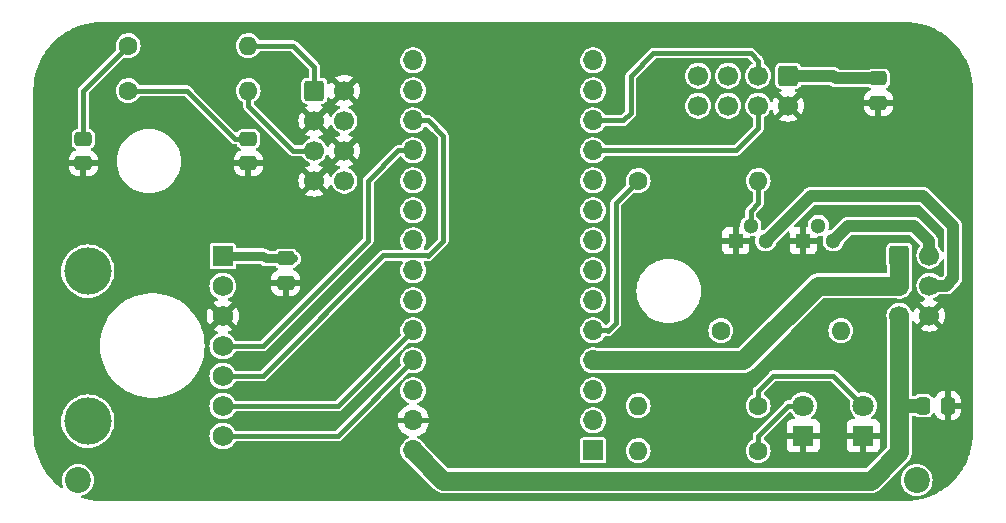
<source format=gbr>
%TF.GenerationSoftware,KiCad,Pcbnew,7.0.2*%
%TF.CreationDate,2023-05-15T23:43:49+02:00*%
%TF.ProjectId,PRO_MCU,50524f5f-4d43-4552-9e6b-696361645f70,rev?*%
%TF.SameCoordinates,Original*%
%TF.FileFunction,Copper,L1,Top*%
%TF.FilePolarity,Positive*%
%FSLAX45Y45*%
G04 Gerber Fmt 4.5, Leading zero omitted, Abs format (unit mm)*
G04 Created by KiCad (PCBNEW 7.0.2) date 2023-05-15 23:43:49*
%MOMM*%
%LPD*%
G01*
G04 APERTURE LIST*
G04 Aperture macros list*
%AMRoundRect*
0 Rectangle with rounded corners*
0 $1 Rounding radius*
0 $2 $3 $4 $5 $6 $7 $8 $9 X,Y pos of 4 corners*
0 Add a 4 corners polygon primitive as box body*
4,1,4,$2,$3,$4,$5,$6,$7,$8,$9,$2,$3,0*
0 Add four circle primitives for the rounded corners*
1,1,$1+$1,$2,$3*
1,1,$1+$1,$4,$5*
1,1,$1+$1,$6,$7*
1,1,$1+$1,$8,$9*
0 Add four rect primitives between the rounded corners*
20,1,$1+$1,$2,$3,$4,$5,0*
20,1,$1+$1,$4,$5,$6,$7,0*
20,1,$1+$1,$6,$7,$8,$9,0*
20,1,$1+$1,$8,$9,$2,$3,0*%
G04 Aperture macros list end*
%TA.AperFunction,ComponentPad*%
%ADD10C,2.200000*%
%TD*%
%TA.AperFunction,ComponentPad*%
%ADD11R,1.700000X1.700000*%
%TD*%
%TA.AperFunction,ComponentPad*%
%ADD12O,1.700000X1.700000*%
%TD*%
%TA.AperFunction,ComponentPad*%
%ADD13C,1.600000*%
%TD*%
%TA.AperFunction,ComponentPad*%
%ADD14O,1.600000X1.600000*%
%TD*%
%TA.AperFunction,SMDPad,CuDef*%
%ADD15RoundRect,0.250000X-0.475000X0.337500X-0.475000X-0.337500X0.475000X-0.337500X0.475000X0.337500X0*%
%TD*%
%TA.AperFunction,ComponentPad*%
%ADD16RoundRect,0.250000X-0.600000X-0.600000X0.600000X-0.600000X0.600000X0.600000X-0.600000X0.600000X0*%
%TD*%
%TA.AperFunction,ComponentPad*%
%ADD17C,1.700000*%
%TD*%
%TA.AperFunction,SMDPad,CuDef*%
%ADD18RoundRect,0.250000X-0.337500X-0.475000X0.337500X-0.475000X0.337500X0.475000X-0.337500X0.475000X0*%
%TD*%
%TA.AperFunction,ComponentPad*%
%ADD19R,1.300000X1.300000*%
%TD*%
%TA.AperFunction,ComponentPad*%
%ADD20C,1.300000*%
%TD*%
%TA.AperFunction,ComponentPad*%
%ADD21RoundRect,0.250000X-0.600000X0.600000X-0.600000X-0.600000X0.600000X-0.600000X0.600000X0.600000X0*%
%TD*%
%TA.AperFunction,ComponentPad*%
%ADD22R,1.800000X1.800000*%
%TD*%
%TA.AperFunction,ComponentPad*%
%ADD23C,1.800000*%
%TD*%
%TA.AperFunction,ComponentPad*%
%ADD24C,4.000000*%
%TD*%
%TA.AperFunction,ComponentPad*%
%ADD25R,1.750000X1.750000*%
%TD*%
%TA.AperFunction,ComponentPad*%
%ADD26C,1.750000*%
%TD*%
%TA.AperFunction,Conductor*%
%ADD27C,0.400000*%
%TD*%
%TA.AperFunction,Conductor*%
%ADD28C,0.800000*%
%TD*%
%TA.AperFunction,Conductor*%
%ADD29C,1.600000*%
%TD*%
%TA.AperFunction,Conductor*%
%ADD30C,1.000000*%
%TD*%
%TA.AperFunction,Conductor*%
%ADD31C,1.200000*%
%TD*%
G04 APERTURE END LIST*
D10*
%TO.P,Logo,*%
%TO.N,*%
X-37890000Y-12949000D03*
X-30790000Y-12949000D03*
%TD*%
D11*
%TO.P,U2,1,~{RESET}*%
%TO.N,unconnected-(U2-~{RESET}-Pad1)*%
X-33528000Y-12698400D03*
D12*
%TO.P,U2,2,3V3*%
%TO.N,+3.3V*%
X-33528000Y-12444400D03*
%TO.P,U2,3,EN*%
%TO.N,unconnected-(U2-EN-Pad3)*%
X-33528000Y-12190400D03*
%TO.P,U2,4,VHI*%
%TO.N,VDD*%
X-33528000Y-11936400D03*
%TO.P,U2,5,A0*%
%TO.N,/Valve_Ctrl*%
X-33528000Y-11682400D03*
%TO.P,U2,6,A1*%
%TO.N,/Pump_Ctrl*%
X-33528000Y-11428400D03*
%TO.P,U2,7,A2*%
%TO.N,/DC*%
X-33528000Y-11174400D03*
%TO.P,U2,8,A3*%
%TO.N,/BL*%
X-33528000Y-10920400D03*
%TO.P,U2,9,A4*%
%TO.N,/Display_RESET*%
X-33528000Y-10666400D03*
%TO.P,U2,10,A5*%
%TO.N,/CS*%
X-33528000Y-10412400D03*
%TO.P,U2,11,SCK*%
%TO.N,/SCK*%
X-33528000Y-10158400D03*
%TO.P,U2,12,MOSI*%
%TO.N,/MOSI*%
X-33528000Y-9904400D03*
%TO.P,U2,13,MISO*%
%TO.N,unconnected-(U2-MISO-Pad13)*%
X-33528000Y-9650400D03*
%TO.P,U2,14,D2*%
%TO.N,unconnected-(U2-D2-Pad14)*%
X-33528000Y-9396400D03*
%TO.P,U2,15,TX_D1*%
%TO.N,unconnected-(U2-TX_D1-Pad15)*%
X-35052000Y-9396400D03*
%TO.P,U2,16,RX_D0*%
%TO.N,unconnected-(U2-RX_D0-Pad16)*%
X-35052000Y-9650400D03*
%TO.P,U2,17,SDA*%
%TO.N,Net-(U2-SDA)*%
X-35052000Y-9904400D03*
%TO.P,U2,18,SCL*%
%TO.N,Net-(U2-SCL)*%
X-35052000Y-10158400D03*
%TO.P,U2,19,D5_5V*%
%TO.N,/Led_Red*%
X-35052000Y-10412400D03*
%TO.P,U2,20,D7*%
%TO.N,/Button_Green*%
X-35052000Y-10666400D03*
%TO.P,U2,21,D9*%
%TO.N,/Button_Red*%
X-35052000Y-10920400D03*
%TO.P,U2,22,D10*%
%TO.N,/Led_Green*%
X-35052000Y-11174400D03*
%TO.P,U2,23,D11*%
%TO.N,unconnected-(U2-D11-Pad23)*%
X-35052000Y-11428400D03*
%TO.P,U2,24,D12*%
%TO.N,/EOC*%
X-35052000Y-11682400D03*
%TO.P,U2,25,D13*%
%TO.N,/Sensor_RESET*%
X-35052000Y-11936400D03*
%TO.P,U2,26,VBUS*%
%TO.N,unconnected-(U2-VBUS-Pad26)*%
X-35052000Y-12190400D03*
%TO.P,U2,27,GND*%
%TO.N,GND*%
X-35052000Y-12444400D03*
%TO.P,U2,28,VBAT*%
%TO.N,+BATT*%
X-35052000Y-12698400D03*
%TD*%
D13*
%TO.P,R4,1*%
%TO.N,/Pump_Ctrl*%
X-32448500Y-11684000D03*
D14*
%TO.P,R4,2*%
%TO.N,Net-(Q2-G)*%
X-31432500Y-11684000D03*
%TD*%
D15*
%TO.P,C5,1*%
%TO.N,+3.3V*%
X-31115000Y-9548250D03*
%TO.P,C5,2*%
%TO.N,GND*%
X-31115000Y-9755750D03*
%TD*%
D13*
%TO.P,R1,1*%
%TO.N,Net-(D1-A)*%
X-32131000Y-12700000D03*
D14*
%TO.P,R1,2*%
%TO.N,/Valve_Ctrl*%
X-33147000Y-12700000D03*
%TD*%
D15*
%TO.P,C4,1*%
%TO.N,+3.3V*%
X-36131500Y-11072250D03*
%TO.P,C4,2*%
%TO.N,GND*%
X-36131500Y-11279750D03*
%TD*%
%TO.P,C2,1*%
%TO.N,/Button_Green*%
X-37846000Y-10060250D03*
%TO.P,C2,2*%
%TO.N,GND*%
X-37846000Y-10267750D03*
%TD*%
D13*
%TO.P,R2,1*%
%TO.N,/Valve_Ctrl*%
X-33147000Y-10414000D03*
D14*
%TO.P,R2,2*%
%TO.N,Net-(Q1-G)*%
X-32131000Y-10414000D03*
%TD*%
D16*
%TO.P,U1,1,P+*%
%TO.N,VDD*%
X-30936250Y-11048500D03*
D17*
%TO.P,U1,2,P-*%
%TO.N,/Pump-*%
X-30682250Y-11048500D03*
%TO.P,U1,3,V+*%
%TO.N,VDD*%
X-30936250Y-11302500D03*
%TO.P,U1,4,V-*%
%TO.N,/Valve-*%
X-30682250Y-11302500D03*
%TO.P,U1,5,BAT+*%
%TO.N,+BATT*%
X-30936250Y-11556500D03*
%TO.P,U1,6,BAT-*%
%TO.N,GND*%
X-30682250Y-11556500D03*
%TD*%
D18*
%TO.P,C1,1*%
%TO.N,+BATT*%
X-30734000Y-12319000D03*
%TO.P,C1,2*%
%TO.N,GND*%
X-30526500Y-12319000D03*
%TD*%
D19*
%TO.P,Q2,1,S*%
%TO.N,GND*%
X-31750000Y-10922000D03*
D20*
%TO.P,Q2,2,G*%
%TO.N,Net-(Q2-G)*%
X-31623000Y-10795000D03*
%TO.P,Q2,3,D*%
%TO.N,/Pump-*%
X-31496000Y-10922000D03*
%TD*%
D15*
%TO.P,C3,1*%
%TO.N,/Button_Red*%
X-36449000Y-10060250D03*
%TO.P,C3,2*%
%TO.N,GND*%
X-36449000Y-10267750D03*
%TD*%
D13*
%TO.P,R6,1*%
%TO.N,/Button_Red*%
X-37465000Y-9652000D03*
D14*
%TO.P,R6,2*%
%TO.N,Net-(R6-Pad2)*%
X-36449000Y-9652000D03*
%TD*%
D21*
%TO.P,U5,1,VCC*%
%TO.N,+3.3V*%
X-31877000Y-9525000D03*
D17*
%TO.P,U5,2,GND*%
%TO.N,GND*%
X-31877000Y-9779000D03*
%TO.P,U5,3,DIN*%
%TO.N,/MOSI*%
X-32131000Y-9525000D03*
%TO.P,U5,4,CLK*%
%TO.N,/SCK*%
X-32131000Y-9779000D03*
%TO.P,U5,5,CS*%
%TO.N,/CS*%
X-32385000Y-9525000D03*
%TO.P,U5,6,DC*%
%TO.N,/DC*%
X-32385000Y-9779000D03*
%TO.P,U5,7,RST*%
%TO.N,/Display_RESET*%
X-32639000Y-9525000D03*
%TO.P,U5,8,BL*%
%TO.N,/BL*%
X-32639000Y-9779000D03*
%TD*%
D19*
%TO.P,Q1,1,S*%
%TO.N,GND*%
X-32321500Y-10922000D03*
D20*
%TO.P,Q1,2,G*%
%TO.N,Net-(Q1-G)*%
X-32194500Y-10795000D03*
%TO.P,Q1,3,D*%
%TO.N,/Valve-*%
X-32067500Y-10922000D03*
%TD*%
D22*
%TO.P,D2,1,K*%
%TO.N,GND*%
X-31242000Y-12573000D03*
D23*
%TO.P,D2,2,A*%
%TO.N,Net-(D2-A)*%
X-31242000Y-12319000D03*
%TD*%
D13*
%TO.P,R5,1*%
%TO.N,/Button_Green*%
X-37465000Y-9271000D03*
D14*
%TO.P,R5,2*%
%TO.N,Net-(R5-Pad2)*%
X-36449000Y-9271000D03*
%TD*%
D13*
%TO.P,R3,1*%
%TO.N,Net-(D2-A)*%
X-32131000Y-12319000D03*
D14*
%TO.P,R3,2*%
%TO.N,/Pump_Ctrl*%
X-33147000Y-12319000D03*
%TD*%
D16*
%TO.P,U4,1,1*%
%TO.N,Net-(R5-Pad2)*%
X-35889250Y-9652000D03*
D17*
%TO.P,U4,2,2*%
%TO.N,GND*%
X-35635250Y-9652000D03*
%TO.P,U4,3,K*%
X-35889250Y-9906000D03*
%TO.P,U4,4,A*%
%TO.N,/Led_Green*%
X-35635250Y-9906000D03*
%TO.P,U4,5,1*%
%TO.N,Net-(R6-Pad2)*%
X-35889250Y-10160000D03*
%TO.P,U4,6,2*%
%TO.N,GND*%
X-35635250Y-10160000D03*
%TO.P,U4,7,K*%
X-35889250Y-10414000D03*
%TO.P,U4,8,A*%
%TO.N,/Led_Red*%
X-35635250Y-10414000D03*
%TD*%
D22*
%TO.P,D1,1,K*%
%TO.N,GND*%
X-31750000Y-12573000D03*
D23*
%TO.P,D1,2,A*%
%TO.N,Net-(D1-A)*%
X-31750000Y-12319000D03*
%TD*%
D24*
%TO.P,U3,*%
%TO.N,*%
X-37807150Y-11179650D03*
X-37807150Y-12449650D03*
D25*
%TO.P,U3,1,VIN*%
%TO.N,+3.3V*%
X-36664150Y-11052650D03*
D26*
%TO.P,U3,2,3Vo*%
%TO.N,unconnected-(U3-3Vo-Pad2)*%
X-36664150Y-11306650D03*
%TO.P,U3,3,GND*%
%TO.N,GND*%
X-36664150Y-11560650D03*
%TO.P,U3,4,SCL*%
%TO.N,Net-(U2-SCL)*%
X-36664150Y-11814650D03*
%TO.P,U3,5,SDA*%
%TO.N,Net-(U2-SDA)*%
X-36664150Y-12068650D03*
%TO.P,U3,6,EOC*%
%TO.N,/EOC*%
X-36664150Y-12322650D03*
%TO.P,U3,7,RST*%
%TO.N,/Sensor_RESET*%
X-36664150Y-12576650D03*
%TD*%
D27*
%TO.N,/Sensor_RESET*%
X-35692250Y-12576650D02*
X-35052000Y-11936400D01*
X-36664150Y-12576650D02*
X-35692250Y-12576650D01*
%TO.N,/EOC*%
X-35692250Y-12322650D02*
X-35052000Y-11682400D01*
X-36664150Y-12322650D02*
X-35692250Y-12322650D01*
%TO.N,Net-(U2-SDA)*%
X-34798000Y-10033000D02*
X-34926600Y-9904400D01*
X-34925000Y-11049000D02*
X-34798000Y-10922000D01*
X-34926600Y-11047400D02*
X-34925000Y-11049000D01*
X-34798000Y-10922000D02*
X-34798000Y-10033000D01*
X-34926600Y-9904400D02*
X-35052000Y-9904400D01*
X-36664150Y-12068650D02*
X-36325650Y-12068650D01*
X-36325650Y-12068650D02*
X-35304400Y-11047400D01*
X-35304400Y-11047400D02*
X-34926600Y-11047400D01*
%TO.N,Net-(U2-SCL)*%
X-35433000Y-10414000D02*
X-35177400Y-10158400D01*
X-35433000Y-10922000D02*
X-35433000Y-10414000D01*
X-35177400Y-10158400D02*
X-35052000Y-10158400D01*
X-36664150Y-11814650D02*
X-36325650Y-11814650D01*
X-36325650Y-11814650D02*
X-35433000Y-10922000D01*
D28*
%TO.N,+3.3V*%
X-36302400Y-11072250D02*
X-36068000Y-11072250D01*
X-36322000Y-11052650D02*
X-36302400Y-11072250D01*
X-36664150Y-11052650D02*
X-36322000Y-11052650D01*
D29*
%TO.N,+BATT*%
X-34796400Y-12954000D02*
X-35052000Y-12698400D01*
X-31178500Y-12954000D02*
X-34796400Y-12954000D01*
X-30936250Y-12319000D02*
X-30936250Y-12711750D01*
X-30936250Y-12711750D02*
X-31178500Y-12954000D01*
D27*
%TO.N,Net-(Q1-G)*%
X-32131000Y-10604500D02*
X-32131000Y-10414000D01*
X-32194500Y-10668000D02*
X-32131000Y-10604500D01*
X-32194500Y-10795000D02*
X-32194500Y-10668000D01*
D30*
%TO.N,/Valve-*%
X-31686500Y-10541000D02*
X-32067500Y-10922000D01*
X-30734000Y-10541000D02*
X-31686500Y-10541000D01*
X-30480000Y-10795000D02*
X-30734000Y-10541000D01*
X-30543000Y-11302500D02*
X-30480000Y-11239500D01*
X-30682250Y-11302500D02*
X-30543000Y-11302500D01*
X-30480000Y-11239500D02*
X-30480000Y-10795000D01*
D27*
%TO.N,/MOSI*%
X-33020000Y-9334500D02*
X-32194500Y-9334500D01*
X-33210500Y-9525000D02*
X-33020000Y-9334500D01*
X-33210500Y-9842500D02*
X-33210500Y-9525000D01*
X-32131000Y-9398000D02*
X-32131000Y-9525000D01*
X-32194500Y-9334500D02*
X-32131000Y-9398000D01*
X-33272400Y-9904400D02*
X-33210500Y-9842500D01*
X-33528000Y-9904400D02*
X-33272400Y-9904400D01*
%TO.N,/SCK*%
X-32319900Y-10158400D02*
X-32131000Y-9969500D01*
X-32131000Y-9969500D02*
X-32131000Y-9779000D01*
X-33528000Y-10158400D02*
X-32319900Y-10158400D01*
%TO.N,/Valve_Ctrl*%
X-33401000Y-11684000D02*
X-33402600Y-11682400D01*
X-33337500Y-11620500D02*
X-33401000Y-11684000D01*
X-33337500Y-10604500D02*
X-33337500Y-11620500D01*
X-33147000Y-10414000D02*
X-33337500Y-10604500D01*
X-33402600Y-11682400D02*
X-33528000Y-11682400D01*
D31*
%TO.N,+BATT*%
X-30734000Y-12319000D02*
X-30936250Y-12319000D01*
D29*
%TO.N,VDD*%
X-31622500Y-11302500D02*
X-32256400Y-11936400D01*
X-30936250Y-11302500D02*
X-31622500Y-11302500D01*
X-32256400Y-11936400D02*
X-33528000Y-11936400D01*
D30*
%TO.N,+3.3V*%
X-31472750Y-9548250D02*
X-31496000Y-9525000D01*
X-31115000Y-9548250D02*
X-31472750Y-9548250D01*
X-31877000Y-9525000D02*
X-31496000Y-9525000D01*
D27*
%TO.N,/Button_Red*%
X-36562375Y-10060250D02*
X-36449000Y-10060250D01*
X-36970625Y-9652000D02*
X-36562375Y-10060250D01*
X-37465000Y-9652000D02*
X-36970625Y-9652000D01*
%TO.N,/Button_Green*%
X-37846000Y-9652000D02*
X-37465000Y-9271000D01*
X-37846000Y-10060250D02*
X-37846000Y-9652000D01*
%TO.N,Net-(R5-Pad2)*%
X-36068000Y-9271000D02*
X-36449000Y-9271000D01*
X-35889250Y-9652000D02*
X-35889250Y-9449750D01*
X-35889250Y-9449750D02*
X-36068000Y-9271000D01*
%TO.N,Net-(R6-Pad2)*%
X-36449000Y-9779000D02*
X-36449000Y-9652000D01*
X-36068000Y-10160000D02*
X-36449000Y-9779000D01*
X-35889250Y-10160000D02*
X-36068000Y-10160000D01*
D29*
%TO.N,+BATT*%
X-30936250Y-11556500D02*
X-30936250Y-12319000D01*
D27*
%TO.N,Net-(D1-A)*%
X-32131000Y-12573000D02*
X-31877000Y-12319000D01*
X-31877000Y-12319000D02*
X-31750000Y-12319000D01*
X-32131000Y-12700000D02*
X-32131000Y-12573000D01*
%TO.N,Net-(D2-A)*%
X-32004000Y-12065000D02*
X-31496000Y-12065000D01*
X-32131000Y-12192000D02*
X-32004000Y-12065000D01*
X-31496000Y-12065000D02*
X-31242000Y-12319000D01*
X-32131000Y-12319000D02*
X-32131000Y-12192000D01*
D30*
%TO.N,/Pump-*%
X-31369000Y-10795000D02*
X-31496000Y-10922000D01*
X-30815542Y-10795000D02*
X-31369000Y-10795000D01*
X-30682250Y-10928292D02*
X-30815542Y-10795000D01*
X-30682250Y-11048500D02*
X-30682250Y-10928292D01*
D29*
%TO.N,VDD*%
X-30936250Y-11048500D02*
X-30936250Y-11302500D01*
%TD*%
%TA.AperFunction,Conductor*%
%TO.N,GND*%
G36*
X-35681199Y-10180984D02*
G01*
X-35673426Y-10193080D01*
X-35662560Y-10202495D01*
X-35649482Y-10208468D01*
X-35648503Y-10208609D01*
X-35711387Y-10271493D01*
X-35703008Y-10277360D01*
X-35681599Y-10287343D01*
X-35677692Y-10288390D01*
X-35671726Y-10292027D01*
X-35668673Y-10298311D01*
X-35669502Y-10305249D01*
X-35673950Y-10310637D01*
X-35676421Y-10311930D01*
X-35681392Y-10313856D01*
X-35684514Y-10315065D01*
X-35701854Y-10325802D01*
X-35716926Y-10339542D01*
X-35729218Y-10355818D01*
X-35737932Y-10373319D01*
X-35742682Y-10378443D01*
X-35749448Y-10380185D01*
X-35756082Y-10377992D01*
X-35760478Y-10372561D01*
X-35761009Y-10371001D01*
X-35761907Y-10367651D01*
X-35771890Y-10346242D01*
X-35777757Y-10337863D01*
X-35840942Y-10401048D01*
X-35843301Y-10393016D01*
X-35851074Y-10380920D01*
X-35861940Y-10371505D01*
X-35875019Y-10365532D01*
X-35875997Y-10365391D01*
X-35813113Y-10302507D01*
X-35813113Y-10302507D01*
X-35821492Y-10296640D01*
X-35842901Y-10286657D01*
X-35846809Y-10285610D01*
X-35852775Y-10281973D01*
X-35855827Y-10275688D01*
X-35854998Y-10268751D01*
X-35850549Y-10263363D01*
X-35848079Y-10262070D01*
X-35839986Y-10258935D01*
X-35837402Y-10257335D01*
X-35822646Y-10248198D01*
X-35807574Y-10234458D01*
X-35795283Y-10218182D01*
X-35786568Y-10200681D01*
X-35781818Y-10195557D01*
X-35775052Y-10193815D01*
X-35768418Y-10196008D01*
X-35764022Y-10201439D01*
X-35763491Y-10202999D01*
X-35762593Y-10206349D01*
X-35752610Y-10227758D01*
X-35746743Y-10236137D01*
X-35683558Y-10172952D01*
X-35681199Y-10180984D01*
G37*
%TD.AperFunction*%
%TA.AperFunction,Conductor*%
G36*
X-35777757Y-9982137D02*
G01*
X-35777757Y-9982137D01*
X-35771890Y-9973758D01*
X-35761907Y-9952349D01*
X-35761009Y-9948999D01*
X-35757373Y-9943033D01*
X-35751088Y-9939980D01*
X-35744150Y-9940810D01*
X-35738763Y-9945258D01*
X-35737932Y-9946681D01*
X-35735080Y-9952407D01*
X-35729217Y-9964182D01*
X-35718135Y-9978858D01*
X-35716926Y-9980458D01*
X-35712632Y-9984373D01*
X-35701854Y-9994198D01*
X-35684514Y-10004935D01*
X-35676421Y-10008070D01*
X-35670881Y-10012327D01*
X-35668522Y-10018903D01*
X-35670093Y-10025712D01*
X-35675096Y-10030590D01*
X-35677691Y-10031610D01*
X-35681599Y-10032657D01*
X-35703008Y-10042640D01*
X-35711387Y-10048507D01*
X-35711387Y-10048507D01*
X-35648503Y-10111391D01*
X-35649482Y-10111532D01*
X-35662560Y-10117505D01*
X-35673426Y-10126920D01*
X-35681199Y-10139016D01*
X-35683558Y-10147048D01*
X-35746743Y-10083863D01*
X-35746743Y-10083863D01*
X-35752610Y-10092242D01*
X-35762593Y-10113651D01*
X-35763491Y-10117001D01*
X-35767127Y-10122967D01*
X-35773412Y-10126020D01*
X-35780349Y-10125191D01*
X-35785737Y-10120742D01*
X-35786568Y-10119319D01*
X-35795283Y-10101818D01*
X-35807574Y-10085542D01*
X-35822646Y-10071802D01*
X-35839986Y-10061065D01*
X-35848079Y-10057930D01*
X-35853619Y-10053673D01*
X-35855978Y-10047096D01*
X-35854407Y-10040288D01*
X-35849404Y-10035410D01*
X-35846808Y-10034390D01*
X-35842901Y-10033343D01*
X-35821492Y-10023360D01*
X-35813113Y-10017493D01*
X-35875997Y-9954609D01*
X-35875019Y-9954468D01*
X-35861940Y-9948495D01*
X-35851074Y-9939080D01*
X-35843301Y-9926984D01*
X-35840942Y-9918952D01*
X-35777757Y-9982137D01*
G37*
%TD.AperFunction*%
%TA.AperFunction,Conductor*%
G36*
X-35681199Y-9672984D02*
G01*
X-35673426Y-9685080D01*
X-35662560Y-9694495D01*
X-35649482Y-9700468D01*
X-35648503Y-9700609D01*
X-35711387Y-9763493D01*
X-35703008Y-9769360D01*
X-35681599Y-9779343D01*
X-35677692Y-9780390D01*
X-35671726Y-9784027D01*
X-35668673Y-9790311D01*
X-35669502Y-9797249D01*
X-35673950Y-9802637D01*
X-35676421Y-9803930D01*
X-35682588Y-9806319D01*
X-35684514Y-9807065D01*
X-35701854Y-9817802D01*
X-35716926Y-9831542D01*
X-35729218Y-9847818D01*
X-35737932Y-9865319D01*
X-35742682Y-9870443D01*
X-35749448Y-9872185D01*
X-35756082Y-9869992D01*
X-35760478Y-9864561D01*
X-35761009Y-9863001D01*
X-35761907Y-9859651D01*
X-35771890Y-9838242D01*
X-35777757Y-9829863D01*
X-35840942Y-9893048D01*
X-35843301Y-9885016D01*
X-35851074Y-9872920D01*
X-35861940Y-9863505D01*
X-35875019Y-9857532D01*
X-35875997Y-9857391D01*
X-35813113Y-9794507D01*
X-35813113Y-9794507D01*
X-35821492Y-9788640D01*
X-35828050Y-9785582D01*
X-35833294Y-9780965D01*
X-35835209Y-9774245D01*
X-35833188Y-9767557D01*
X-35827871Y-9763024D01*
X-35824135Y-9762015D01*
X-35818502Y-9761409D01*
X-35805017Y-9756380D01*
X-35793495Y-9747755D01*
X-35784870Y-9736233D01*
X-35784784Y-9736001D01*
X-35779841Y-9722748D01*
X-35779235Y-9717115D01*
X-35776561Y-9710660D01*
X-35770822Y-9706675D01*
X-35763840Y-9706425D01*
X-35757831Y-9709991D01*
X-35755668Y-9713200D01*
X-35752610Y-9719758D01*
X-35746743Y-9728137D01*
X-35683558Y-9664952D01*
X-35681199Y-9672984D01*
G37*
%TD.AperFunction*%
%TA.AperFunction,Conductor*%
G36*
X-30763519Y-10618019D02*
G01*
X-30761455Y-10619682D01*
X-30558682Y-10822455D01*
X-30555333Y-10828587D01*
X-30555050Y-10831223D01*
X-30555050Y-11004532D01*
X-30557018Y-11011236D01*
X-30562299Y-11015811D01*
X-30569215Y-11016806D01*
X-30575570Y-11013903D01*
X-30578417Y-11009473D01*
X-30578680Y-11009604D01*
X-30588282Y-10990318D01*
X-30600573Y-10974042D01*
X-30603154Y-10971690D01*
X-30606782Y-10965719D01*
X-30607200Y-10962526D01*
X-30607200Y-10934662D01*
X-30607069Y-10932865D01*
X-30606721Y-10930490D01*
X-30607153Y-10925555D01*
X-30607200Y-10924475D01*
X-30607200Y-10924281D01*
X-30607200Y-10923921D01*
X-30607326Y-10922843D01*
X-30607560Y-10920841D01*
X-30607596Y-10920483D01*
X-30608261Y-10912887D01*
X-30608683Y-10910984D01*
X-30611291Y-10903819D01*
X-30611409Y-10903479D01*
X-30613808Y-10896240D01*
X-30614658Y-10894485D01*
X-30618847Y-10888115D01*
X-30619040Y-10887811D01*
X-30623044Y-10881320D01*
X-30624276Y-10879808D01*
X-30629821Y-10874577D01*
X-30630079Y-10874326D01*
X-30757969Y-10746436D01*
X-30759147Y-10745073D01*
X-30760581Y-10743147D01*
X-30764375Y-10739964D01*
X-30765171Y-10739234D01*
X-30765308Y-10739097D01*
X-30765310Y-10739095D01*
X-30765564Y-10738841D01*
X-30765847Y-10738617D01*
X-30767996Y-10736918D01*
X-30768276Y-10736690D01*
X-30774116Y-10731789D01*
X-30775761Y-10730742D01*
X-30782671Y-10727519D01*
X-30782995Y-10727362D01*
X-30789811Y-10723939D01*
X-30791652Y-10723300D01*
X-30799121Y-10721757D01*
X-30799472Y-10721679D01*
X-30806892Y-10719921D01*
X-30808830Y-10719723D01*
X-30816455Y-10719945D01*
X-30816816Y-10719950D01*
X-31362629Y-10719950D01*
X-31364426Y-10719819D01*
X-31366802Y-10719471D01*
X-31369723Y-10719727D01*
X-31371737Y-10719903D01*
X-31372817Y-10719950D01*
X-31373371Y-10719950D01*
X-31373727Y-10719992D01*
X-31373729Y-10719992D01*
X-31376451Y-10720310D01*
X-31376809Y-10720347D01*
X-31384405Y-10721011D01*
X-31386307Y-10721433D01*
X-31391221Y-10723221D01*
X-31393474Y-10724041D01*
X-31393813Y-10724159D01*
X-31401053Y-10726558D01*
X-31402807Y-10727407D01*
X-31409179Y-10731599D01*
X-31409479Y-10731789D01*
X-31409609Y-10731870D01*
X-31415973Y-10735795D01*
X-31417483Y-10737025D01*
X-31417569Y-10737117D01*
X-31417570Y-10737117D01*
X-31421263Y-10741032D01*
X-31422715Y-10742571D01*
X-31422966Y-10742830D01*
X-31511277Y-10831140D01*
X-31517409Y-10834489D01*
X-31517460Y-10834500D01*
X-31519398Y-10834912D01*
X-31521899Y-10835443D01*
X-31528866Y-10834912D01*
X-31534439Y-10830698D01*
X-31536850Y-10824140D01*
X-31536271Y-10819483D01*
X-31534433Y-10813826D01*
X-31532454Y-10795000D01*
X-31534433Y-10776174D01*
X-31540282Y-10758172D01*
X-31549747Y-10741778D01*
X-31562413Y-10727711D01*
X-31577727Y-10716585D01*
X-31595020Y-10708886D01*
X-31613535Y-10704950D01*
X-31613535Y-10704950D01*
X-31632465Y-10704950D01*
X-31632465Y-10704950D01*
X-31650980Y-10708886D01*
X-31668273Y-10716585D01*
X-31683587Y-10727711D01*
X-31696253Y-10741778D01*
X-31705718Y-10758172D01*
X-31708045Y-10765335D01*
X-31711567Y-10776174D01*
X-31712744Y-10787371D01*
X-31713640Y-10795896D01*
X-31716299Y-10802358D01*
X-31722028Y-10806356D01*
X-31724810Y-10806810D01*
X-31725000Y-10807000D01*
X-31725000Y-10893938D01*
X-31731905Y-10888564D01*
X-31743742Y-10884500D01*
X-31753107Y-10884500D01*
X-31762345Y-10886041D01*
X-31773351Y-10891998D01*
X-31775000Y-10893789D01*
X-31775000Y-10807000D01*
X-31816427Y-10807000D01*
X-31823131Y-10805032D01*
X-31827706Y-10799751D01*
X-31828701Y-10792835D01*
X-31825798Y-10786480D01*
X-31825195Y-10785832D01*
X-31659045Y-10619682D01*
X-31652913Y-10616333D01*
X-31650277Y-10616050D01*
X-30770223Y-10616050D01*
X-30763519Y-10618019D01*
G37*
%TD.AperFunction*%
%TA.AperFunction,Conductor*%
G36*
X-30889756Y-9071060D02*
G01*
X-30845139Y-9072813D01*
X-30844173Y-9072889D01*
X-30800071Y-9078108D01*
X-30799112Y-9078260D01*
X-30755557Y-9086924D01*
X-30754612Y-9087151D01*
X-30711872Y-9099205D01*
X-30710948Y-9099505D01*
X-30669284Y-9114876D01*
X-30668387Y-9115247D01*
X-30628056Y-9133840D01*
X-30627191Y-9134281D01*
X-30588446Y-9155979D01*
X-30587616Y-9156487D01*
X-30550693Y-9181159D01*
X-30549908Y-9181729D01*
X-30515032Y-9209223D01*
X-30514295Y-9209852D01*
X-30481683Y-9239999D01*
X-30480999Y-9240683D01*
X-30450852Y-9273295D01*
X-30450223Y-9274032D01*
X-30422729Y-9308908D01*
X-30422159Y-9309693D01*
X-30403099Y-9338218D01*
X-30397488Y-9346616D01*
X-30396979Y-9347447D01*
X-30378841Y-9379833D01*
X-30376966Y-9383182D01*
X-30375281Y-9386191D01*
X-30374840Y-9387057D01*
X-30356247Y-9427387D01*
X-30355875Y-9428284D01*
X-30340913Y-9468841D01*
X-30340505Y-9469947D01*
X-30340205Y-9470872D01*
X-30328848Y-9511139D01*
X-30328151Y-9513611D01*
X-30327924Y-9514557D01*
X-30319983Y-9554477D01*
X-30319260Y-9558111D01*
X-30319108Y-9559072D01*
X-30313889Y-9603173D01*
X-30313812Y-9604139D01*
X-30312119Y-9647245D01*
X-30312060Y-9648756D01*
X-30312050Y-9649242D01*
X-30312050Y-12548757D01*
X-30312060Y-12549244D01*
X-30313812Y-12593860D01*
X-30313889Y-12594827D01*
X-30317883Y-12628573D01*
X-30319108Y-12638927D01*
X-30319260Y-12639888D01*
X-30327121Y-12679407D01*
X-30327924Y-12683442D01*
X-30328151Y-12684388D01*
X-30336210Y-12712964D01*
X-30340204Y-12727127D01*
X-30340505Y-12728053D01*
X-30351030Y-12756582D01*
X-30355875Y-12769714D01*
X-30356247Y-12770614D01*
X-30374839Y-12810942D01*
X-30375281Y-12811809D01*
X-30396979Y-12850553D01*
X-30397488Y-12851384D01*
X-30422158Y-12888305D01*
X-30422730Y-12889093D01*
X-30446026Y-12918644D01*
X-30450222Y-12923966D01*
X-30450854Y-12924706D01*
X-30480997Y-12957315D01*
X-30481685Y-12958003D01*
X-30514293Y-12988146D01*
X-30515033Y-12988778D01*
X-30534215Y-13003899D01*
X-30549907Y-13016270D01*
X-30550694Y-13016842D01*
X-30587616Y-13041512D01*
X-30588446Y-13042021D01*
X-30627191Y-13063719D01*
X-30628059Y-13064161D01*
X-30668386Y-13082752D01*
X-30669285Y-13083125D01*
X-30710947Y-13098495D01*
X-30711873Y-13098795D01*
X-30754611Y-13110849D01*
X-30755558Y-13111076D01*
X-30799111Y-13119739D01*
X-30800072Y-13119892D01*
X-30844171Y-13125111D01*
X-30845141Y-13125187D01*
X-30889756Y-13126940D01*
X-30890242Y-13126950D01*
X-37689758Y-13126950D01*
X-37690244Y-13126940D01*
X-37734859Y-13125187D01*
X-37735829Y-13125111D01*
X-37779927Y-13119892D01*
X-37780889Y-13119739D01*
X-37824442Y-13111076D01*
X-37825389Y-13110849D01*
X-37853531Y-13102912D01*
X-37859449Y-13099198D01*
X-37862419Y-13092874D01*
X-37861499Y-13085947D01*
X-37856980Y-13080618D01*
X-37853374Y-13079000D01*
X-37843634Y-13076390D01*
X-37822217Y-13066403D01*
X-37802860Y-13052849D01*
X-37786151Y-13036140D01*
X-37772597Y-13016783D01*
X-37762610Y-12995366D01*
X-37760675Y-12988146D01*
X-37756494Y-12972541D01*
X-37754434Y-12949000D01*
X-37756494Y-12925459D01*
X-37762610Y-12902634D01*
X-37772597Y-12881217D01*
X-37786151Y-12861860D01*
X-37802860Y-12845151D01*
X-37802860Y-12845150D01*
X-37822217Y-12831596D01*
X-37843634Y-12821610D01*
X-37866459Y-12815494D01*
X-37890000Y-12813434D01*
X-37913541Y-12815494D01*
X-37936366Y-12821610D01*
X-37936366Y-12821610D01*
X-37957783Y-12831596D01*
X-37977140Y-12845150D01*
X-37993850Y-12861860D01*
X-38007404Y-12881217D01*
X-38017390Y-12902634D01*
X-38023506Y-12925459D01*
X-38025566Y-12949000D01*
X-38023506Y-12972541D01*
X-38017390Y-12995366D01*
X-38016632Y-12996992D01*
X-38015583Y-13003899D01*
X-38018435Y-13010278D01*
X-38024283Y-13014102D01*
X-38031269Y-13014157D01*
X-38035547Y-13011970D01*
X-38064966Y-12988778D01*
X-38065706Y-12988146D01*
X-38098315Y-12958003D01*
X-38099003Y-12957315D01*
X-38129146Y-12924706D01*
X-38129778Y-12923966D01*
X-38157270Y-12889093D01*
X-38157842Y-12888305D01*
X-38182512Y-12851384D01*
X-38183021Y-12850553D01*
X-38204719Y-12811809D01*
X-38205161Y-12810941D01*
X-38223752Y-12770614D01*
X-38224125Y-12769714D01*
X-38239495Y-12728053D01*
X-38239795Y-12727127D01*
X-38251849Y-12684389D01*
X-38252076Y-12683442D01*
X-38260739Y-12639889D01*
X-38260892Y-12638927D01*
X-38266111Y-12594829D01*
X-38266188Y-12593859D01*
X-38267940Y-12549244D01*
X-38267950Y-12548757D01*
X-38267950Y-12449650D01*
X-38032683Y-12449650D01*
X-38030753Y-12479088D01*
X-38024998Y-12508022D01*
X-38015515Y-12535958D01*
X-38002467Y-12562416D01*
X-37986077Y-12586946D01*
X-37966626Y-12609126D01*
X-37944446Y-12628577D01*
X-37919917Y-12644967D01*
X-37893458Y-12658015D01*
X-37865522Y-12667498D01*
X-37836588Y-12673253D01*
X-37807150Y-12675183D01*
X-37777712Y-12673253D01*
X-37748778Y-12667498D01*
X-37748394Y-12667368D01*
X-37748393Y-12667368D01*
X-37735823Y-12663101D01*
X-37720842Y-12658015D01*
X-37720478Y-12657835D01*
X-37694747Y-12645147D01*
X-37694747Y-12645146D01*
X-37694384Y-12644967D01*
X-37669854Y-12628577D01*
X-37647674Y-12609126D01*
X-37642803Y-12603572D01*
X-37630983Y-12590093D01*
X-37628223Y-12586946D01*
X-37622715Y-12578703D01*
X-37621343Y-12576650D01*
X-36777182Y-12576650D01*
X-36775588Y-12593859D01*
X-36775258Y-12597420D01*
X-36769549Y-12617482D01*
X-36760252Y-12636153D01*
X-36760252Y-12636154D01*
X-36760252Y-12636154D01*
X-36747682Y-12652799D01*
X-36732267Y-12666852D01*
X-36714533Y-12677832D01*
X-36695083Y-12685367D01*
X-36674579Y-12689200D01*
X-36674579Y-12689200D01*
X-36653721Y-12689200D01*
X-36653721Y-12689200D01*
X-36633217Y-12685367D01*
X-36613767Y-12677832D01*
X-36596033Y-12666852D01*
X-36596033Y-12666851D01*
X-36596033Y-12666851D01*
X-36580618Y-12652799D01*
X-36568048Y-12636153D01*
X-36564273Y-12628573D01*
X-36559523Y-12623449D01*
X-36553173Y-12621700D01*
X-35695476Y-12621700D01*
X-35694088Y-12621778D01*
X-35690547Y-12622177D01*
X-35690547Y-12622177D01*
X-35690547Y-12622177D01*
X-35684926Y-12621113D01*
X-35684474Y-12621037D01*
X-35678821Y-12620185D01*
X-35678821Y-12620185D01*
X-35678225Y-12620095D01*
X-35677736Y-12619934D01*
X-35677203Y-12619652D01*
X-35677203Y-12619652D01*
X-35672143Y-12616978D01*
X-35671736Y-12616773D01*
X-35666586Y-12614292D01*
X-35666044Y-12614031D01*
X-35665621Y-12613732D01*
X-35661155Y-12609265D01*
X-35660821Y-12608943D01*
X-35660689Y-12608821D01*
X-35656631Y-12605055D01*
X-35656631Y-12605055D01*
X-35656189Y-12604646D01*
X-35655047Y-12603157D01*
X-35521290Y-12469400D01*
X-35185064Y-12469400D01*
X-35179343Y-12490749D01*
X-35169360Y-12512158D01*
X-35155811Y-12531508D01*
X-35139108Y-12548211D01*
X-35119758Y-12561760D01*
X-35098349Y-12571743D01*
X-35094442Y-12572790D01*
X-35088476Y-12576426D01*
X-35085423Y-12582711D01*
X-35086252Y-12589649D01*
X-35090700Y-12595037D01*
X-35093171Y-12596330D01*
X-35099338Y-12598719D01*
X-35101264Y-12599465D01*
X-35118604Y-12610202D01*
X-35133676Y-12623942D01*
X-35145968Y-12640218D01*
X-35154894Y-12658146D01*
X-35155058Y-12658475D01*
X-35160640Y-12678092D01*
X-35162522Y-12698400D01*
X-35160640Y-12718708D01*
X-35155058Y-12738325D01*
X-35150531Y-12747416D01*
X-35145968Y-12756582D01*
X-35145967Y-12756582D01*
X-35145967Y-12756582D01*
X-35133676Y-12772858D01*
X-35118604Y-12786598D01*
X-35103443Y-12795985D01*
X-35101204Y-12797759D01*
X-34874761Y-13024202D01*
X-34873945Y-13025102D01*
X-34871041Y-13028641D01*
X-34855045Y-13041768D01*
X-34836795Y-13051523D01*
X-34816993Y-13057530D01*
X-34796400Y-13059558D01*
X-34791845Y-13059110D01*
X-34790630Y-13059050D01*
X-31184270Y-13059050D01*
X-31183055Y-13059110D01*
X-31178500Y-13059558D01*
X-31157907Y-13057530D01*
X-31138104Y-13051523D01*
X-31119855Y-13041768D01*
X-31118954Y-13041287D01*
X-31118191Y-13040403D01*
X-31103859Y-13028641D01*
X-31100955Y-13025103D01*
X-31100138Y-13024201D01*
X-31024937Y-12949000D01*
X-30925566Y-12949000D01*
X-30923506Y-12972541D01*
X-30917390Y-12995366D01*
X-30907403Y-13016783D01*
X-30893849Y-13036140D01*
X-30877140Y-13052849D01*
X-30857783Y-13066403D01*
X-30836366Y-13076390D01*
X-30813541Y-13082506D01*
X-30790000Y-13084566D01*
X-30790000Y-13084566D01*
X-30790000Y-13084566D01*
X-30766459Y-13082506D01*
X-30743634Y-13076390D01*
X-30722217Y-13066403D01*
X-30702860Y-13052849D01*
X-30686150Y-13036140D01*
X-30672596Y-13016783D01*
X-30662610Y-12995366D01*
X-30660675Y-12988146D01*
X-30656494Y-12972541D01*
X-30654434Y-12949000D01*
X-30656494Y-12925459D01*
X-30662610Y-12902634D01*
X-30672596Y-12881217D01*
X-30686150Y-12861860D01*
X-30702859Y-12845151D01*
X-30702860Y-12845150D01*
X-30722217Y-12831596D01*
X-30743634Y-12821610D01*
X-30766459Y-12815494D01*
X-30790000Y-12813434D01*
X-30813541Y-12815494D01*
X-30836366Y-12821610D01*
X-30836366Y-12821610D01*
X-30857783Y-12831596D01*
X-30877140Y-12845150D01*
X-30893849Y-12861860D01*
X-30907403Y-12881217D01*
X-30917390Y-12902634D01*
X-30923506Y-12925459D01*
X-30925566Y-12949000D01*
X-31024937Y-12949000D01*
X-30866048Y-12790111D01*
X-30865147Y-12789294D01*
X-30861609Y-12786391D01*
X-30858319Y-12782382D01*
X-30848481Y-12770395D01*
X-30838727Y-12752146D01*
X-30832720Y-12732343D01*
X-30830692Y-12711750D01*
X-30831140Y-12707195D01*
X-30831200Y-12705980D01*
X-30831200Y-12416450D01*
X-30829231Y-12409746D01*
X-30823951Y-12405171D01*
X-30818800Y-12404050D01*
X-30805233Y-12404050D01*
X-30798530Y-12406018D01*
X-30797802Y-12406523D01*
X-30794141Y-12409264D01*
X-30791983Y-12410880D01*
X-30778498Y-12415909D01*
X-30772537Y-12416550D01*
X-30695463Y-12416550D01*
X-30689502Y-12415909D01*
X-30676017Y-12410880D01*
X-30664495Y-12402255D01*
X-30655870Y-12390733D01*
X-30655870Y-12390733D01*
X-30655870Y-12390733D01*
X-30655132Y-12388753D01*
X-30650944Y-12383159D01*
X-30644398Y-12380718D01*
X-30637571Y-12382203D01*
X-30632630Y-12387144D01*
X-30631743Y-12389186D01*
X-30628686Y-12398412D01*
X-30619482Y-12413334D01*
X-30607084Y-12425732D01*
X-30592162Y-12434936D01*
X-30575520Y-12440451D01*
X-30565561Y-12441468D01*
X-30564933Y-12441500D01*
X-30551500Y-12441500D01*
X-30551500Y-12344000D01*
X-30501500Y-12344000D01*
X-30501500Y-12441500D01*
X-30488067Y-12441500D01*
X-30487439Y-12441468D01*
X-30477480Y-12440451D01*
X-30460838Y-12434936D01*
X-30445915Y-12425732D01*
X-30433518Y-12413334D01*
X-30424314Y-12398412D01*
X-30418799Y-12381770D01*
X-30417782Y-12371811D01*
X-30417750Y-12371183D01*
X-30417750Y-12344000D01*
X-30501500Y-12344000D01*
X-30551500Y-12344000D01*
X-30551500Y-12196500D01*
X-30501500Y-12196500D01*
X-30501500Y-12294000D01*
X-30417750Y-12294000D01*
X-30417750Y-12266817D01*
X-30417782Y-12266189D01*
X-30418799Y-12256230D01*
X-30424314Y-12239588D01*
X-30433518Y-12224665D01*
X-30445915Y-12212268D01*
X-30460838Y-12203064D01*
X-30477480Y-12197549D01*
X-30487439Y-12196532D01*
X-30488067Y-12196500D01*
X-30501500Y-12196500D01*
X-30551500Y-12196500D01*
X-30564933Y-12196500D01*
X-30565561Y-12196532D01*
X-30575519Y-12197549D01*
X-30592162Y-12203064D01*
X-30607084Y-12212268D01*
X-30619482Y-12224665D01*
X-30628686Y-12239588D01*
X-30631743Y-12248814D01*
X-30635720Y-12254558D01*
X-30642172Y-12257241D01*
X-30649049Y-12256009D01*
X-30654169Y-12251255D01*
X-30655132Y-12249247D01*
X-30655870Y-12247267D01*
X-30664495Y-12235745D01*
X-30676017Y-12227120D01*
X-30689502Y-12222091D01*
X-30695133Y-12221485D01*
X-30695133Y-12221485D01*
X-30695463Y-12221450D01*
X-30695795Y-12221450D01*
X-30695795Y-12221450D01*
X-30772206Y-12221450D01*
X-30772208Y-12221450D01*
X-30772537Y-12221450D01*
X-30772865Y-12221485D01*
X-30772866Y-12221485D01*
X-30778498Y-12222091D01*
X-30791983Y-12227120D01*
X-30797802Y-12231477D01*
X-30804349Y-12233918D01*
X-30805233Y-12233950D01*
X-30818800Y-12233950D01*
X-30825504Y-12231981D01*
X-30830079Y-12226701D01*
X-30831200Y-12221550D01*
X-30831200Y-11612446D01*
X-30829231Y-11605742D01*
X-30823951Y-11601166D01*
X-30817035Y-11600172D01*
X-30810680Y-11603074D01*
X-30807562Y-11607205D01*
X-30799610Y-11624258D01*
X-30793742Y-11632637D01*
X-30730558Y-11569452D01*
X-30728199Y-11577484D01*
X-30720426Y-11589580D01*
X-30709560Y-11598995D01*
X-30696481Y-11604968D01*
X-30695503Y-11605109D01*
X-30758387Y-11667992D01*
X-30750008Y-11673860D01*
X-30728599Y-11683843D01*
X-30705782Y-11689957D01*
X-30682250Y-11692016D01*
X-30658718Y-11689957D01*
X-30635901Y-11683843D01*
X-30614492Y-11673860D01*
X-30606112Y-11667992D01*
X-30668997Y-11605109D01*
X-30668018Y-11604968D01*
X-30654940Y-11598995D01*
X-30644074Y-11589580D01*
X-30636301Y-11577484D01*
X-30633942Y-11569452D01*
X-30570757Y-11632637D01*
X-30570757Y-11632637D01*
X-30564890Y-11624258D01*
X-30554907Y-11602849D01*
X-30548793Y-11580032D01*
X-30546734Y-11556500D01*
X-30548793Y-11532968D01*
X-30554907Y-11510151D01*
X-30564890Y-11488742D01*
X-30570757Y-11480362D01*
X-30570757Y-11480362D01*
X-30633942Y-11543547D01*
X-30636301Y-11535516D01*
X-30644074Y-11523420D01*
X-30654940Y-11514005D01*
X-30668018Y-11508032D01*
X-30668997Y-11507891D01*
X-30606112Y-11445007D01*
X-30606113Y-11445007D01*
X-30614492Y-11439140D01*
X-30635901Y-11429157D01*
X-30639809Y-11428110D01*
X-30645775Y-11424473D01*
X-30648827Y-11418188D01*
X-30647998Y-11411251D01*
X-30643549Y-11405863D01*
X-30641079Y-11404570D01*
X-30632986Y-11401435D01*
X-30626756Y-11397577D01*
X-30615646Y-11390698D01*
X-30604773Y-11380786D01*
X-30598493Y-11377725D01*
X-30596419Y-11377550D01*
X-30549371Y-11377550D01*
X-30547574Y-11377681D01*
X-30547275Y-11377725D01*
X-30545198Y-11378029D01*
X-30540263Y-11377597D01*
X-30539182Y-11377550D01*
X-30538990Y-11377550D01*
X-30538629Y-11377550D01*
X-30535552Y-11377190D01*
X-30535193Y-11377154D01*
X-30534605Y-11377102D01*
X-30527720Y-11376500D01*
X-30527720Y-11376500D01*
X-30527595Y-11376489D01*
X-30525693Y-11376067D01*
X-30525575Y-11376024D01*
X-30525574Y-11376024D01*
X-30518527Y-11373459D01*
X-30518187Y-11373341D01*
X-30510947Y-11370942D01*
X-30509194Y-11370093D01*
X-30509088Y-11370024D01*
X-30509088Y-11370024D01*
X-30502818Y-11365900D01*
X-30502518Y-11365709D01*
X-30496027Y-11361705D01*
X-30494517Y-11360475D01*
X-30489285Y-11354929D01*
X-30489033Y-11354670D01*
X-30431436Y-11297073D01*
X-30430073Y-11295895D01*
X-30428147Y-11294461D01*
X-30424963Y-11290666D01*
X-30424232Y-11289868D01*
X-30424096Y-11289733D01*
X-30423841Y-11289478D01*
X-30423617Y-11289195D01*
X-30423617Y-11289194D01*
X-30421919Y-11287048D01*
X-30421692Y-11286768D01*
X-30419490Y-11284144D01*
X-30416870Y-11281021D01*
X-30416870Y-11281021D01*
X-30416789Y-11280925D01*
X-30415742Y-11279282D01*
X-30412519Y-11272371D01*
X-30412362Y-11272047D01*
X-30408939Y-11265230D01*
X-30408300Y-11263390D01*
X-30408136Y-11262598D01*
X-30406758Y-11255922D01*
X-30406680Y-11255571D01*
X-30404921Y-11248149D01*
X-30404723Y-11246212D01*
X-30404945Y-11238587D01*
X-30404950Y-11238226D01*
X-30404950Y-10801371D01*
X-30404819Y-10799574D01*
X-30404471Y-10797198D01*
X-30404903Y-10792263D01*
X-30404950Y-10791183D01*
X-30404950Y-10790989D01*
X-30404950Y-10790629D01*
X-30404992Y-10790273D01*
X-30404992Y-10790272D01*
X-30405310Y-10787548D01*
X-30405347Y-10787190D01*
X-30406011Y-10779595D01*
X-30406433Y-10777692D01*
X-30409041Y-10770527D01*
X-30409159Y-10770187D01*
X-30411558Y-10762948D01*
X-30412408Y-10761193D01*
X-30416596Y-10754824D01*
X-30416790Y-10754520D01*
X-30420795Y-10748028D01*
X-30422026Y-10746516D01*
X-30427573Y-10741283D01*
X-30427831Y-10741032D01*
X-30676427Y-10492436D01*
X-30677605Y-10491073D01*
X-30679039Y-10489147D01*
X-30682833Y-10485964D01*
X-30683629Y-10485234D01*
X-30683766Y-10485097D01*
X-30683768Y-10485095D01*
X-30684022Y-10484841D01*
X-30684305Y-10484617D01*
X-30686455Y-10482918D01*
X-30686734Y-10482690D01*
X-30692574Y-10477789D01*
X-30694219Y-10476742D01*
X-30701129Y-10473519D01*
X-30701454Y-10473362D01*
X-30708269Y-10469939D01*
X-30710110Y-10469300D01*
X-30717579Y-10467757D01*
X-30717930Y-10467679D01*
X-30725350Y-10465921D01*
X-30727288Y-10465723D01*
X-30734913Y-10465945D01*
X-30735274Y-10465950D01*
X-31680129Y-10465950D01*
X-31681926Y-10465819D01*
X-31684302Y-10465471D01*
X-31689237Y-10465903D01*
X-31690318Y-10465950D01*
X-31690871Y-10465950D01*
X-31691227Y-10465992D01*
X-31691228Y-10465992D01*
X-31693950Y-10466310D01*
X-31694308Y-10466346D01*
X-31701904Y-10467011D01*
X-31703807Y-10467433D01*
X-31703925Y-10467476D01*
X-31703925Y-10467476D01*
X-31710974Y-10470041D01*
X-31711311Y-10470158D01*
X-31718553Y-10472558D01*
X-31720307Y-10473407D01*
X-31720411Y-10473476D01*
X-31720412Y-10473476D01*
X-31726680Y-10477599D01*
X-31726980Y-10477790D01*
X-31733473Y-10481795D01*
X-31734983Y-10483026D01*
X-31735069Y-10483117D01*
X-31735070Y-10483117D01*
X-31740108Y-10488458D01*
X-31740217Y-10488573D01*
X-31740468Y-10488831D01*
X-32082777Y-10831140D01*
X-32088909Y-10834489D01*
X-32088960Y-10834500D01*
X-32090898Y-10834912D01*
X-32093399Y-10835443D01*
X-32100366Y-10834912D01*
X-32105939Y-10830698D01*
X-32108350Y-10824140D01*
X-32107771Y-10819483D01*
X-32105933Y-10813826D01*
X-32103954Y-10795000D01*
X-32105933Y-10776174D01*
X-32111782Y-10758172D01*
X-32121247Y-10741778D01*
X-32133913Y-10727711D01*
X-32144338Y-10720137D01*
X-32148605Y-10714604D01*
X-32149450Y-10710105D01*
X-32149450Y-10691797D01*
X-32147481Y-10685093D01*
X-32145818Y-10683028D01*
X-32101426Y-10638637D01*
X-32100390Y-10637710D01*
X-32099514Y-10637012D01*
X-32097603Y-10635488D01*
X-32094380Y-10630761D01*
X-32094115Y-10630387D01*
X-32090363Y-10625304D01*
X-32090130Y-10624842D01*
X-32088268Y-10618805D01*
X-32088123Y-10618364D01*
X-32086037Y-10612402D01*
X-32085950Y-10611892D01*
X-32085950Y-10605575D01*
X-32085941Y-10605112D01*
X-32085705Y-10598797D01*
X-32085950Y-10596936D01*
X-32085950Y-10516467D01*
X-32083981Y-10509764D01*
X-32079395Y-10505532D01*
X-32072355Y-10501769D01*
X-32072355Y-10501768D01*
X-32056359Y-10488641D01*
X-32046764Y-10476950D01*
X-32043231Y-10472645D01*
X-32033477Y-10454395D01*
X-32027470Y-10434593D01*
X-32027470Y-10434593D01*
X-32025442Y-10414000D01*
X-32027470Y-10393407D01*
X-32033477Y-10373604D01*
X-32043231Y-10355355D01*
X-32056359Y-10339359D01*
X-32072355Y-10326231D01*
X-32090604Y-10316477D01*
X-32110407Y-10310470D01*
X-32131000Y-10308442D01*
X-32151593Y-10310470D01*
X-32161467Y-10313465D01*
X-32171395Y-10316477D01*
X-32189645Y-10326232D01*
X-32195895Y-10331361D01*
X-32205641Y-10339359D01*
X-32210801Y-10345647D01*
X-32218768Y-10355355D01*
X-32228523Y-10373605D01*
X-32234530Y-10393407D01*
X-32236558Y-10414000D01*
X-32234530Y-10434593D01*
X-32228523Y-10454395D01*
X-32218768Y-10472645D01*
X-32205641Y-10488641D01*
X-32189645Y-10501769D01*
X-32182605Y-10505532D01*
X-32177620Y-10510428D01*
X-32176050Y-10516467D01*
X-32176050Y-10580704D01*
X-32178018Y-10587407D01*
X-32179682Y-10589472D01*
X-32224073Y-10633863D01*
X-32225110Y-10634790D01*
X-32227897Y-10637012D01*
X-32229005Y-10638637D01*
X-32231118Y-10641736D01*
X-32231386Y-10642115D01*
X-32235138Y-10647197D01*
X-32235369Y-10647657D01*
X-32235547Y-10648233D01*
X-32235547Y-10648233D01*
X-32236319Y-10650735D01*
X-32237233Y-10653698D01*
X-32237378Y-10654139D01*
X-32239464Y-10660099D01*
X-32239550Y-10660607D01*
X-32239550Y-10666926D01*
X-32239559Y-10667390D01*
X-32239795Y-10673703D01*
X-32239550Y-10675564D01*
X-32239550Y-10710105D01*
X-32241518Y-10716809D01*
X-32244661Y-10720137D01*
X-32255087Y-10727711D01*
X-32267753Y-10741778D01*
X-32277218Y-10758172D01*
X-32279545Y-10765335D01*
X-32283067Y-10776174D01*
X-32284244Y-10787371D01*
X-32285140Y-10795896D01*
X-32287799Y-10802358D01*
X-32293528Y-10806356D01*
X-32296310Y-10806810D01*
X-32296500Y-10807000D01*
X-32296500Y-10893938D01*
X-32303405Y-10888564D01*
X-32315242Y-10884500D01*
X-32324607Y-10884500D01*
X-32333845Y-10886041D01*
X-32344851Y-10891998D01*
X-32346500Y-10893789D01*
X-32346500Y-10807000D01*
X-32390952Y-10807000D01*
X-32391613Y-10807035D01*
X-32397237Y-10807640D01*
X-32410709Y-10812665D01*
X-32422219Y-10821281D01*
X-32430835Y-10832791D01*
X-32435860Y-10846263D01*
X-32436464Y-10851887D01*
X-32436500Y-10852548D01*
X-32436500Y-10897000D01*
X-32349456Y-10897000D01*
X-32353328Y-10901206D01*
X-32358355Y-10912667D01*
X-32359389Y-10925140D01*
X-32356316Y-10937272D01*
X-32349961Y-10947000D01*
X-32436500Y-10947000D01*
X-32436500Y-10991452D01*
X-32436464Y-10992113D01*
X-32435860Y-10997737D01*
X-32430835Y-11011209D01*
X-32422219Y-11022719D01*
X-32410709Y-11031335D01*
X-32397237Y-11036360D01*
X-32391613Y-11036965D01*
X-32390952Y-11037000D01*
X-32346500Y-11037000D01*
X-32346500Y-10950062D01*
X-32339595Y-10955436D01*
X-32327758Y-10959500D01*
X-32318393Y-10959500D01*
X-32309155Y-10957959D01*
X-32298149Y-10952002D01*
X-32296500Y-10950211D01*
X-32296500Y-11037000D01*
X-32252048Y-11037000D01*
X-32251387Y-11036965D01*
X-32245763Y-11036360D01*
X-32232291Y-11031335D01*
X-32220781Y-11022719D01*
X-32212165Y-11011209D01*
X-32207140Y-10997737D01*
X-32206535Y-10992113D01*
X-32206500Y-10991452D01*
X-32206500Y-10947000D01*
X-32293544Y-10947000D01*
X-32289672Y-10942794D01*
X-32284645Y-10931333D01*
X-32283611Y-10918861D01*
X-32286684Y-10906728D01*
X-32293039Y-10897000D01*
X-32206500Y-10897000D01*
X-32206313Y-10896813D01*
X-32204531Y-10890746D01*
X-32199251Y-10886171D01*
X-32194100Y-10885050D01*
X-32185035Y-10885050D01*
X-32168600Y-10881557D01*
X-32161634Y-10882088D01*
X-32156060Y-10886302D01*
X-32153650Y-10892860D01*
X-32154229Y-10897517D01*
X-32156067Y-10903174D01*
X-32158046Y-10922000D01*
X-32156067Y-10940826D01*
X-32150218Y-10958828D01*
X-32140753Y-10975222D01*
X-32131380Y-10985632D01*
X-32128087Y-10989289D01*
X-32116459Y-10997737D01*
X-32112773Y-11000415D01*
X-32095480Y-11008114D01*
X-32089308Y-11009426D01*
X-32076965Y-11012050D01*
X-32076965Y-11012050D01*
X-32058035Y-11012050D01*
X-32039520Y-11008114D01*
X-32022227Y-11000415D01*
X-32006913Y-10989289D01*
X-31994247Y-10975222D01*
X-31984782Y-10958829D01*
X-31979248Y-10941796D01*
X-31976223Y-10936860D01*
X-31931361Y-10891998D01*
X-31886168Y-10846805D01*
X-31880036Y-10843456D01*
X-31873067Y-10843955D01*
X-31867473Y-10848142D01*
X-31865032Y-10854688D01*
X-31865000Y-10855573D01*
X-31865000Y-10897000D01*
X-31777956Y-10897000D01*
X-31781828Y-10901206D01*
X-31786855Y-10912667D01*
X-31787889Y-10925140D01*
X-31784816Y-10937272D01*
X-31778461Y-10947000D01*
X-31865000Y-10947000D01*
X-31865000Y-10991452D01*
X-31864964Y-10992113D01*
X-31864360Y-10997737D01*
X-31859335Y-11011209D01*
X-31850719Y-11022719D01*
X-31839209Y-11031335D01*
X-31825737Y-11036360D01*
X-31820113Y-11036965D01*
X-31819452Y-11037000D01*
X-31775000Y-11037000D01*
X-31775000Y-10950062D01*
X-31768095Y-10955436D01*
X-31756258Y-10959500D01*
X-31746893Y-10959500D01*
X-31737655Y-10957959D01*
X-31726649Y-10952002D01*
X-31725000Y-10950211D01*
X-31725000Y-11037000D01*
X-31680548Y-11037000D01*
X-31679887Y-11036965D01*
X-31674263Y-11036360D01*
X-31660791Y-11031335D01*
X-31649281Y-11022719D01*
X-31640665Y-11011209D01*
X-31635640Y-10997737D01*
X-31635035Y-10992113D01*
X-31635000Y-10991452D01*
X-31635000Y-10947000D01*
X-31722044Y-10947000D01*
X-31718172Y-10942794D01*
X-31713145Y-10931333D01*
X-31712111Y-10918861D01*
X-31715184Y-10906728D01*
X-31721539Y-10897000D01*
X-31635000Y-10897000D01*
X-31634813Y-10896813D01*
X-31633031Y-10890746D01*
X-31627751Y-10886171D01*
X-31622600Y-10885050D01*
X-31613535Y-10885050D01*
X-31597100Y-10881557D01*
X-31590134Y-10882088D01*
X-31584560Y-10886302D01*
X-31582150Y-10892860D01*
X-31582729Y-10897517D01*
X-31584567Y-10903174D01*
X-31586546Y-10922000D01*
X-31584567Y-10940826D01*
X-31578718Y-10958828D01*
X-31569253Y-10975222D01*
X-31559880Y-10985632D01*
X-31556587Y-10989289D01*
X-31544959Y-10997737D01*
X-31541273Y-11000415D01*
X-31523980Y-11008114D01*
X-31517808Y-11009426D01*
X-31505465Y-11012050D01*
X-31505465Y-11012050D01*
X-31486535Y-11012050D01*
X-31468020Y-11008114D01*
X-31450727Y-11000415D01*
X-31435413Y-10989289D01*
X-31422747Y-10975222D01*
X-31413282Y-10958829D01*
X-31407748Y-10941796D01*
X-31404723Y-10936860D01*
X-31374591Y-10906728D01*
X-31341545Y-10873682D01*
X-31335413Y-10870333D01*
X-31332777Y-10870050D01*
X-30851765Y-10870050D01*
X-30845061Y-10872019D01*
X-30842997Y-10873682D01*
X-30761972Y-10954707D01*
X-30758624Y-10960839D01*
X-30759122Y-10967808D01*
X-30762386Y-10972638D01*
X-30763926Y-10974042D01*
X-30767355Y-10978582D01*
X-30776217Y-10990318D01*
X-30785271Y-11008500D01*
X-30785308Y-11008575D01*
X-30790890Y-11028192D01*
X-30792771Y-11048500D01*
X-30790890Y-11068808D01*
X-30785308Y-11088425D01*
X-30782324Y-11094419D01*
X-30776217Y-11106682D01*
X-30776217Y-11106682D01*
X-30776217Y-11106682D01*
X-30764824Y-11121770D01*
X-30763926Y-11122958D01*
X-30755175Y-11130936D01*
X-30748854Y-11136698D01*
X-30731514Y-11147435D01*
X-30712496Y-11154802D01*
X-30692448Y-11158550D01*
X-30692447Y-11158550D01*
X-30672053Y-11158550D01*
X-30672052Y-11158550D01*
X-30652004Y-11154802D01*
X-30632986Y-11147435D01*
X-30632986Y-11147435D01*
X-30615646Y-11136698D01*
X-30600574Y-11122958D01*
X-30588282Y-11106682D01*
X-30578680Y-11087397D01*
X-30578404Y-11087534D01*
X-30575649Y-11083165D01*
X-30569318Y-11080210D01*
X-30562394Y-11081146D01*
X-30557075Y-11085677D01*
X-30555050Y-11092364D01*
X-30555050Y-11092468D01*
X-30555050Y-11203277D01*
X-30557018Y-11209981D01*
X-30558682Y-11212045D01*
X-30570455Y-11223818D01*
X-30576587Y-11227167D01*
X-30579223Y-11227450D01*
X-30596419Y-11227450D01*
X-30603123Y-11225481D01*
X-30604773Y-11224214D01*
X-30615646Y-11214302D01*
X-30632986Y-11203565D01*
X-30652004Y-11196198D01*
X-30662028Y-11194324D01*
X-30672052Y-11192450D01*
X-30692448Y-11192450D01*
X-30704528Y-11194708D01*
X-30712496Y-11196198D01*
X-30731514Y-11203565D01*
X-30748854Y-11214302D01*
X-30763926Y-11228042D01*
X-30776217Y-11244318D01*
X-30781996Y-11255922D01*
X-30785308Y-11262575D01*
X-30786374Y-11266322D01*
X-30790062Y-11279282D01*
X-30790890Y-11282192D01*
X-30792771Y-11302500D01*
X-30790890Y-11322808D01*
X-30785308Y-11342425D01*
X-30781848Y-11349374D01*
X-30776217Y-11360682D01*
X-30776217Y-11360682D01*
X-30776217Y-11360682D01*
X-30763926Y-11376958D01*
X-30748854Y-11390698D01*
X-30731514Y-11401435D01*
X-30723421Y-11404570D01*
X-30717881Y-11408827D01*
X-30715522Y-11415403D01*
X-30717093Y-11422211D01*
X-30722096Y-11427089D01*
X-30724691Y-11428110D01*
X-30728599Y-11429157D01*
X-30750008Y-11439140D01*
X-30758387Y-11445007D01*
X-30758387Y-11445007D01*
X-30695503Y-11507891D01*
X-30696481Y-11508032D01*
X-30709560Y-11514005D01*
X-30720426Y-11523420D01*
X-30728199Y-11535516D01*
X-30730558Y-11543547D01*
X-30793742Y-11480362D01*
X-30793743Y-11480363D01*
X-30799610Y-11488742D01*
X-30809593Y-11510151D01*
X-30810491Y-11513501D01*
X-30814127Y-11519467D01*
X-30820412Y-11522520D01*
X-30827349Y-11521690D01*
X-30832737Y-11517242D01*
X-30833568Y-11515819D01*
X-30842283Y-11498318D01*
X-30854574Y-11482042D01*
X-30869646Y-11468302D01*
X-30886986Y-11457565D01*
X-30906004Y-11450198D01*
X-30916028Y-11448324D01*
X-30926052Y-11446450D01*
X-30946448Y-11446450D01*
X-30958528Y-11448708D01*
X-30966496Y-11450198D01*
X-30985514Y-11457565D01*
X-31002854Y-11468302D01*
X-31017926Y-11482042D01*
X-31030217Y-11498318D01*
X-31037121Y-11512182D01*
X-31039308Y-11516575D01*
X-31041789Y-11525295D01*
X-31044697Y-11535516D01*
X-31044890Y-11536192D01*
X-31046771Y-11556500D01*
X-31045057Y-11575000D01*
X-31044890Y-11576808D01*
X-31041773Y-11587761D01*
X-31041300Y-11591154D01*
X-31041300Y-12663101D01*
X-31043268Y-12669804D01*
X-31044932Y-12671869D01*
X-31218381Y-12845318D01*
X-31224513Y-12848667D01*
X-31227149Y-12848950D01*
X-34747751Y-12848950D01*
X-34754455Y-12846981D01*
X-34756519Y-12845318D01*
X-34815969Y-12785867D01*
X-33638050Y-12785867D01*
X-33636597Y-12793174D01*
X-33631060Y-12801460D01*
X-33622774Y-12806997D01*
X-33617903Y-12807965D01*
X-33615468Y-12808450D01*
X-33615467Y-12808450D01*
X-33440532Y-12808450D01*
X-33436879Y-12807723D01*
X-33433226Y-12806997D01*
X-33424940Y-12801460D01*
X-33419403Y-12793174D01*
X-33419403Y-12793174D01*
X-33419403Y-12793174D01*
X-33417950Y-12785867D01*
X-33417950Y-12700000D01*
X-33252558Y-12700000D01*
X-33250530Y-12720593D01*
X-33244523Y-12740395D01*
X-33234768Y-12758645D01*
X-33221641Y-12774641D01*
X-33205645Y-12787768D01*
X-33187395Y-12797523D01*
X-33167593Y-12803530D01*
X-33147000Y-12805558D01*
X-33126407Y-12803530D01*
X-33106605Y-12797523D01*
X-33088355Y-12787768D01*
X-33080357Y-12781205D01*
X-33072359Y-12774641D01*
X-33064361Y-12764895D01*
X-33059231Y-12758645D01*
X-33049477Y-12740395D01*
X-33043470Y-12720593D01*
X-33043470Y-12720593D01*
X-33041442Y-12700000D01*
X-32236558Y-12700000D01*
X-32234530Y-12720593D01*
X-32228523Y-12740395D01*
X-32218768Y-12758645D01*
X-32205641Y-12774641D01*
X-32189645Y-12787768D01*
X-32171395Y-12797523D01*
X-32151593Y-12803530D01*
X-32131000Y-12805558D01*
X-32110407Y-12803530D01*
X-32090605Y-12797523D01*
X-32072355Y-12787768D01*
X-32064357Y-12781205D01*
X-32056359Y-12774641D01*
X-32048361Y-12764895D01*
X-32043231Y-12758645D01*
X-32033477Y-12740395D01*
X-32027470Y-12720593D01*
X-32027470Y-12720593D01*
X-32025442Y-12700000D01*
X-32027470Y-12679407D01*
X-32033477Y-12659604D01*
X-32043231Y-12641355D01*
X-32056359Y-12625359D01*
X-32072355Y-12612231D01*
X-32079395Y-12608468D01*
X-32084380Y-12603572D01*
X-32085950Y-12597532D01*
X-32085950Y-12596796D01*
X-32083981Y-12590093D01*
X-32082318Y-12588029D01*
X-31869025Y-12374736D01*
X-31862893Y-12371387D01*
X-31855924Y-12371886D01*
X-31850330Y-12376073D01*
X-31849157Y-12377977D01*
X-31848237Y-12379825D01*
X-31837803Y-12393641D01*
X-31835387Y-12396841D01*
X-31819377Y-12411436D01*
X-31815748Y-12417407D01*
X-31815925Y-12424392D01*
X-31819849Y-12430173D01*
X-31826276Y-12432914D01*
X-31827730Y-12433000D01*
X-31844452Y-12433000D01*
X-31845113Y-12433035D01*
X-31850737Y-12433640D01*
X-31864209Y-12438665D01*
X-31875719Y-12447281D01*
X-31884335Y-12458791D01*
X-31889360Y-12472263D01*
X-31889964Y-12477887D01*
X-31890000Y-12478548D01*
X-31890000Y-12548000D01*
X-31787528Y-12548000D01*
X-31792362Y-12556374D01*
X-31795381Y-12569599D01*
X-31794367Y-12583126D01*
X-31789411Y-12595754D01*
X-31787620Y-12598000D01*
X-31890000Y-12598000D01*
X-31890000Y-12667452D01*
X-31889964Y-12668113D01*
X-31889360Y-12673737D01*
X-31884335Y-12687209D01*
X-31875719Y-12698719D01*
X-31864209Y-12707335D01*
X-31850737Y-12712360D01*
X-31845113Y-12712964D01*
X-31844452Y-12713000D01*
X-31775000Y-12713000D01*
X-31775000Y-12610419D01*
X-31769745Y-12614002D01*
X-31756783Y-12618000D01*
X-31746628Y-12618000D01*
X-31736586Y-12616486D01*
X-31725000Y-12610907D01*
X-31725000Y-12713000D01*
X-31655548Y-12713000D01*
X-31654887Y-12712964D01*
X-31649263Y-12712360D01*
X-31635791Y-12707335D01*
X-31624281Y-12698719D01*
X-31615665Y-12687209D01*
X-31610640Y-12673737D01*
X-31610035Y-12668113D01*
X-31610000Y-12667452D01*
X-31610000Y-12598000D01*
X-31712472Y-12598000D01*
X-31707637Y-12589626D01*
X-31704619Y-12576401D01*
X-31705633Y-12562873D01*
X-31710589Y-12550246D01*
X-31712380Y-12548000D01*
X-31610000Y-12548000D01*
X-31610000Y-12478548D01*
X-31610035Y-12477887D01*
X-31610640Y-12472263D01*
X-31615665Y-12458791D01*
X-31624281Y-12447281D01*
X-31635791Y-12438665D01*
X-31649263Y-12433640D01*
X-31654887Y-12433035D01*
X-31655548Y-12433000D01*
X-31672269Y-12433000D01*
X-31678973Y-12431031D01*
X-31683549Y-12425751D01*
X-31684543Y-12418835D01*
X-31681641Y-12412480D01*
X-31680623Y-12411436D01*
X-31664613Y-12396841D01*
X-31651763Y-12379825D01*
X-31642259Y-12360739D01*
X-31636424Y-12340231D01*
X-31634457Y-12319000D01*
X-31636424Y-12297769D01*
X-31642259Y-12277261D01*
X-31651763Y-12258175D01*
X-31664613Y-12241159D01*
X-31680370Y-12226795D01*
X-31698498Y-12215570D01*
X-31718380Y-12207868D01*
X-31725366Y-12206562D01*
X-31739339Y-12203950D01*
X-31760661Y-12203950D01*
X-31775247Y-12206677D01*
X-31781620Y-12207868D01*
X-31801502Y-12215570D01*
X-31801502Y-12215570D01*
X-31803056Y-12216532D01*
X-31819630Y-12226795D01*
X-31835387Y-12241159D01*
X-31848237Y-12258175D01*
X-31852670Y-12267077D01*
X-31857420Y-12272201D01*
X-31863770Y-12273950D01*
X-31873774Y-12273950D01*
X-31875162Y-12273872D01*
X-31878703Y-12273473D01*
X-31882669Y-12274223D01*
X-31884321Y-12274536D01*
X-31884775Y-12274613D01*
X-31890429Y-12275465D01*
X-31890429Y-12275465D01*
X-31891025Y-12275555D01*
X-31891515Y-12275716D01*
X-31897103Y-12278670D01*
X-31897517Y-12278879D01*
X-31903207Y-12281619D01*
X-31903628Y-12281917D01*
X-31908094Y-12286383D01*
X-31908428Y-12286705D01*
X-31912619Y-12290594D01*
X-31912619Y-12290595D01*
X-31913061Y-12291004D01*
X-31914204Y-12292493D01*
X-32160573Y-12538863D01*
X-32161610Y-12539790D01*
X-32164397Y-12542012D01*
X-32166179Y-12544626D01*
X-32167618Y-12546736D01*
X-32167886Y-12547114D01*
X-32171638Y-12552197D01*
X-32171869Y-12552657D01*
X-32172047Y-12553232D01*
X-32172047Y-12553233D01*
X-32172819Y-12555735D01*
X-32173733Y-12558698D01*
X-32173877Y-12559137D01*
X-32175143Y-12562754D01*
X-32175964Y-12565099D01*
X-32176050Y-12565607D01*
X-32176050Y-12571926D01*
X-32176059Y-12572390D01*
X-32176295Y-12578703D01*
X-32176050Y-12580563D01*
X-32176050Y-12597532D01*
X-32178018Y-12604236D01*
X-32182604Y-12608468D01*
X-32189645Y-12612231D01*
X-32205641Y-12625359D01*
X-32208062Y-12628309D01*
X-32218768Y-12641355D01*
X-32228523Y-12659605D01*
X-32234530Y-12679407D01*
X-32236558Y-12700000D01*
X-33041442Y-12700000D01*
X-33043470Y-12679407D01*
X-33049477Y-12659604D01*
X-33059231Y-12641355D01*
X-33072359Y-12625359D01*
X-33088355Y-12612231D01*
X-33106604Y-12602477D01*
X-33126407Y-12596470D01*
X-33147000Y-12594442D01*
X-33167593Y-12596470D01*
X-33177467Y-12599465D01*
X-33187395Y-12602477D01*
X-33205645Y-12612231D01*
X-33211178Y-12616772D01*
X-33221641Y-12625359D01*
X-33224062Y-12628309D01*
X-33234768Y-12641355D01*
X-33244523Y-12659605D01*
X-33250530Y-12679407D01*
X-33252558Y-12700000D01*
X-33417950Y-12700000D01*
X-33417950Y-12610932D01*
X-33419403Y-12603626D01*
X-33424940Y-12595340D01*
X-33433226Y-12589803D01*
X-33440532Y-12588350D01*
X-33440533Y-12588350D01*
X-33615467Y-12588350D01*
X-33615468Y-12588350D01*
X-33622774Y-12589803D01*
X-33622774Y-12589803D01*
X-33622774Y-12589803D01*
X-33631060Y-12595340D01*
X-33636597Y-12603626D01*
X-33637140Y-12606360D01*
X-33637630Y-12608821D01*
X-33638050Y-12610933D01*
X-33638050Y-12785867D01*
X-34815969Y-12785867D01*
X-34953045Y-12648791D01*
X-34955377Y-12645551D01*
X-34958033Y-12640218D01*
X-34970324Y-12623942D01*
X-34985396Y-12610202D01*
X-35002736Y-12599465D01*
X-35010829Y-12596330D01*
X-35016369Y-12592073D01*
X-35018728Y-12585496D01*
X-35017157Y-12578688D01*
X-35012154Y-12573810D01*
X-35009558Y-12572790D01*
X-35005651Y-12571743D01*
X-34984242Y-12561760D01*
X-34964892Y-12548211D01*
X-34948189Y-12531508D01*
X-34934640Y-12512158D01*
X-34924657Y-12490749D01*
X-34918936Y-12469400D01*
X-35008631Y-12469400D01*
X-35006051Y-12465384D01*
X-35002000Y-12451589D01*
X-35002000Y-12444400D01*
X-33638522Y-12444400D01*
X-33636640Y-12464708D01*
X-33631058Y-12484325D01*
X-33630001Y-12486448D01*
X-33621968Y-12502582D01*
X-33621967Y-12502582D01*
X-33621967Y-12502582D01*
X-33609676Y-12518858D01*
X-33609676Y-12518858D01*
X-33597858Y-12529631D01*
X-33594604Y-12532598D01*
X-33577264Y-12543335D01*
X-33558246Y-12550702D01*
X-33538198Y-12554450D01*
X-33538197Y-12554450D01*
X-33517803Y-12554450D01*
X-33517802Y-12554450D01*
X-33497754Y-12550702D01*
X-33478736Y-12543335D01*
X-33478736Y-12543335D01*
X-33461396Y-12532598D01*
X-33446324Y-12518858D01*
X-33434032Y-12502582D01*
X-33424942Y-12484325D01*
X-33419360Y-12464708D01*
X-33417478Y-12444400D01*
X-33419360Y-12424092D01*
X-33424942Y-12404475D01*
X-33434032Y-12386218D01*
X-33446324Y-12369942D01*
X-33461396Y-12356202D01*
X-33478736Y-12345465D01*
X-33497754Y-12338098D01*
X-33507778Y-12336224D01*
X-33517802Y-12334350D01*
X-33538198Y-12334350D01*
X-33551563Y-12336848D01*
X-33558246Y-12338098D01*
X-33577264Y-12345465D01*
X-33594604Y-12356202D01*
X-33609676Y-12369942D01*
X-33621968Y-12386218D01*
X-33627859Y-12398051D01*
X-33631058Y-12404475D01*
X-33633442Y-12412851D01*
X-33636640Y-12424092D01*
X-33636683Y-12424558D01*
X-33638522Y-12444400D01*
X-35002000Y-12444400D01*
X-35002000Y-12437211D01*
X-35006051Y-12423416D01*
X-35008631Y-12419400D01*
X-34918936Y-12419400D01*
X-34918936Y-12419400D01*
X-34924657Y-12398051D01*
X-34934640Y-12376642D01*
X-34948189Y-12357292D01*
X-34964892Y-12340589D01*
X-34984242Y-12327040D01*
X-35001484Y-12319000D01*
X-33252558Y-12319000D01*
X-33250530Y-12339593D01*
X-33244523Y-12359395D01*
X-33234768Y-12377645D01*
X-33221641Y-12393641D01*
X-33205645Y-12406768D01*
X-33187395Y-12416523D01*
X-33167593Y-12422530D01*
X-33147000Y-12424558D01*
X-33126407Y-12422530D01*
X-33106605Y-12416523D01*
X-33088355Y-12406768D01*
X-33080357Y-12400205D01*
X-33072359Y-12393641D01*
X-33061021Y-12379825D01*
X-33059231Y-12377645D01*
X-33049956Y-12360292D01*
X-33049477Y-12359396D01*
X-33048508Y-12356202D01*
X-33044631Y-12343420D01*
X-33043470Y-12339593D01*
X-33041442Y-12319000D01*
X-32236558Y-12319000D01*
X-32234530Y-12339593D01*
X-32228523Y-12359395D01*
X-32218768Y-12377645D01*
X-32205641Y-12393641D01*
X-32189645Y-12406768D01*
X-32171395Y-12416523D01*
X-32151593Y-12422530D01*
X-32131000Y-12424558D01*
X-32110407Y-12422530D01*
X-32090605Y-12416523D01*
X-32072355Y-12406768D01*
X-32064357Y-12400205D01*
X-32056359Y-12393641D01*
X-32045021Y-12379825D01*
X-32043231Y-12377645D01*
X-32033956Y-12360292D01*
X-32033477Y-12359396D01*
X-32032508Y-12356202D01*
X-32028631Y-12343420D01*
X-32027470Y-12339593D01*
X-32025442Y-12319000D01*
X-32027470Y-12298407D01*
X-32033477Y-12278604D01*
X-32043231Y-12260355D01*
X-32056359Y-12244359D01*
X-32072355Y-12231231D01*
X-32079395Y-12227468D01*
X-32084380Y-12222572D01*
X-32085950Y-12216532D01*
X-32085950Y-12215796D01*
X-32083981Y-12209093D01*
X-32082318Y-12207028D01*
X-31988972Y-12113682D01*
X-31982839Y-12110333D01*
X-31980203Y-12110050D01*
X-31519797Y-12110050D01*
X-31513093Y-12112018D01*
X-31511028Y-12113682D01*
X-31354385Y-12270325D01*
X-31351037Y-12276457D01*
X-31351227Y-12282486D01*
X-31355576Y-12297769D01*
X-31357543Y-12319000D01*
X-31355576Y-12340231D01*
X-31349740Y-12360739D01*
X-31346274Y-12367700D01*
X-31340237Y-12379825D01*
X-31340237Y-12379825D01*
X-31340237Y-12379825D01*
X-31329803Y-12393641D01*
X-31327387Y-12396841D01*
X-31311377Y-12411436D01*
X-31307748Y-12417407D01*
X-31307925Y-12424392D01*
X-31311849Y-12430173D01*
X-31318276Y-12432914D01*
X-31319730Y-12433000D01*
X-31336452Y-12433000D01*
X-31337113Y-12433035D01*
X-31342737Y-12433640D01*
X-31356209Y-12438665D01*
X-31367719Y-12447281D01*
X-31376335Y-12458791D01*
X-31381360Y-12472263D01*
X-31381964Y-12477887D01*
X-31382000Y-12478548D01*
X-31382000Y-12548000D01*
X-31279528Y-12548000D01*
X-31284362Y-12556374D01*
X-31287381Y-12569599D01*
X-31286367Y-12583126D01*
X-31281411Y-12595754D01*
X-31279620Y-12598000D01*
X-31382000Y-12598000D01*
X-31382000Y-12667452D01*
X-31381964Y-12668113D01*
X-31381360Y-12673737D01*
X-31376335Y-12687209D01*
X-31367719Y-12698719D01*
X-31356209Y-12707335D01*
X-31342737Y-12712360D01*
X-31337113Y-12712964D01*
X-31336452Y-12713000D01*
X-31267000Y-12713000D01*
X-31267000Y-12610419D01*
X-31261745Y-12614002D01*
X-31248783Y-12618000D01*
X-31238628Y-12618000D01*
X-31228586Y-12616486D01*
X-31217000Y-12610907D01*
X-31217000Y-12713000D01*
X-31147548Y-12713000D01*
X-31146887Y-12712964D01*
X-31141263Y-12712360D01*
X-31127791Y-12707335D01*
X-31116281Y-12698719D01*
X-31107665Y-12687209D01*
X-31102640Y-12673737D01*
X-31102035Y-12668113D01*
X-31102000Y-12667452D01*
X-31102000Y-12598000D01*
X-31204472Y-12598000D01*
X-31199637Y-12589626D01*
X-31196619Y-12576401D01*
X-31197633Y-12562873D01*
X-31202589Y-12550246D01*
X-31204380Y-12548000D01*
X-31102000Y-12548000D01*
X-31102000Y-12478548D01*
X-31102035Y-12477887D01*
X-31102640Y-12472263D01*
X-31107665Y-12458791D01*
X-31116281Y-12447281D01*
X-31127791Y-12438665D01*
X-31141263Y-12433640D01*
X-31146887Y-12433035D01*
X-31147548Y-12433000D01*
X-31164269Y-12433000D01*
X-31170973Y-12431031D01*
X-31175549Y-12425751D01*
X-31176543Y-12418835D01*
X-31173641Y-12412480D01*
X-31172623Y-12411436D01*
X-31156613Y-12396841D01*
X-31143763Y-12379825D01*
X-31134259Y-12360739D01*
X-31128424Y-12340231D01*
X-31126457Y-12319000D01*
X-31128424Y-12297769D01*
X-31134259Y-12277261D01*
X-31143763Y-12258175D01*
X-31156613Y-12241159D01*
X-31172370Y-12226795D01*
X-31190498Y-12215570D01*
X-31210380Y-12207868D01*
X-31217366Y-12206562D01*
X-31231339Y-12203950D01*
X-31252661Y-12203950D01*
X-31266633Y-12206562D01*
X-31273620Y-12207868D01*
X-31275839Y-12208728D01*
X-31277475Y-12209361D01*
X-31284437Y-12209948D01*
X-31290611Y-12206677D01*
X-31290723Y-12206567D01*
X-31461863Y-12035426D01*
X-31462789Y-12034390D01*
X-31465012Y-12031603D01*
X-31469736Y-12028382D01*
X-31470113Y-12028114D01*
X-31475196Y-12024363D01*
X-31475658Y-12024130D01*
X-31481697Y-12022267D01*
X-31482137Y-12022122D01*
X-31488097Y-12020037D01*
X-31488609Y-12019950D01*
X-31489210Y-12019950D01*
X-31494926Y-12019950D01*
X-31495390Y-12019941D01*
X-31501703Y-12019705D01*
X-31503563Y-12019950D01*
X-32000774Y-12019950D01*
X-32002162Y-12019872D01*
X-32005703Y-12019473D01*
X-32009563Y-12020203D01*
X-32011321Y-12020536D01*
X-32011775Y-12020613D01*
X-32017429Y-12021465D01*
X-32017429Y-12021465D01*
X-32018025Y-12021555D01*
X-32018515Y-12021716D01*
X-32024103Y-12024670D01*
X-32024517Y-12024879D01*
X-32030207Y-12027619D01*
X-32030628Y-12027917D01*
X-32035094Y-12032383D01*
X-32035428Y-12032705D01*
X-32039619Y-12036594D01*
X-32039619Y-12036595D01*
X-32040061Y-12037004D01*
X-32041204Y-12038493D01*
X-32160573Y-12157863D01*
X-32161610Y-12158790D01*
X-32164397Y-12161012D01*
X-32167618Y-12165736D01*
X-32167886Y-12166114D01*
X-32171638Y-12171197D01*
X-32171869Y-12171657D01*
X-32172047Y-12172232D01*
X-32172047Y-12172233D01*
X-32172819Y-12174735D01*
X-32173733Y-12177698D01*
X-32173878Y-12178139D01*
X-32175964Y-12184099D01*
X-32176050Y-12184607D01*
X-32176050Y-12190926D01*
X-32176059Y-12191390D01*
X-32176295Y-12197703D01*
X-32176050Y-12199563D01*
X-32176050Y-12216532D01*
X-32178018Y-12223236D01*
X-32182604Y-12227468D01*
X-32189645Y-12231231D01*
X-32205641Y-12244359D01*
X-32209653Y-12249247D01*
X-32218768Y-12260355D01*
X-32228523Y-12278605D01*
X-32234530Y-12298407D01*
X-32236558Y-12319000D01*
X-33041442Y-12319000D01*
X-33041442Y-12319000D01*
X-33043470Y-12298407D01*
X-33049477Y-12278604D01*
X-33059231Y-12260355D01*
X-33072359Y-12244359D01*
X-33088355Y-12231231D01*
X-33106604Y-12221477D01*
X-33106635Y-12221468D01*
X-33108869Y-12220790D01*
X-33126407Y-12215470D01*
X-33147000Y-12213442D01*
X-33167593Y-12215470D01*
X-33177494Y-12218473D01*
X-33187395Y-12221477D01*
X-33187395Y-12221477D01*
X-33187396Y-12221477D01*
X-33188544Y-12222091D01*
X-33205645Y-12231231D01*
X-33207128Y-12232448D01*
X-33221641Y-12244359D01*
X-33225653Y-12249247D01*
X-33234768Y-12260355D01*
X-33244523Y-12278605D01*
X-33250530Y-12298407D01*
X-33252558Y-12319000D01*
X-35001484Y-12319000D01*
X-35005651Y-12317057D01*
X-35009559Y-12316010D01*
X-35015525Y-12312373D01*
X-35018577Y-12306088D01*
X-35017748Y-12299151D01*
X-35013299Y-12293763D01*
X-35010829Y-12292470D01*
X-35002736Y-12289335D01*
X-35002736Y-12289335D01*
X-34985396Y-12278598D01*
X-34970324Y-12264858D01*
X-34958032Y-12248582D01*
X-34948942Y-12230325D01*
X-34943360Y-12210708D01*
X-34941479Y-12190400D01*
X-33638522Y-12190400D01*
X-33636640Y-12210708D01*
X-33631058Y-12230325D01*
X-33628359Y-12235745D01*
X-33621968Y-12248582D01*
X-33621967Y-12248582D01*
X-33621967Y-12248582D01*
X-33609676Y-12264858D01*
X-33594604Y-12278598D01*
X-33577264Y-12289335D01*
X-33558246Y-12296702D01*
X-33538198Y-12300450D01*
X-33538197Y-12300450D01*
X-33517803Y-12300450D01*
X-33517802Y-12300450D01*
X-33497754Y-12296702D01*
X-33478736Y-12289335D01*
X-33478736Y-12289335D01*
X-33461396Y-12278598D01*
X-33446324Y-12264858D01*
X-33434032Y-12248582D01*
X-33424942Y-12230325D01*
X-33419360Y-12210708D01*
X-33417478Y-12190400D01*
X-33419360Y-12170092D01*
X-33424942Y-12150475D01*
X-33434032Y-12132218D01*
X-33446324Y-12115942D01*
X-33461396Y-12102202D01*
X-33478736Y-12091465D01*
X-33497754Y-12084098D01*
X-33507778Y-12082224D01*
X-33517802Y-12080350D01*
X-33538198Y-12080350D01*
X-33551563Y-12082848D01*
X-33558246Y-12084098D01*
X-33577264Y-12091465D01*
X-33594604Y-12102202D01*
X-33609676Y-12115942D01*
X-33621968Y-12132218D01*
X-33631058Y-12150475D01*
X-33636640Y-12170092D01*
X-33636753Y-12171309D01*
X-33638522Y-12190400D01*
X-34941479Y-12190400D01*
X-34943360Y-12170092D01*
X-34948942Y-12150475D01*
X-34958032Y-12132218D01*
X-34970324Y-12115942D01*
X-34985396Y-12102202D01*
X-35002736Y-12091465D01*
X-35021754Y-12084098D01*
X-35031778Y-12082224D01*
X-35041802Y-12080350D01*
X-35062198Y-12080350D01*
X-35075563Y-12082848D01*
X-35082246Y-12084098D01*
X-35101264Y-12091465D01*
X-35118604Y-12102202D01*
X-35123511Y-12106675D01*
X-35129791Y-12109736D01*
X-35134039Y-12109234D01*
X-35133514Y-12110644D01*
X-35134999Y-12117471D01*
X-35135987Y-12119001D01*
X-35145968Y-12132218D01*
X-35155058Y-12150475D01*
X-35160640Y-12170092D01*
X-35160753Y-12171309D01*
X-35162522Y-12190400D01*
X-35160640Y-12210708D01*
X-35155058Y-12230325D01*
X-35152359Y-12235745D01*
X-35145968Y-12248582D01*
X-35145967Y-12248582D01*
X-35145967Y-12248582D01*
X-35133676Y-12264858D01*
X-35118604Y-12278598D01*
X-35101264Y-12289335D01*
X-35093171Y-12292470D01*
X-35087631Y-12296727D01*
X-35085272Y-12303303D01*
X-35086843Y-12310111D01*
X-35091846Y-12314989D01*
X-35094441Y-12316010D01*
X-35098349Y-12317057D01*
X-35119758Y-12327040D01*
X-35139108Y-12340589D01*
X-35155811Y-12357292D01*
X-35169360Y-12376642D01*
X-35179343Y-12398051D01*
X-35185064Y-12419400D01*
X-35185064Y-12419400D01*
X-35095369Y-12419400D01*
X-35097949Y-12423416D01*
X-35102000Y-12437211D01*
X-35102000Y-12451589D01*
X-35097949Y-12465384D01*
X-35095369Y-12469400D01*
X-35185064Y-12469400D01*
X-35521290Y-12469400D01*
X-35154650Y-12102760D01*
X-35148518Y-12099412D01*
X-35143638Y-12099761D01*
X-35144261Y-12097823D01*
X-35142462Y-12091072D01*
X-35140633Y-12088743D01*
X-35096858Y-12044968D01*
X-35090726Y-12041620D01*
X-35083756Y-12042118D01*
X-35083622Y-12042169D01*
X-35082246Y-12042702D01*
X-35062198Y-12046450D01*
X-35062197Y-12046450D01*
X-35041803Y-12046450D01*
X-35041802Y-12046450D01*
X-35021754Y-12042702D01*
X-35002736Y-12035335D01*
X-35002089Y-12034934D01*
X-34985396Y-12024598D01*
X-34970324Y-12010858D01*
X-34958032Y-11994582D01*
X-34948942Y-11976325D01*
X-34943360Y-11956708D01*
X-34941479Y-11936400D01*
X-33638522Y-11936400D01*
X-33636640Y-11956708D01*
X-33631058Y-11976325D01*
X-33630001Y-11978448D01*
X-33621968Y-11994582D01*
X-33621967Y-11994582D01*
X-33621967Y-11994582D01*
X-33609676Y-12010858D01*
X-33609676Y-12010858D01*
X-33606758Y-12013519D01*
X-33594604Y-12024598D01*
X-33577264Y-12035335D01*
X-33558246Y-12042702D01*
X-33538198Y-12046450D01*
X-33538197Y-12046450D01*
X-33517803Y-12046450D01*
X-33517802Y-12046450D01*
X-33497754Y-12042702D01*
X-33496683Y-12042287D01*
X-33492204Y-12041450D01*
X-32262170Y-12041450D01*
X-32260955Y-12041510D01*
X-32256400Y-12041958D01*
X-32235807Y-12039930D01*
X-32216004Y-12033923D01*
X-32197755Y-12024168D01*
X-32192033Y-12019473D01*
X-32181759Y-12011041D01*
X-32181609Y-12010858D01*
X-32178855Y-12007503D01*
X-32178038Y-12006601D01*
X-31855437Y-11684000D01*
X-31538058Y-11684000D01*
X-31536030Y-11704593D01*
X-31530023Y-11724395D01*
X-31520268Y-11742645D01*
X-31507141Y-11758641D01*
X-31491145Y-11771768D01*
X-31472895Y-11781523D01*
X-31453093Y-11787530D01*
X-31432500Y-11789558D01*
X-31411907Y-11787530D01*
X-31392105Y-11781523D01*
X-31373855Y-11771768D01*
X-31365857Y-11765205D01*
X-31357859Y-11758641D01*
X-31349861Y-11748895D01*
X-31344731Y-11742645D01*
X-31334977Y-11724395D01*
X-31329612Y-11706710D01*
X-31328970Y-11704593D01*
X-31326942Y-11684000D01*
X-31328970Y-11663407D01*
X-31334977Y-11643604D01*
X-31344731Y-11625355D01*
X-31357859Y-11609359D01*
X-31373855Y-11596231D01*
X-31392104Y-11586477D01*
X-31411907Y-11580470D01*
X-31432500Y-11578442D01*
X-31432500Y-11578442D01*
X-31434750Y-11578663D01*
X-31453093Y-11580470D01*
X-31456932Y-11581634D01*
X-31472895Y-11586477D01*
X-31472895Y-11586477D01*
X-31472896Y-11586477D01*
X-31480389Y-11590482D01*
X-31491145Y-11596231D01*
X-31494513Y-11598995D01*
X-31507141Y-11609359D01*
X-31511416Y-11614569D01*
X-31520268Y-11625355D01*
X-31530023Y-11643605D01*
X-31536030Y-11663407D01*
X-31538058Y-11684000D01*
X-31855437Y-11684000D01*
X-31582619Y-11411182D01*
X-31576486Y-11407833D01*
X-31573851Y-11407550D01*
X-30972046Y-11407550D01*
X-30967567Y-11408387D01*
X-30966496Y-11408802D01*
X-30946448Y-11412550D01*
X-30946447Y-11412550D01*
X-30926053Y-11412550D01*
X-30926052Y-11412550D01*
X-30906004Y-11408802D01*
X-30886986Y-11401435D01*
X-30880756Y-11397577D01*
X-30869646Y-11390698D01*
X-30854574Y-11376958D01*
X-30842282Y-11360682D01*
X-30833192Y-11342425D01*
X-30827610Y-11322808D01*
X-30825728Y-11302500D01*
X-30827610Y-11282192D01*
X-30830727Y-11271239D01*
X-30831200Y-11267846D01*
X-30831200Y-11133173D01*
X-30830418Y-11128839D01*
X-30830361Y-11128686D01*
X-30826841Y-11119248D01*
X-30826200Y-11113287D01*
X-30826200Y-11059964D01*
X-30826200Y-10984044D01*
X-30826200Y-10984042D01*
X-30826200Y-10983713D01*
X-30826561Y-10980351D01*
X-30826841Y-10977752D01*
X-30831870Y-10964267D01*
X-30840495Y-10952745D01*
X-30852017Y-10944120D01*
X-30865502Y-10939091D01*
X-30871133Y-10938485D01*
X-30871133Y-10938485D01*
X-30871463Y-10938450D01*
X-30871795Y-10938450D01*
X-30871795Y-10938450D01*
X-31000706Y-10938450D01*
X-31000708Y-10938450D01*
X-31001037Y-10938450D01*
X-31001365Y-10938485D01*
X-31001366Y-10938485D01*
X-31006998Y-10939091D01*
X-31013600Y-10941553D01*
X-31020483Y-10944120D01*
X-31032005Y-10952745D01*
X-31040630Y-10964267D01*
X-31045659Y-10977752D01*
X-31046300Y-10983713D01*
X-31046300Y-11113287D01*
X-31045659Y-11119248D01*
X-31042624Y-11127386D01*
X-31042082Y-11128840D01*
X-31041300Y-11133173D01*
X-31041300Y-11185050D01*
X-31043268Y-11191754D01*
X-31048549Y-11196329D01*
X-31053700Y-11197450D01*
X-31616730Y-11197450D01*
X-31617945Y-11197390D01*
X-31622500Y-11196942D01*
X-31622500Y-11196942D01*
X-31627055Y-11197390D01*
X-31627661Y-11197450D01*
X-31643093Y-11198970D01*
X-31652994Y-11201973D01*
X-31662895Y-11204977D01*
X-31681145Y-11214731D01*
X-31694244Y-11225481D01*
X-31697141Y-11227859D01*
X-31700045Y-11231397D01*
X-31700862Y-11232299D01*
X-32296281Y-11827718D01*
X-32302413Y-11831067D01*
X-32305049Y-11831350D01*
X-33492204Y-11831350D01*
X-33496683Y-11830513D01*
X-33497754Y-11830098D01*
X-33497754Y-11830098D01*
X-33497754Y-11830098D01*
X-33517802Y-11826350D01*
X-33538198Y-11826350D01*
X-33551563Y-11828848D01*
X-33558246Y-11830098D01*
X-33577264Y-11837465D01*
X-33594604Y-11848202D01*
X-33609676Y-11861942D01*
X-33621968Y-11878218D01*
X-33628232Y-11890799D01*
X-33631058Y-11896475D01*
X-33636640Y-11916092D01*
X-33638522Y-11936400D01*
X-34941479Y-11936400D01*
X-34943360Y-11916092D01*
X-34948942Y-11896475D01*
X-34958032Y-11878218D01*
X-34970324Y-11861942D01*
X-34985396Y-11848202D01*
X-35002736Y-11837465D01*
X-35021754Y-11830098D01*
X-35034484Y-11827718D01*
X-35041802Y-11826350D01*
X-35062198Y-11826350D01*
X-35075563Y-11828848D01*
X-35082246Y-11830098D01*
X-35101264Y-11837465D01*
X-35118604Y-11848202D01*
X-35123511Y-11852675D01*
X-35129791Y-11855736D01*
X-35134039Y-11855234D01*
X-35133514Y-11856644D01*
X-35134999Y-11863471D01*
X-35135987Y-11865001D01*
X-35145968Y-11878218D01*
X-35152232Y-11890799D01*
X-35155058Y-11896475D01*
X-35160640Y-11916092D01*
X-35162522Y-11936400D01*
X-35160640Y-11956708D01*
X-35157578Y-11967468D01*
X-35157180Y-11968867D01*
X-35157239Y-11975853D01*
X-35160339Y-11981028D01*
X-35707278Y-12527968D01*
X-35713411Y-12531317D01*
X-35716047Y-12531600D01*
X-36553173Y-12531600D01*
X-36559877Y-12529631D01*
X-36564273Y-12524727D01*
X-36568048Y-12517146D01*
X-36580618Y-12500500D01*
X-36596033Y-12486448D01*
X-36613767Y-12475468D01*
X-36633217Y-12467933D01*
X-36646850Y-12465384D01*
X-36653721Y-12464100D01*
X-36674579Y-12464100D01*
X-36688248Y-12466655D01*
X-36695083Y-12467933D01*
X-36714533Y-12475468D01*
X-36732267Y-12486448D01*
X-36747682Y-12500500D01*
X-36760252Y-12517146D01*
X-36769549Y-12535818D01*
X-36775258Y-12555880D01*
X-36775560Y-12559139D01*
X-36777182Y-12576650D01*
X-37621343Y-12576650D01*
X-37612058Y-12562754D01*
X-37612058Y-12562753D01*
X-37611833Y-12562416D01*
X-37611654Y-12562054D01*
X-37611653Y-12562052D01*
X-37598964Y-12536322D01*
X-37598964Y-12536321D01*
X-37598785Y-12535958D01*
X-37598595Y-12535399D01*
X-37589432Y-12508407D01*
X-37589432Y-12508405D01*
X-37589302Y-12508022D01*
X-37589223Y-12507624D01*
X-37589223Y-12507624D01*
X-37583626Y-12479486D01*
X-37583626Y-12479486D01*
X-37583547Y-12479088D01*
X-37583468Y-12477887D01*
X-37581644Y-12450056D01*
X-37581617Y-12449650D01*
X-37582640Y-12434050D01*
X-37583520Y-12420617D01*
X-37583520Y-12420617D01*
X-37583547Y-12420212D01*
X-37583820Y-12418835D01*
X-37589223Y-12391676D01*
X-37589223Y-12391675D01*
X-37589302Y-12391278D01*
X-37589432Y-12390895D01*
X-37589432Y-12390893D01*
X-37598654Y-12363727D01*
X-37598654Y-12363726D01*
X-37598785Y-12363342D01*
X-37598964Y-12362979D01*
X-37598964Y-12362978D01*
X-37611653Y-12337248D01*
X-37611654Y-12337246D01*
X-37611833Y-12336884D01*
X-37612058Y-12336547D01*
X-37612058Y-12336546D01*
X-37621343Y-12322650D01*
X-36777182Y-12322650D01*
X-36775553Y-12340231D01*
X-36775258Y-12343420D01*
X-36769549Y-12363482D01*
X-36760252Y-12382153D01*
X-36760252Y-12382154D01*
X-36760252Y-12382154D01*
X-36747682Y-12398799D01*
X-36732267Y-12412852D01*
X-36714533Y-12423832D01*
X-36695083Y-12431367D01*
X-36674579Y-12435200D01*
X-36674579Y-12435200D01*
X-36653721Y-12435200D01*
X-36653721Y-12435200D01*
X-36633217Y-12431367D01*
X-36613767Y-12423832D01*
X-36596033Y-12412852D01*
X-36596033Y-12412851D01*
X-36596033Y-12412851D01*
X-36580618Y-12398799D01*
X-36568048Y-12382153D01*
X-36564273Y-12374573D01*
X-36559523Y-12369449D01*
X-36553173Y-12367700D01*
X-35695476Y-12367700D01*
X-35694088Y-12367778D01*
X-35690547Y-12368177D01*
X-35690547Y-12368177D01*
X-35690547Y-12368177D01*
X-35684926Y-12367113D01*
X-35684474Y-12367037D01*
X-35678821Y-12366185D01*
X-35678821Y-12366185D01*
X-35678225Y-12366095D01*
X-35677736Y-12365934D01*
X-35677203Y-12365652D01*
X-35677203Y-12365652D01*
X-35672143Y-12362978D01*
X-35671736Y-12362773D01*
X-35666586Y-12360292D01*
X-35666044Y-12360031D01*
X-35665621Y-12359732D01*
X-35661155Y-12355265D01*
X-35660821Y-12354943D01*
X-35656631Y-12351055D01*
X-35656631Y-12351055D01*
X-35656189Y-12350646D01*
X-35655047Y-12349157D01*
X-35154650Y-11848760D01*
X-35148518Y-11845412D01*
X-35143638Y-11845761D01*
X-35144261Y-11843823D01*
X-35142462Y-11837072D01*
X-35140633Y-11834743D01*
X-35096858Y-11790968D01*
X-35090726Y-11787620D01*
X-35083756Y-11788118D01*
X-35083622Y-11788169D01*
X-35082246Y-11788702D01*
X-35062198Y-11792450D01*
X-35062197Y-11792450D01*
X-35041803Y-11792450D01*
X-35041802Y-11792450D01*
X-35021754Y-11788702D01*
X-35002736Y-11781335D01*
X-35002736Y-11781335D01*
X-34985396Y-11770598D01*
X-34970324Y-11756858D01*
X-34958032Y-11740582D01*
X-34948942Y-11722325D01*
X-34943360Y-11702708D01*
X-34941479Y-11682400D01*
X-33638522Y-11682400D01*
X-33636640Y-11702708D01*
X-33631058Y-11722325D01*
X-33626531Y-11731416D01*
X-33621968Y-11740582D01*
X-33621967Y-11740582D01*
X-33621967Y-11740582D01*
X-33609676Y-11756858D01*
X-33609676Y-11756858D01*
X-33596109Y-11769226D01*
X-33594604Y-11770598D01*
X-33577264Y-11781335D01*
X-33558246Y-11788702D01*
X-33538198Y-11792450D01*
X-33538197Y-11792450D01*
X-33517803Y-11792450D01*
X-33517802Y-11792450D01*
X-33497754Y-11788702D01*
X-33478736Y-11781335D01*
X-33478736Y-11781335D01*
X-33461396Y-11770598D01*
X-33446324Y-11756858D01*
X-33434033Y-11740582D01*
X-33432577Y-11737658D01*
X-33430916Y-11734323D01*
X-33426166Y-11729199D01*
X-33419816Y-11727450D01*
X-33416654Y-11727450D01*
X-33414657Y-11727867D01*
X-33414650Y-11727797D01*
X-33412791Y-11728006D01*
X-33412792Y-11728006D01*
X-33412477Y-11728042D01*
X-33409768Y-11728660D01*
X-33409470Y-11728765D01*
X-33404832Y-11728938D01*
X-33403910Y-11729007D01*
X-33399296Y-11729527D01*
X-33398985Y-11729468D01*
X-33396215Y-11729260D01*
X-33395899Y-11729272D01*
X-33391415Y-11728071D01*
X-33390514Y-11727865D01*
X-33385953Y-11727002D01*
X-33385672Y-11726854D01*
X-33383087Y-11725839D01*
X-33382781Y-11725757D01*
X-33380698Y-11724448D01*
X-33378852Y-11723289D01*
X-33378049Y-11722825D01*
X-33373946Y-11720657D01*
X-33373722Y-11720432D01*
X-33371551Y-11718701D01*
X-33371282Y-11718532D01*
X-33368256Y-11715015D01*
X-33367625Y-11714335D01*
X-33337290Y-11684000D01*
X-32554058Y-11684000D01*
X-32552030Y-11704593D01*
X-32546023Y-11724395D01*
X-32536268Y-11742645D01*
X-32523141Y-11758641D01*
X-32507145Y-11771768D01*
X-32488895Y-11781523D01*
X-32469093Y-11787530D01*
X-32448500Y-11789558D01*
X-32427907Y-11787530D01*
X-32408105Y-11781523D01*
X-32389855Y-11771768D01*
X-32381857Y-11765205D01*
X-32373859Y-11758641D01*
X-32365861Y-11748895D01*
X-32360731Y-11742645D01*
X-32350977Y-11724395D01*
X-32345612Y-11706710D01*
X-32344970Y-11704593D01*
X-32342942Y-11684000D01*
X-32344970Y-11663407D01*
X-32350977Y-11643604D01*
X-32360731Y-11625355D01*
X-32373859Y-11609359D01*
X-32389855Y-11596231D01*
X-32408104Y-11586477D01*
X-32427907Y-11580470D01*
X-32448500Y-11578442D01*
X-32469093Y-11580470D01*
X-32472932Y-11581634D01*
X-32488895Y-11586477D01*
X-32488895Y-11586477D01*
X-32488896Y-11586477D01*
X-32496389Y-11590482D01*
X-32507145Y-11596231D01*
X-32510513Y-11598995D01*
X-32523141Y-11609359D01*
X-32527416Y-11614569D01*
X-32536268Y-11625355D01*
X-32546023Y-11643605D01*
X-32552030Y-11663407D01*
X-32554058Y-11684000D01*
X-33337290Y-11684000D01*
X-33307926Y-11654637D01*
X-33306890Y-11653710D01*
X-33304103Y-11651488D01*
X-33300880Y-11646761D01*
X-33300615Y-11646387D01*
X-33300515Y-11646252D01*
X-33299623Y-11645044D01*
X-33296863Y-11641303D01*
X-33296630Y-11640842D01*
X-33295553Y-11637350D01*
X-33294768Y-11634804D01*
X-33294623Y-11634364D01*
X-33292537Y-11628402D01*
X-33292450Y-11627892D01*
X-33292450Y-11621575D01*
X-33292441Y-11621112D01*
X-33292205Y-11614797D01*
X-33292450Y-11612936D01*
X-33292450Y-11349000D01*
X-33162547Y-11349000D01*
X-33160560Y-11381852D01*
X-33154627Y-11414225D01*
X-33144836Y-11445647D01*
X-33131329Y-11475659D01*
X-33114302Y-11503824D01*
X-33094004Y-11529732D01*
X-33070732Y-11553004D01*
X-33044824Y-11573302D01*
X-33016659Y-11590329D01*
X-32986647Y-11603836D01*
X-32955225Y-11613627D01*
X-32922852Y-11619560D01*
X-32890000Y-11621547D01*
X-32857148Y-11619560D01*
X-32824775Y-11613627D01*
X-32793353Y-11603836D01*
X-32763341Y-11590329D01*
X-32761846Y-11589425D01*
X-32735496Y-11573496D01*
X-32735496Y-11573495D01*
X-32735175Y-11573302D01*
X-32709268Y-11553004D01*
X-32685995Y-11529732D01*
X-32684117Y-11527335D01*
X-32665929Y-11504119D01*
X-32665698Y-11503824D01*
X-32665505Y-11503504D01*
X-32665504Y-11503504D01*
X-32648865Y-11475979D01*
X-32648865Y-11475979D01*
X-32648671Y-11475659D01*
X-32635164Y-11445647D01*
X-32630663Y-11431201D01*
X-32625484Y-11414583D01*
X-32625484Y-11414583D01*
X-32625372Y-11414225D01*
X-32625305Y-11413857D01*
X-32625305Y-11413856D01*
X-32619507Y-11382221D01*
X-32619507Y-11382219D01*
X-32619440Y-11381852D01*
X-32619417Y-11381479D01*
X-32619417Y-11381478D01*
X-32617475Y-11349374D01*
X-32617453Y-11349000D01*
X-32618068Y-11338821D01*
X-32619417Y-11316522D01*
X-32619417Y-11316521D01*
X-32619440Y-11316148D01*
X-32619507Y-11315781D01*
X-32619507Y-11315779D01*
X-32625305Y-11284144D01*
X-32625305Y-11284143D01*
X-32625372Y-11283775D01*
X-32625866Y-11282192D01*
X-32635052Y-11252711D01*
X-32635053Y-11252710D01*
X-32635164Y-11252353D01*
X-32635317Y-11252012D01*
X-32648518Y-11222682D01*
X-32648518Y-11222682D01*
X-32648671Y-11222341D01*
X-32648864Y-11222022D01*
X-32648865Y-11222020D01*
X-32665504Y-11194496D01*
X-32665505Y-11194495D01*
X-32665698Y-11194175D01*
X-32665928Y-11193881D01*
X-32665929Y-11193881D01*
X-32685764Y-11168563D01*
X-32685765Y-11168562D01*
X-32685995Y-11168268D01*
X-32686260Y-11168003D01*
X-32686261Y-11168002D01*
X-32709002Y-11145261D01*
X-32709003Y-11145260D01*
X-32709268Y-11144996D01*
X-32709562Y-11144765D01*
X-32709563Y-11144764D01*
X-32734881Y-11124929D01*
X-32734881Y-11124929D01*
X-32735175Y-11124698D01*
X-32735495Y-11124505D01*
X-32735496Y-11124504D01*
X-32763020Y-11107865D01*
X-32763022Y-11107864D01*
X-32763341Y-11107671D01*
X-32763682Y-11107518D01*
X-32763682Y-11107518D01*
X-32793012Y-11094317D01*
X-32793012Y-11094317D01*
X-32793353Y-11094164D01*
X-32793710Y-11094053D01*
X-32793711Y-11094052D01*
X-32824417Y-11084484D01*
X-32824417Y-11084484D01*
X-32824775Y-11084373D01*
X-32825143Y-11084305D01*
X-32825144Y-11084305D01*
X-32856779Y-11078508D01*
X-32856781Y-11078507D01*
X-32857148Y-11078440D01*
X-32857521Y-11078417D01*
X-32857522Y-11078417D01*
X-32889626Y-11076475D01*
X-32890000Y-11076453D01*
X-32890374Y-11076475D01*
X-32922478Y-11078417D01*
X-32922479Y-11078417D01*
X-32922852Y-11078440D01*
X-32923219Y-11078507D01*
X-32923221Y-11078508D01*
X-32954856Y-11084305D01*
X-32954857Y-11084305D01*
X-32955225Y-11084373D01*
X-32955583Y-11084484D01*
X-32955583Y-11084484D01*
X-32977138Y-11091201D01*
X-32986647Y-11094164D01*
X-33016659Y-11107671D01*
X-33016979Y-11107865D01*
X-33016979Y-11107865D01*
X-33044504Y-11124504D01*
X-33044504Y-11124505D01*
X-33044824Y-11124698D01*
X-33053238Y-11131290D01*
X-33062316Y-11138402D01*
X-33070732Y-11144996D01*
X-33094004Y-11168268D01*
X-33114302Y-11194175D01*
X-33114495Y-11194496D01*
X-33114496Y-11194496D01*
X-33131135Y-11222020D01*
X-33131329Y-11222341D01*
X-33144836Y-11252353D01*
X-33154627Y-11283775D01*
X-33160560Y-11316148D01*
X-33162547Y-11349000D01*
X-33292450Y-11349000D01*
X-33292450Y-10628297D01*
X-33290481Y-10621593D01*
X-33288818Y-10619528D01*
X-33187600Y-10518311D01*
X-33181468Y-10514962D01*
X-33175232Y-10515213D01*
X-33167593Y-10517530D01*
X-33147000Y-10519558D01*
X-33126407Y-10517530D01*
X-33106605Y-10511523D01*
X-33088355Y-10501769D01*
X-33076983Y-10492436D01*
X-33072359Y-10488641D01*
X-33062764Y-10476950D01*
X-33059231Y-10472645D01*
X-33049477Y-10454395D01*
X-33043470Y-10434593D01*
X-33043470Y-10434593D01*
X-33041442Y-10414000D01*
X-33043470Y-10393407D01*
X-33049477Y-10373604D01*
X-33059231Y-10355355D01*
X-33072359Y-10339359D01*
X-33088355Y-10326231D01*
X-33106604Y-10316477D01*
X-33126407Y-10310470D01*
X-33147000Y-10308442D01*
X-33167593Y-10310470D01*
X-33177467Y-10313465D01*
X-33187395Y-10316477D01*
X-33205645Y-10326232D01*
X-33211895Y-10331361D01*
X-33221641Y-10339359D01*
X-33226801Y-10345647D01*
X-33234768Y-10355355D01*
X-33244523Y-10373605D01*
X-33250530Y-10393407D01*
X-33252558Y-10414000D01*
X-33250530Y-10434593D01*
X-33248269Y-10442048D01*
X-33248213Y-10442233D01*
X-33248150Y-10449219D01*
X-33251311Y-10454600D01*
X-33367073Y-10570363D01*
X-33368110Y-10571290D01*
X-33370897Y-10573512D01*
X-33374118Y-10578236D01*
X-33374386Y-10578615D01*
X-33378138Y-10583697D01*
X-33378369Y-10584157D01*
X-33378547Y-10584733D01*
X-33378547Y-10584733D01*
X-33378889Y-10585840D01*
X-33380233Y-10590198D01*
X-33380377Y-10590637D01*
X-33380834Y-10591942D01*
X-33382464Y-10596599D01*
X-33382550Y-10597107D01*
X-33382550Y-10603426D01*
X-33382559Y-10603890D01*
X-33382721Y-10608218D01*
X-33382795Y-10610203D01*
X-33382550Y-10612064D01*
X-33382550Y-11596703D01*
X-33384518Y-11603407D01*
X-33386182Y-11605471D01*
X-33412172Y-11631461D01*
X-33418304Y-11634810D01*
X-33425273Y-11634311D01*
X-33430866Y-11630124D01*
X-33432040Y-11628220D01*
X-33434033Y-11624218D01*
X-33446324Y-11607942D01*
X-33461396Y-11594202D01*
X-33478736Y-11583465D01*
X-33497754Y-11576098D01*
X-33507778Y-11574224D01*
X-33517802Y-11572350D01*
X-33538198Y-11572350D01*
X-33551563Y-11574848D01*
X-33558246Y-11576098D01*
X-33577264Y-11583465D01*
X-33594604Y-11594202D01*
X-33609676Y-11607942D01*
X-33621968Y-11624218D01*
X-33627128Y-11634582D01*
X-33631058Y-11642475D01*
X-33636640Y-11662092D01*
X-33638522Y-11682400D01*
X-34941479Y-11682400D01*
X-34941479Y-11682400D01*
X-34943360Y-11662092D01*
X-34948942Y-11642475D01*
X-34958032Y-11624218D01*
X-34970324Y-11607942D01*
X-34985396Y-11594202D01*
X-35002736Y-11583465D01*
X-35021754Y-11576098D01*
X-35031778Y-11574224D01*
X-35041802Y-11572350D01*
X-35062198Y-11572350D01*
X-35075563Y-11574848D01*
X-35082246Y-11576098D01*
X-35101264Y-11583465D01*
X-35118604Y-11594202D01*
X-35133676Y-11607942D01*
X-35145968Y-11624218D01*
X-35151128Y-11634582D01*
X-35155058Y-11642475D01*
X-35160640Y-11662092D01*
X-35162522Y-11682400D01*
X-35160640Y-11702708D01*
X-35157578Y-11713468D01*
X-35157180Y-11714867D01*
X-35157239Y-11721853D01*
X-35160339Y-11727028D01*
X-35707278Y-12273968D01*
X-35713411Y-12277317D01*
X-35716047Y-12277600D01*
X-36553173Y-12277600D01*
X-36559877Y-12275631D01*
X-36564273Y-12270727D01*
X-36568048Y-12263146D01*
X-36580618Y-12246500D01*
X-36596033Y-12232448D01*
X-36613767Y-12221468D01*
X-36633217Y-12213933D01*
X-36643469Y-12212016D01*
X-36653721Y-12210100D01*
X-36674579Y-12210100D01*
X-36686179Y-12212268D01*
X-36695083Y-12213933D01*
X-36714533Y-12221468D01*
X-36732267Y-12232448D01*
X-36747682Y-12246500D01*
X-36760252Y-12263146D01*
X-36769549Y-12281818D01*
X-36775258Y-12301880D01*
X-36775258Y-12301880D01*
X-36777182Y-12322650D01*
X-37621343Y-12322650D01*
X-37627997Y-12312692D01*
X-37627997Y-12312691D01*
X-37628223Y-12312354D01*
X-37628490Y-12312049D01*
X-37628491Y-12312048D01*
X-37647407Y-12290479D01*
X-37647408Y-12290478D01*
X-37647674Y-12290174D01*
X-37647978Y-12289907D01*
X-37647979Y-12289907D01*
X-37669549Y-12270991D01*
X-37669549Y-12270990D01*
X-37669854Y-12270723D01*
X-37670192Y-12270497D01*
X-37670192Y-12270497D01*
X-37694046Y-12254558D01*
X-37694047Y-12254557D01*
X-37694384Y-12254333D01*
X-37694746Y-12254154D01*
X-37694747Y-12254153D01*
X-37720478Y-12241464D01*
X-37720479Y-12241464D01*
X-37720842Y-12241285D01*
X-37721226Y-12241154D01*
X-37721227Y-12241154D01*
X-37748393Y-12231932D01*
X-37748395Y-12231932D01*
X-37748778Y-12231802D01*
X-37749175Y-12231723D01*
X-37749176Y-12231723D01*
X-37777314Y-12226126D01*
X-37777314Y-12226126D01*
X-37777712Y-12226047D01*
X-37778117Y-12226020D01*
X-37778117Y-12226020D01*
X-37806744Y-12224144D01*
X-37807150Y-12224117D01*
X-37807556Y-12224144D01*
X-37836183Y-12226020D01*
X-37836183Y-12226020D01*
X-37836588Y-12226047D01*
X-37836986Y-12226126D01*
X-37836986Y-12226126D01*
X-37865124Y-12231723D01*
X-37865125Y-12231723D01*
X-37865522Y-12231802D01*
X-37865905Y-12231932D01*
X-37865907Y-12231932D01*
X-37893073Y-12241154D01*
X-37893458Y-12241285D01*
X-37893822Y-12241464D01*
X-37893822Y-12241464D01*
X-37919552Y-12254153D01*
X-37919553Y-12254153D01*
X-37919916Y-12254333D01*
X-37920253Y-12254558D01*
X-37920254Y-12254558D01*
X-37938600Y-12266817D01*
X-37944446Y-12270723D01*
X-37966626Y-12290174D01*
X-37986077Y-12312354D01*
X-38002467Y-12336884D01*
X-38015515Y-12363342D01*
X-38020483Y-12377977D01*
X-38024141Y-12388753D01*
X-38024998Y-12391278D01*
X-38030753Y-12420212D01*
X-38032683Y-12449650D01*
X-38267950Y-12449650D01*
X-38267950Y-11811000D01*
X-37703551Y-11811000D01*
X-37701547Y-11853067D01*
X-37695554Y-11894753D01*
X-37685625Y-11935681D01*
X-37671850Y-11975480D01*
X-37654355Y-12013789D01*
X-37633298Y-12050261D01*
X-37608869Y-12084567D01*
X-37581289Y-12116395D01*
X-37550810Y-12145458D01*
X-37517705Y-12171492D01*
X-37482276Y-12194261D01*
X-37444843Y-12213559D01*
X-37405744Y-12229211D01*
X-37365335Y-12241076D01*
X-37323982Y-12249047D01*
X-37282057Y-12253050D01*
X-37281762Y-12253050D01*
X-37240238Y-12253050D01*
X-37239943Y-12253050D01*
X-37198018Y-12249047D01*
X-37156665Y-12241076D01*
X-37116256Y-12229211D01*
X-37077158Y-12213559D01*
X-37039724Y-12194261D01*
X-37005448Y-12172233D01*
X-37004543Y-12171651D01*
X-37004543Y-12171651D01*
X-37004295Y-12171492D01*
X-37003921Y-12171197D01*
X-36971423Y-12145641D01*
X-36971423Y-12145641D01*
X-36971191Y-12145458D01*
X-36945092Y-12120573D01*
X-36940923Y-12116598D01*
X-36940922Y-12116597D01*
X-36940711Y-12116395D01*
X-36924618Y-12097823D01*
X-36913324Y-12084790D01*
X-36913323Y-12084789D01*
X-36913131Y-12084567D01*
X-36912797Y-12084098D01*
X-36901797Y-12068650D01*
X-36777182Y-12068650D01*
X-36775687Y-12084790D01*
X-36775258Y-12089420D01*
X-36769549Y-12109482D01*
X-36760252Y-12128153D01*
X-36747682Y-12144799D01*
X-36746959Y-12145458D01*
X-36732267Y-12158852D01*
X-36714533Y-12169832D01*
X-36695083Y-12177367D01*
X-36674579Y-12181200D01*
X-36674579Y-12181200D01*
X-36653721Y-12181200D01*
X-36653721Y-12181200D01*
X-36633217Y-12177367D01*
X-36613767Y-12169832D01*
X-36596033Y-12158852D01*
X-36596033Y-12158851D01*
X-36596033Y-12158851D01*
X-36580618Y-12144799D01*
X-36568048Y-12128153D01*
X-36564273Y-12120573D01*
X-36559523Y-12115449D01*
X-36553173Y-12113700D01*
X-36328876Y-12113700D01*
X-36327488Y-12113778D01*
X-36323947Y-12114177D01*
X-36323947Y-12114177D01*
X-36323947Y-12114177D01*
X-36318326Y-12113113D01*
X-36317874Y-12113037D01*
X-36312221Y-12112185D01*
X-36312221Y-12112185D01*
X-36311625Y-12112095D01*
X-36311136Y-12111934D01*
X-36310603Y-12111652D01*
X-36310603Y-12111652D01*
X-36305543Y-12108978D01*
X-36305136Y-12108773D01*
X-36299986Y-12106292D01*
X-36299444Y-12106031D01*
X-36299021Y-12105732D01*
X-36294555Y-12101265D01*
X-36294221Y-12100943D01*
X-36292946Y-12099761D01*
X-36290031Y-12097055D01*
X-36290031Y-12097055D01*
X-36289589Y-12096646D01*
X-36288447Y-12095157D01*
X-35621690Y-11428400D01*
X-35162522Y-11428400D01*
X-35160640Y-11448708D01*
X-35155058Y-11468325D01*
X-35151576Y-11475317D01*
X-35145968Y-11486582D01*
X-35145967Y-11486582D01*
X-35145967Y-11486582D01*
X-35133676Y-11502858D01*
X-35118604Y-11516598D01*
X-35101264Y-11527335D01*
X-35082246Y-11534702D01*
X-35062198Y-11538450D01*
X-35062197Y-11538450D01*
X-35041803Y-11538450D01*
X-35041802Y-11538450D01*
X-35021754Y-11534702D01*
X-35002736Y-11527335D01*
X-35002736Y-11527335D01*
X-34985396Y-11516598D01*
X-34970324Y-11502858D01*
X-34958032Y-11486582D01*
X-34948942Y-11468325D01*
X-34943360Y-11448708D01*
X-34941479Y-11428400D01*
X-33638522Y-11428400D01*
X-33636640Y-11448708D01*
X-33631058Y-11468325D01*
X-33627576Y-11475317D01*
X-33621968Y-11486582D01*
X-33621967Y-11486582D01*
X-33621967Y-11486582D01*
X-33609676Y-11502858D01*
X-33594604Y-11516598D01*
X-33577264Y-11527335D01*
X-33558246Y-11534702D01*
X-33538198Y-11538450D01*
X-33538197Y-11538450D01*
X-33517803Y-11538450D01*
X-33517802Y-11538450D01*
X-33497754Y-11534702D01*
X-33478736Y-11527335D01*
X-33478736Y-11527335D01*
X-33461396Y-11516598D01*
X-33446324Y-11502858D01*
X-33434032Y-11486582D01*
X-33424942Y-11468325D01*
X-33419360Y-11448708D01*
X-33417478Y-11428400D01*
X-33419360Y-11408092D01*
X-33424942Y-11388475D01*
X-33434032Y-11370218D01*
X-33446324Y-11353942D01*
X-33461396Y-11340202D01*
X-33478736Y-11329465D01*
X-33497754Y-11322098D01*
X-33507778Y-11320224D01*
X-33517802Y-11318350D01*
X-33538198Y-11318350D01*
X-33551563Y-11320848D01*
X-33558246Y-11322098D01*
X-33577264Y-11329465D01*
X-33594604Y-11340202D01*
X-33609676Y-11353942D01*
X-33621968Y-11370218D01*
X-33630894Y-11388146D01*
X-33631058Y-11388475D01*
X-33634420Y-11400290D01*
X-33636640Y-11408092D01*
X-33636706Y-11408802D01*
X-33638522Y-11428400D01*
X-34941479Y-11428400D01*
X-34943360Y-11408092D01*
X-34948942Y-11388475D01*
X-34958032Y-11370218D01*
X-34970324Y-11353942D01*
X-34985396Y-11340202D01*
X-35002736Y-11329465D01*
X-35021754Y-11322098D01*
X-35031778Y-11320224D01*
X-35041802Y-11318350D01*
X-35062198Y-11318350D01*
X-35075563Y-11320848D01*
X-35082246Y-11322098D01*
X-35101264Y-11329465D01*
X-35118604Y-11340202D01*
X-35133676Y-11353942D01*
X-35145968Y-11370218D01*
X-35154894Y-11388146D01*
X-35155058Y-11388475D01*
X-35158420Y-11400290D01*
X-35160640Y-11408092D01*
X-35160706Y-11408802D01*
X-35162522Y-11428400D01*
X-35621690Y-11428400D01*
X-35289372Y-11096082D01*
X-35283239Y-11092733D01*
X-35280604Y-11092450D01*
X-35152921Y-11092450D01*
X-35146217Y-11094419D01*
X-35141642Y-11099699D01*
X-35140647Y-11106615D01*
X-35143026Y-11112323D01*
X-35145968Y-11116218D01*
X-35152829Y-11129999D01*
X-35155058Y-11134475D01*
X-35156422Y-11139269D01*
X-35160640Y-11154092D01*
X-35160706Y-11154802D01*
X-35162522Y-11174400D01*
X-35160640Y-11194708D01*
X-35155058Y-11214325D01*
X-35154001Y-11216448D01*
X-35145968Y-11232582D01*
X-35145967Y-11232582D01*
X-35145967Y-11232582D01*
X-35133676Y-11248858D01*
X-35118604Y-11262598D01*
X-35101264Y-11273335D01*
X-35082246Y-11280702D01*
X-35062198Y-11284450D01*
X-35062197Y-11284450D01*
X-35041803Y-11284450D01*
X-35041802Y-11284450D01*
X-35021754Y-11280702D01*
X-35002736Y-11273335D01*
X-35000914Y-11272206D01*
X-34985396Y-11262598D01*
X-34970324Y-11248858D01*
X-34958032Y-11232582D01*
X-34948942Y-11214325D01*
X-34943360Y-11194708D01*
X-34941479Y-11174400D01*
X-33638522Y-11174400D01*
X-33636640Y-11194708D01*
X-33631058Y-11214325D01*
X-33630001Y-11216448D01*
X-33621968Y-11232582D01*
X-33621967Y-11232582D01*
X-33621967Y-11232582D01*
X-33609676Y-11248858D01*
X-33594604Y-11262598D01*
X-33577264Y-11273335D01*
X-33558246Y-11280702D01*
X-33538198Y-11284450D01*
X-33538197Y-11284450D01*
X-33517803Y-11284450D01*
X-33517802Y-11284450D01*
X-33497754Y-11280702D01*
X-33478736Y-11273335D01*
X-33476914Y-11272206D01*
X-33461396Y-11262598D01*
X-33446324Y-11248858D01*
X-33434032Y-11232582D01*
X-33424942Y-11214325D01*
X-33419360Y-11194708D01*
X-33417478Y-11174400D01*
X-33419360Y-11154092D01*
X-33424942Y-11134475D01*
X-33434032Y-11116218D01*
X-33446324Y-11099942D01*
X-33461396Y-11086202D01*
X-33478736Y-11075465D01*
X-33497754Y-11068098D01*
X-33507778Y-11066224D01*
X-33517802Y-11064350D01*
X-33538198Y-11064350D01*
X-33551563Y-11066848D01*
X-33558246Y-11068098D01*
X-33577264Y-11075465D01*
X-33594604Y-11086202D01*
X-33609676Y-11099942D01*
X-33621968Y-11116218D01*
X-33628829Y-11129999D01*
X-33631058Y-11134475D01*
X-33632422Y-11139269D01*
X-33636640Y-11154092D01*
X-33636706Y-11154802D01*
X-33638522Y-11174400D01*
X-34941479Y-11174400D01*
X-34943360Y-11154092D01*
X-34948942Y-11134475D01*
X-34958032Y-11116218D01*
X-34960974Y-11112323D01*
X-34963443Y-11105787D01*
X-34961987Y-11098953D01*
X-34957067Y-11093992D01*
X-34951079Y-11092450D01*
X-34940655Y-11092450D01*
X-34938657Y-11092867D01*
X-34938650Y-11092797D01*
X-34936792Y-11093007D01*
X-34936792Y-11093007D01*
X-34936477Y-11093042D01*
X-34933769Y-11093660D01*
X-34933470Y-11093765D01*
X-34928832Y-11093938D01*
X-34927910Y-11094007D01*
X-34923297Y-11094527D01*
X-34922985Y-11094468D01*
X-34920216Y-11094261D01*
X-34919899Y-11094272D01*
X-34915416Y-11093071D01*
X-34914514Y-11092865D01*
X-34909953Y-11092002D01*
X-34909672Y-11091854D01*
X-34907087Y-11090839D01*
X-34906781Y-11090758D01*
X-34903069Y-11088425D01*
X-34902852Y-11088289D01*
X-34902049Y-11087825D01*
X-34897946Y-11085657D01*
X-34897722Y-11085432D01*
X-34895551Y-11083701D01*
X-34895283Y-11083532D01*
X-34892256Y-11080015D01*
X-34891625Y-11079335D01*
X-34768427Y-10956137D01*
X-34767390Y-10955210D01*
X-34767389Y-10955210D01*
X-34764603Y-10952988D01*
X-34761380Y-10948261D01*
X-34761115Y-10947887D01*
X-34757363Y-10942804D01*
X-34757130Y-10942343D01*
X-34755268Y-10936304D01*
X-34755123Y-10935864D01*
X-34753037Y-10929902D01*
X-34752950Y-10929392D01*
X-34752950Y-10923074D01*
X-34752941Y-10922610D01*
X-34752859Y-10920400D01*
X-33638522Y-10920400D01*
X-33636640Y-10940708D01*
X-33631058Y-10960325D01*
X-33629095Y-10964267D01*
X-33621968Y-10978582D01*
X-33621967Y-10978582D01*
X-33621967Y-10978582D01*
X-33612071Y-10991687D01*
X-33609676Y-10994858D01*
X-33601024Y-11002745D01*
X-33594604Y-11008598D01*
X-33577264Y-11019335D01*
X-33558246Y-11026702D01*
X-33538198Y-11030450D01*
X-33538197Y-11030450D01*
X-33517803Y-11030450D01*
X-33517802Y-11030450D01*
X-33497754Y-11026702D01*
X-33478736Y-11019335D01*
X-33478736Y-11019335D01*
X-33461396Y-11008598D01*
X-33446324Y-10994858D01*
X-33434032Y-10978582D01*
X-33424942Y-10960325D01*
X-33419360Y-10940708D01*
X-33417478Y-10920400D01*
X-33419360Y-10900092D01*
X-33424942Y-10880475D01*
X-33434032Y-10862218D01*
X-33446324Y-10845942D01*
X-33461396Y-10832202D01*
X-33478736Y-10821465D01*
X-33497754Y-10814098D01*
X-33507778Y-10812224D01*
X-33517802Y-10810350D01*
X-33538198Y-10810350D01*
X-33550580Y-10812665D01*
X-33558246Y-10814098D01*
X-33577264Y-10821465D01*
X-33594604Y-10832202D01*
X-33609676Y-10845942D01*
X-33621968Y-10862218D01*
X-33628060Y-10874453D01*
X-33631058Y-10880475D01*
X-33636640Y-10900092D01*
X-33638522Y-10920400D01*
X-34752859Y-10920400D01*
X-34752705Y-10916297D01*
X-34752950Y-10914437D01*
X-34752950Y-10666400D01*
X-33638522Y-10666400D01*
X-33636640Y-10686708D01*
X-33631058Y-10706325D01*
X-33629176Y-10710105D01*
X-33621968Y-10724582D01*
X-33621967Y-10724582D01*
X-33621967Y-10724582D01*
X-33610352Y-10739964D01*
X-33609676Y-10740858D01*
X-33594690Y-10754520D01*
X-33594604Y-10754598D01*
X-33577264Y-10765335D01*
X-33558246Y-10772702D01*
X-33538198Y-10776450D01*
X-33538197Y-10776450D01*
X-33517803Y-10776450D01*
X-33517802Y-10776450D01*
X-33497754Y-10772702D01*
X-33478736Y-10765335D01*
X-33478736Y-10765335D01*
X-33461396Y-10754598D01*
X-33446324Y-10740858D01*
X-33434032Y-10724582D01*
X-33424942Y-10706325D01*
X-33419360Y-10686708D01*
X-33417478Y-10666400D01*
X-33419360Y-10646092D01*
X-33424942Y-10626475D01*
X-33434032Y-10608218D01*
X-33446324Y-10591942D01*
X-33461396Y-10578202D01*
X-33478736Y-10567465D01*
X-33497754Y-10560098D01*
X-33507778Y-10558224D01*
X-33517802Y-10556350D01*
X-33538198Y-10556350D01*
X-33551563Y-10558848D01*
X-33558246Y-10560098D01*
X-33577264Y-10567465D01*
X-33594604Y-10578202D01*
X-33609676Y-10591942D01*
X-33621968Y-10608218D01*
X-33627676Y-10619682D01*
X-33631058Y-10626475D01*
X-33632224Y-10630573D01*
X-33636640Y-10646092D01*
X-33636772Y-10647522D01*
X-33638522Y-10666400D01*
X-34752950Y-10666400D01*
X-34752950Y-10412400D01*
X-33638522Y-10412400D01*
X-33636640Y-10432708D01*
X-33631058Y-10452325D01*
X-33628982Y-10456495D01*
X-33621968Y-10470582D01*
X-33621967Y-10470582D01*
X-33621967Y-10470582D01*
X-33609676Y-10486858D01*
X-33594604Y-10500598D01*
X-33577264Y-10511335D01*
X-33558246Y-10518702D01*
X-33538198Y-10522450D01*
X-33538197Y-10522450D01*
X-33517803Y-10522450D01*
X-33517802Y-10522450D01*
X-33497754Y-10518702D01*
X-33478736Y-10511335D01*
X-33477271Y-10510428D01*
X-33461396Y-10500598D01*
X-33446324Y-10486858D01*
X-33434032Y-10470582D01*
X-33424942Y-10452325D01*
X-33419360Y-10432708D01*
X-33417549Y-10413157D01*
X-33417478Y-10412400D01*
X-33417959Y-10407210D01*
X-33419360Y-10392092D01*
X-33424942Y-10372475D01*
X-33434032Y-10354218D01*
X-33446324Y-10337942D01*
X-33461396Y-10324202D01*
X-33478736Y-10313465D01*
X-33497754Y-10306098D01*
X-33509243Y-10303950D01*
X-33517802Y-10302350D01*
X-33538198Y-10302350D01*
X-33551563Y-10304848D01*
X-33558246Y-10306098D01*
X-33577264Y-10313465D01*
X-33594604Y-10324202D01*
X-33609676Y-10337942D01*
X-33621968Y-10354218D01*
X-33628656Y-10367651D01*
X-33631058Y-10372475D01*
X-33633160Y-10379863D01*
X-33636640Y-10392092D01*
X-33636788Y-10393692D01*
X-33638522Y-10412400D01*
X-34752950Y-10412400D01*
X-34752950Y-10158400D01*
X-33638522Y-10158400D01*
X-33636640Y-10178708D01*
X-33631058Y-10198325D01*
X-33627852Y-10204765D01*
X-33621968Y-10216582D01*
X-33621967Y-10216582D01*
X-33621967Y-10216582D01*
X-33609676Y-10232858D01*
X-33594604Y-10246598D01*
X-33577264Y-10257335D01*
X-33558246Y-10264702D01*
X-33538198Y-10268450D01*
X-33538197Y-10268450D01*
X-33517803Y-10268450D01*
X-33517802Y-10268450D01*
X-33497754Y-10264702D01*
X-33478736Y-10257335D01*
X-33478736Y-10257335D01*
X-33461396Y-10246598D01*
X-33446324Y-10232858D01*
X-33434033Y-10216582D01*
X-33432155Y-10212812D01*
X-33430916Y-10210323D01*
X-33426166Y-10205199D01*
X-33419816Y-10203450D01*
X-32323126Y-10203450D01*
X-32321738Y-10203528D01*
X-32318197Y-10203927D01*
X-32318196Y-10203927D01*
X-32318196Y-10203927D01*
X-32312576Y-10202864D01*
X-32312124Y-10202787D01*
X-32306471Y-10201935D01*
X-32306471Y-10201935D01*
X-32305875Y-10201845D01*
X-32305386Y-10201684D01*
X-32304853Y-10201402D01*
X-32304853Y-10201402D01*
X-32299793Y-10198728D01*
X-32299386Y-10198523D01*
X-32294236Y-10196043D01*
X-32293694Y-10195781D01*
X-32293271Y-10195482D01*
X-32288805Y-10191015D01*
X-32288471Y-10190693D01*
X-32284668Y-10187165D01*
X-32284281Y-10186806D01*
X-32284280Y-10186805D01*
X-32283839Y-10186396D01*
X-32282697Y-10184907D01*
X-32101426Y-10003636D01*
X-32100389Y-10002710D01*
X-32099834Y-10002267D01*
X-32097603Y-10000488D01*
X-32094383Y-9995765D01*
X-32094115Y-9995388D01*
X-32090363Y-9990304D01*
X-32090130Y-9989842D01*
X-32088267Y-9983804D01*
X-32088123Y-9983364D01*
X-32086037Y-9977403D01*
X-32085950Y-9976892D01*
X-32085950Y-9970574D01*
X-32085941Y-9970110D01*
X-32085705Y-9963797D01*
X-32085950Y-9961936D01*
X-32085950Y-9887451D01*
X-32083981Y-9880747D01*
X-32080078Y-9876908D01*
X-32064396Y-9867198D01*
X-32059618Y-9862843D01*
X-32049324Y-9853458D01*
X-32037033Y-9837182D01*
X-32028318Y-9819681D01*
X-32023568Y-9814557D01*
X-32016802Y-9812815D01*
X-32010168Y-9815008D01*
X-32005772Y-9820439D01*
X-32005241Y-9821999D01*
X-32004343Y-9825349D01*
X-31994360Y-9846758D01*
X-31988492Y-9855137D01*
X-31925308Y-9791952D01*
X-31922949Y-9799984D01*
X-31915176Y-9812080D01*
X-31904310Y-9821495D01*
X-31891231Y-9827468D01*
X-31890253Y-9827609D01*
X-31953137Y-9890493D01*
X-31944758Y-9896360D01*
X-31923349Y-9906343D01*
X-31900532Y-9912457D01*
X-31877000Y-9914516D01*
X-31853468Y-9912457D01*
X-31830651Y-9906343D01*
X-31809242Y-9896360D01*
X-31800862Y-9890493D01*
X-31863747Y-9827609D01*
X-31862768Y-9827468D01*
X-31849690Y-9821495D01*
X-31838824Y-9812080D01*
X-31831051Y-9799984D01*
X-31828692Y-9791952D01*
X-31765507Y-9855137D01*
X-31765507Y-9855137D01*
X-31759640Y-9846758D01*
X-31749657Y-9825349D01*
X-31743543Y-9802532D01*
X-31741637Y-9780750D01*
X-31237500Y-9780750D01*
X-31237500Y-9794183D01*
X-31237468Y-9794811D01*
X-31236451Y-9804770D01*
X-31230936Y-9821412D01*
X-31221732Y-9836335D01*
X-31209334Y-9848732D01*
X-31194412Y-9857936D01*
X-31177770Y-9863451D01*
X-31167811Y-9864468D01*
X-31167183Y-9864500D01*
X-31140000Y-9864500D01*
X-31140000Y-9780750D01*
X-31090000Y-9780750D01*
X-31090000Y-9864500D01*
X-31062817Y-9864500D01*
X-31062189Y-9864468D01*
X-31052230Y-9863451D01*
X-31035588Y-9857936D01*
X-31020665Y-9848732D01*
X-31008268Y-9836335D01*
X-30999064Y-9821412D01*
X-30993549Y-9804770D01*
X-30992532Y-9794811D01*
X-30992500Y-9794183D01*
X-30992500Y-9780750D01*
X-31090000Y-9780750D01*
X-31140000Y-9780750D01*
X-31237500Y-9780750D01*
X-31741637Y-9780750D01*
X-31741484Y-9779000D01*
X-31743543Y-9755468D01*
X-31749657Y-9732651D01*
X-31759640Y-9711242D01*
X-31765507Y-9702863D01*
X-31828692Y-9766048D01*
X-31831051Y-9758016D01*
X-31838824Y-9745920D01*
X-31849690Y-9736505D01*
X-31862768Y-9730532D01*
X-31863747Y-9730391D01*
X-31800862Y-9667507D01*
X-31800863Y-9667507D01*
X-31809242Y-9661640D01*
X-31815800Y-9658582D01*
X-31821044Y-9653965D01*
X-31822959Y-9647245D01*
X-31820938Y-9640557D01*
X-31815621Y-9636024D01*
X-31811885Y-9635015D01*
X-31806252Y-9634409D01*
X-31792767Y-9629380D01*
X-31781245Y-9620755D01*
X-31772620Y-9609233D01*
X-31772204Y-9608117D01*
X-31768017Y-9602523D01*
X-31761470Y-9600082D01*
X-31760586Y-9600050D01*
X-31532287Y-9600050D01*
X-31525583Y-9602019D01*
X-31524317Y-9602951D01*
X-31523917Y-9603286D01*
X-31523118Y-9604019D01*
X-31523060Y-9604076D01*
X-31522728Y-9604409D01*
X-31520291Y-9606335D01*
X-31520019Y-9606557D01*
X-31514271Y-9611380D01*
X-31514271Y-9611380D01*
X-31514174Y-9611462D01*
X-31512533Y-9612507D01*
X-31512418Y-9612561D01*
X-31512418Y-9612561D01*
X-31505612Y-9615735D01*
X-31505297Y-9615887D01*
X-31498593Y-9619254D01*
X-31498593Y-9619254D01*
X-31498480Y-9619311D01*
X-31496641Y-9619950D01*
X-31496517Y-9619976D01*
X-31496517Y-9619976D01*
X-31495171Y-9620254D01*
X-31489168Y-9621493D01*
X-31488817Y-9621571D01*
X-31481522Y-9623300D01*
X-31481399Y-9623329D01*
X-31479462Y-9623527D01*
X-31479336Y-9623523D01*
X-31479335Y-9623523D01*
X-31472105Y-9623313D01*
X-31471837Y-9623305D01*
X-31471476Y-9623300D01*
X-31194974Y-9623300D01*
X-31188270Y-9625269D01*
X-31187544Y-9625772D01*
X-31186733Y-9626380D01*
X-31184753Y-9627118D01*
X-31179160Y-9631305D01*
X-31176718Y-9637852D01*
X-31178203Y-9644679D01*
X-31183143Y-9649620D01*
X-31185186Y-9650507D01*
X-31194412Y-9653564D01*
X-31209334Y-9662768D01*
X-31221732Y-9675165D01*
X-31230936Y-9690088D01*
X-31236451Y-9706730D01*
X-31237468Y-9716689D01*
X-31237500Y-9717317D01*
X-31237500Y-9730750D01*
X-30992500Y-9730750D01*
X-30992500Y-9717317D01*
X-30992532Y-9716689D01*
X-30993549Y-9706730D01*
X-30999064Y-9690088D01*
X-31008268Y-9675165D01*
X-31020665Y-9662768D01*
X-31035588Y-9653564D01*
X-31044814Y-9650507D01*
X-31050559Y-9646530D01*
X-31053241Y-9640078D01*
X-31052009Y-9633200D01*
X-31047255Y-9628081D01*
X-31045247Y-9627118D01*
X-31043267Y-9626380D01*
X-31031745Y-9617755D01*
X-31023120Y-9606233D01*
X-31018091Y-9592748D01*
X-31017737Y-9589456D01*
X-31017485Y-9587117D01*
X-31017485Y-9587117D01*
X-31017450Y-9586787D01*
X-31017450Y-9548470D01*
X-31017450Y-9510044D01*
X-31017450Y-9510042D01*
X-31017450Y-9509713D01*
X-31017990Y-9504692D01*
X-31018091Y-9503752D01*
X-31023120Y-9490267D01*
X-31031745Y-9478745D01*
X-31043267Y-9470120D01*
X-31056752Y-9465091D01*
X-31062383Y-9464485D01*
X-31062383Y-9464485D01*
X-31062713Y-9464450D01*
X-31063045Y-9464450D01*
X-31063045Y-9464450D01*
X-31166956Y-9464450D01*
X-31166958Y-9464450D01*
X-31167287Y-9464450D01*
X-31167615Y-9464485D01*
X-31167616Y-9464485D01*
X-31173248Y-9465091D01*
X-31186733Y-9470120D01*
X-31186733Y-9470120D01*
X-31187543Y-9470727D01*
X-31194089Y-9473168D01*
X-31194974Y-9473200D01*
X-31436463Y-9473200D01*
X-31443166Y-9471232D01*
X-31444434Y-9470298D01*
X-31444834Y-9469962D01*
X-31445630Y-9469233D01*
X-31445766Y-9469097D01*
X-31445767Y-9469096D01*
X-31446022Y-9468841D01*
X-31446304Y-9468618D01*
X-31446305Y-9468617D01*
X-31448455Y-9466918D01*
X-31448734Y-9466690D01*
X-31454574Y-9461789D01*
X-31456219Y-9460742D01*
X-31463129Y-9457519D01*
X-31463454Y-9457362D01*
X-31470269Y-9453939D01*
X-31472110Y-9453300D01*
X-31479579Y-9451757D01*
X-31479930Y-9451679D01*
X-31487350Y-9449921D01*
X-31489288Y-9449723D01*
X-31496913Y-9449945D01*
X-31497274Y-9449950D01*
X-31760586Y-9449950D01*
X-31767290Y-9447982D01*
X-31771865Y-9442701D01*
X-31772204Y-9441884D01*
X-31772620Y-9440767D01*
X-31775589Y-9436802D01*
X-31781245Y-9429245D01*
X-31782264Y-9428483D01*
X-31792767Y-9420620D01*
X-31806252Y-9415591D01*
X-31811883Y-9414985D01*
X-31811883Y-9414985D01*
X-31812213Y-9414950D01*
X-31812545Y-9414950D01*
X-31812545Y-9414950D01*
X-31941456Y-9414950D01*
X-31941458Y-9414950D01*
X-31941787Y-9414950D01*
X-31942115Y-9414985D01*
X-31942116Y-9414985D01*
X-31947748Y-9415591D01*
X-31954491Y-9418106D01*
X-31961233Y-9420620D01*
X-31972755Y-9429245D01*
X-31981380Y-9440767D01*
X-31986409Y-9454252D01*
X-31987050Y-9460213D01*
X-31987050Y-9589787D01*
X-31986409Y-9595748D01*
X-31981380Y-9609233D01*
X-31972755Y-9620755D01*
X-31961233Y-9629380D01*
X-31947748Y-9634409D01*
X-31942114Y-9635015D01*
X-31935660Y-9637689D01*
X-31931675Y-9643428D01*
X-31931425Y-9650410D01*
X-31934990Y-9656419D01*
X-31938200Y-9658582D01*
X-31944758Y-9661640D01*
X-31953137Y-9667507D01*
X-31953137Y-9667507D01*
X-31890253Y-9730391D01*
X-31891231Y-9730532D01*
X-31904310Y-9736505D01*
X-31915176Y-9745920D01*
X-31922949Y-9758016D01*
X-31925308Y-9766047D01*
X-31988492Y-9702863D01*
X-31988493Y-9702863D01*
X-31994360Y-9711242D01*
X-32004343Y-9732651D01*
X-32005241Y-9736001D01*
X-32008877Y-9741967D01*
X-32015162Y-9745020D01*
X-32022099Y-9744191D01*
X-32027487Y-9739742D01*
X-32028318Y-9738319D01*
X-32037033Y-9720818D01*
X-32049324Y-9704542D01*
X-32064396Y-9690802D01*
X-32081736Y-9680065D01*
X-32100754Y-9672698D01*
X-32111653Y-9670660D01*
X-32120802Y-9668950D01*
X-32141198Y-9668950D01*
X-32150347Y-9670660D01*
X-32161246Y-9672698D01*
X-32180264Y-9680065D01*
X-32197604Y-9690802D01*
X-32212676Y-9704542D01*
X-32224967Y-9720818D01*
X-32229913Y-9730750D01*
X-32234058Y-9739075D01*
X-32236528Y-9747755D01*
X-32239447Y-9758016D01*
X-32239640Y-9758692D01*
X-32241521Y-9779000D01*
X-32239640Y-9799308D01*
X-32234058Y-9818925D01*
X-32233682Y-9819681D01*
X-32224967Y-9837182D01*
X-32224967Y-9837182D01*
X-32224967Y-9837182D01*
X-32212676Y-9853458D01*
X-32197604Y-9867198D01*
X-32181922Y-9876908D01*
X-32177259Y-9882111D01*
X-32176050Y-9887451D01*
X-32176050Y-9945703D01*
X-32178018Y-9952407D01*
X-32179682Y-9954472D01*
X-32334928Y-10109718D01*
X-32341061Y-10113067D01*
X-32343696Y-10113350D01*
X-33419816Y-10113350D01*
X-33426520Y-10111382D01*
X-33430916Y-10106477D01*
X-33432656Y-10102982D01*
X-33434033Y-10100218D01*
X-33446324Y-10083942D01*
X-33461396Y-10070202D01*
X-33478736Y-10059465D01*
X-33497754Y-10052098D01*
X-33509243Y-10049950D01*
X-33517802Y-10048350D01*
X-33538198Y-10048350D01*
X-33551563Y-10050848D01*
X-33558246Y-10052098D01*
X-33577264Y-10059465D01*
X-33594604Y-10070202D01*
X-33609676Y-10083942D01*
X-33621968Y-10100218D01*
X-33630324Y-10117001D01*
X-33631058Y-10118475D01*
X-33632969Y-10125191D01*
X-33636178Y-10136468D01*
X-33636640Y-10138092D01*
X-33638522Y-10158400D01*
X-34752950Y-10158400D01*
X-34752950Y-10036226D01*
X-34752872Y-10034838D01*
X-34752473Y-10031296D01*
X-34753536Y-10025678D01*
X-34753613Y-10025222D01*
X-34754555Y-10018976D01*
X-34754717Y-10018484D01*
X-34757670Y-10012897D01*
X-34757877Y-10012485D01*
X-34760358Y-10007336D01*
X-34760357Y-10007336D01*
X-34760618Y-10006795D01*
X-34760919Y-10006371D01*
X-34765384Y-10001906D01*
X-34765705Y-10001572D01*
X-34770004Y-9996939D01*
X-34771493Y-9995797D01*
X-34862890Y-9904400D01*
X-33638522Y-9904400D01*
X-33636640Y-9924708D01*
X-33631058Y-9944325D01*
X-33627814Y-9950840D01*
X-33621968Y-9962582D01*
X-33621967Y-9962582D01*
X-33621967Y-9962582D01*
X-33609676Y-9978858D01*
X-33594604Y-9992598D01*
X-33577264Y-10003335D01*
X-33558246Y-10010702D01*
X-33538198Y-10014450D01*
X-33538197Y-10014450D01*
X-33517803Y-10014450D01*
X-33517802Y-10014450D01*
X-33497754Y-10010702D01*
X-33478736Y-10003335D01*
X-33478428Y-10003144D01*
X-33461396Y-9992598D01*
X-33446324Y-9978858D01*
X-33434033Y-9962582D01*
X-33431490Y-9957475D01*
X-33430916Y-9956323D01*
X-33426166Y-9951199D01*
X-33419816Y-9949450D01*
X-33275626Y-9949450D01*
X-33274238Y-9949528D01*
X-33270697Y-9949927D01*
X-33270696Y-9949927D01*
X-33270696Y-9949927D01*
X-33265076Y-9948864D01*
X-33264624Y-9948787D01*
X-33258971Y-9947935D01*
X-33258971Y-9947935D01*
X-33258375Y-9947845D01*
X-33257886Y-9947684D01*
X-33257353Y-9947402D01*
X-33257353Y-9947402D01*
X-33252293Y-9944728D01*
X-33251886Y-9944523D01*
X-33246736Y-9942043D01*
X-33246194Y-9941781D01*
X-33245771Y-9941482D01*
X-33241305Y-9937015D01*
X-33240971Y-9936693D01*
X-33236781Y-9932806D01*
X-33236780Y-9932805D01*
X-33236339Y-9932396D01*
X-33235197Y-9930907D01*
X-33180926Y-9876637D01*
X-33179890Y-9875710D01*
X-33177103Y-9873488D01*
X-33173880Y-9868761D01*
X-33173615Y-9868387D01*
X-33173072Y-9867652D01*
X-33171908Y-9866075D01*
X-33169863Y-9863304D01*
X-33169630Y-9862843D01*
X-33167767Y-9856804D01*
X-33167623Y-9856364D01*
X-33165537Y-9850402D01*
X-33165450Y-9849892D01*
X-33165450Y-9843574D01*
X-33165441Y-9843110D01*
X-33165205Y-9836797D01*
X-33165450Y-9834937D01*
X-33165450Y-9779000D01*
X-32749521Y-9779000D01*
X-32747640Y-9799308D01*
X-32742058Y-9818925D01*
X-32741682Y-9819681D01*
X-32732967Y-9837182D01*
X-32732967Y-9837182D01*
X-32732967Y-9837182D01*
X-32721417Y-9852477D01*
X-32720676Y-9853458D01*
X-32717489Y-9856364D01*
X-32705604Y-9867198D01*
X-32688264Y-9877935D01*
X-32669246Y-9885302D01*
X-32649198Y-9889050D01*
X-32649197Y-9889050D01*
X-32628803Y-9889050D01*
X-32628802Y-9889050D01*
X-32608754Y-9885302D01*
X-32589736Y-9877935D01*
X-32588078Y-9876908D01*
X-32572396Y-9867198D01*
X-32557324Y-9853458D01*
X-32545032Y-9837182D01*
X-32535942Y-9818925D01*
X-32530360Y-9799308D01*
X-32528478Y-9779000D01*
X-32495521Y-9779000D01*
X-32493640Y-9799308D01*
X-32488058Y-9818925D01*
X-32487682Y-9819681D01*
X-32478967Y-9837182D01*
X-32478967Y-9837182D01*
X-32478967Y-9837182D01*
X-32467417Y-9852477D01*
X-32466676Y-9853458D01*
X-32463489Y-9856364D01*
X-32451604Y-9867198D01*
X-32434264Y-9877935D01*
X-32415246Y-9885302D01*
X-32395198Y-9889050D01*
X-32395197Y-9889050D01*
X-32374803Y-9889050D01*
X-32374802Y-9889050D01*
X-32354754Y-9885302D01*
X-32335736Y-9877935D01*
X-32334078Y-9876908D01*
X-32318396Y-9867198D01*
X-32303324Y-9853458D01*
X-32291032Y-9837182D01*
X-32281942Y-9818925D01*
X-32276360Y-9799308D01*
X-32274478Y-9779000D01*
X-32276360Y-9758692D01*
X-32281942Y-9739075D01*
X-32291032Y-9720818D01*
X-32303324Y-9704542D01*
X-32318396Y-9690802D01*
X-32335736Y-9680065D01*
X-32354754Y-9672698D01*
X-32365653Y-9670660D01*
X-32374802Y-9668950D01*
X-32395198Y-9668950D01*
X-32404347Y-9670660D01*
X-32415246Y-9672698D01*
X-32434264Y-9680065D01*
X-32451604Y-9690802D01*
X-32466676Y-9704542D01*
X-32478967Y-9720818D01*
X-32483913Y-9730750D01*
X-32488058Y-9739075D01*
X-32490528Y-9747755D01*
X-32493447Y-9758016D01*
X-32493640Y-9758692D01*
X-32495521Y-9779000D01*
X-32528478Y-9779000D01*
X-32530360Y-9758692D01*
X-32535942Y-9739075D01*
X-32545032Y-9720818D01*
X-32557324Y-9704542D01*
X-32572396Y-9690802D01*
X-32589736Y-9680065D01*
X-32608754Y-9672698D01*
X-32619653Y-9670660D01*
X-32628802Y-9668950D01*
X-32649198Y-9668950D01*
X-32658347Y-9670660D01*
X-32669246Y-9672698D01*
X-32688264Y-9680065D01*
X-32705604Y-9690802D01*
X-32720676Y-9704542D01*
X-32732967Y-9720818D01*
X-32737913Y-9730750D01*
X-32742058Y-9739075D01*
X-32744528Y-9747755D01*
X-32747447Y-9758016D01*
X-32747640Y-9758692D01*
X-32749521Y-9779000D01*
X-33165450Y-9779000D01*
X-33165450Y-9548796D01*
X-33163481Y-9542093D01*
X-33161818Y-9540029D01*
X-33146790Y-9525000D01*
X-32749521Y-9525000D01*
X-32747640Y-9545308D01*
X-32742058Y-9564925D01*
X-32740643Y-9567767D01*
X-32732967Y-9583182D01*
X-32732967Y-9583182D01*
X-32732967Y-9583182D01*
X-32723254Y-9596044D01*
X-32720676Y-9599458D01*
X-32712363Y-9607037D01*
X-32705604Y-9613198D01*
X-32688264Y-9623935D01*
X-32669246Y-9631302D01*
X-32649198Y-9635050D01*
X-32649197Y-9635050D01*
X-32628803Y-9635050D01*
X-32628802Y-9635050D01*
X-32608754Y-9631302D01*
X-32589736Y-9623935D01*
X-32589736Y-9623935D01*
X-32572396Y-9613198D01*
X-32557324Y-9599458D01*
X-32545032Y-9583182D01*
X-32535942Y-9564925D01*
X-32530360Y-9545308D01*
X-32528478Y-9525000D01*
X-32495521Y-9525000D01*
X-32493640Y-9545308D01*
X-32488058Y-9564925D01*
X-32486643Y-9567767D01*
X-32478967Y-9583182D01*
X-32478967Y-9583182D01*
X-32478967Y-9583182D01*
X-32469254Y-9596044D01*
X-32466676Y-9599458D01*
X-32458363Y-9607037D01*
X-32451604Y-9613198D01*
X-32434264Y-9623935D01*
X-32415246Y-9631302D01*
X-32395198Y-9635050D01*
X-32395197Y-9635050D01*
X-32374803Y-9635050D01*
X-32374802Y-9635050D01*
X-32354754Y-9631302D01*
X-32335736Y-9623935D01*
X-32335736Y-9623935D01*
X-32318396Y-9613198D01*
X-32303324Y-9599458D01*
X-32291032Y-9583182D01*
X-32281942Y-9564925D01*
X-32276360Y-9545308D01*
X-32274478Y-9525000D01*
X-32276360Y-9504692D01*
X-32281942Y-9485075D01*
X-32291032Y-9466818D01*
X-32303324Y-9450542D01*
X-32318396Y-9436802D01*
X-32335736Y-9426065D01*
X-32354754Y-9418698D01*
X-32366246Y-9416549D01*
X-32374802Y-9414950D01*
X-32395198Y-9414950D01*
X-32404347Y-9416660D01*
X-32415246Y-9418698D01*
X-32434264Y-9426065D01*
X-32451604Y-9436802D01*
X-32466676Y-9450542D01*
X-32478967Y-9466818D01*
X-32484906Y-9478745D01*
X-32488058Y-9485075D01*
X-32490977Y-9495335D01*
X-32493591Y-9504522D01*
X-32493640Y-9504692D01*
X-32495521Y-9525000D01*
X-32528478Y-9525000D01*
X-32530360Y-9504692D01*
X-32535942Y-9485075D01*
X-32545032Y-9466818D01*
X-32557324Y-9450542D01*
X-32572396Y-9436802D01*
X-32589736Y-9426065D01*
X-32608754Y-9418698D01*
X-32620246Y-9416549D01*
X-32628802Y-9414950D01*
X-32649198Y-9414950D01*
X-32658347Y-9416660D01*
X-32669246Y-9418698D01*
X-32688264Y-9426065D01*
X-32705604Y-9436802D01*
X-32720676Y-9450542D01*
X-32732967Y-9466818D01*
X-32738906Y-9478745D01*
X-32742058Y-9485075D01*
X-32744977Y-9495335D01*
X-32747591Y-9504522D01*
X-32747640Y-9504692D01*
X-32749521Y-9525000D01*
X-33146790Y-9525000D01*
X-33004972Y-9383182D01*
X-32998839Y-9379833D01*
X-32996203Y-9379550D01*
X-32218297Y-9379550D01*
X-32211593Y-9381519D01*
X-32209529Y-9383181D01*
X-32182922Y-9409788D01*
X-32179574Y-9415920D01*
X-32180072Y-9422889D01*
X-32184259Y-9428483D01*
X-32185163Y-9429098D01*
X-32185400Y-9429245D01*
X-32197604Y-9436802D01*
X-32212676Y-9450542D01*
X-32224967Y-9466818D01*
X-32230906Y-9478745D01*
X-32234058Y-9485075D01*
X-32236977Y-9495335D01*
X-32239591Y-9504522D01*
X-32239640Y-9504692D01*
X-32241521Y-9525000D01*
X-32239640Y-9545308D01*
X-32234058Y-9564925D01*
X-32232643Y-9567767D01*
X-32224967Y-9583182D01*
X-32224967Y-9583182D01*
X-32224967Y-9583182D01*
X-32215254Y-9596044D01*
X-32212676Y-9599458D01*
X-32204363Y-9607037D01*
X-32197604Y-9613198D01*
X-32180264Y-9623935D01*
X-32161246Y-9631302D01*
X-32141198Y-9635050D01*
X-32141197Y-9635050D01*
X-32120803Y-9635050D01*
X-32120802Y-9635050D01*
X-32100754Y-9631302D01*
X-32081736Y-9623935D01*
X-32081736Y-9623935D01*
X-32064396Y-9613198D01*
X-32049324Y-9599458D01*
X-32037032Y-9583182D01*
X-32027942Y-9564925D01*
X-32022360Y-9545308D01*
X-32020478Y-9525000D01*
X-32022360Y-9504692D01*
X-32027942Y-9485075D01*
X-32037032Y-9466818D01*
X-32049324Y-9450542D01*
X-32064396Y-9436802D01*
X-32080078Y-9427092D01*
X-32084741Y-9421889D01*
X-32085950Y-9416549D01*
X-32085950Y-9401226D01*
X-32085872Y-9399838D01*
X-32085473Y-9396296D01*
X-32086536Y-9390678D01*
X-32086613Y-9390222D01*
X-32087555Y-9383976D01*
X-32087717Y-9383484D01*
X-32090670Y-9377897D01*
X-32090877Y-9377485D01*
X-32093357Y-9372336D01*
X-32093357Y-9372336D01*
X-32093618Y-9371795D01*
X-32093919Y-9371371D01*
X-32098384Y-9366906D01*
X-32098705Y-9366572D01*
X-32103004Y-9361939D01*
X-32104493Y-9360797D01*
X-32160363Y-9304926D01*
X-32161289Y-9303890D01*
X-32163512Y-9301103D01*
X-32168236Y-9297882D01*
X-32168613Y-9297614D01*
X-32173696Y-9293863D01*
X-32174158Y-9293630D01*
X-32180197Y-9291767D01*
X-32180637Y-9291623D01*
X-32186597Y-9289537D01*
X-32187109Y-9289450D01*
X-32187710Y-9289450D01*
X-32193426Y-9289450D01*
X-32193890Y-9289441D01*
X-32200203Y-9289205D01*
X-32202063Y-9289450D01*
X-33016774Y-9289450D01*
X-33018162Y-9289372D01*
X-33021703Y-9288973D01*
X-33027321Y-9290036D01*
X-33027777Y-9290113D01*
X-33033429Y-9290965D01*
X-33033429Y-9290965D01*
X-33034025Y-9291055D01*
X-33034516Y-9291217D01*
X-33040105Y-9294171D01*
X-33040518Y-9294379D01*
X-33042726Y-9295443D01*
X-33046206Y-9297118D01*
X-33046629Y-9297418D01*
X-33051095Y-9301885D01*
X-33051429Y-9302206D01*
X-33056061Y-9306504D01*
X-33057203Y-9307993D01*
X-33240073Y-9490863D01*
X-33241110Y-9491790D01*
X-33243897Y-9494012D01*
X-33247118Y-9498736D01*
X-33247386Y-9499115D01*
X-33251138Y-9504197D01*
X-33251369Y-9504657D01*
X-33251547Y-9505233D01*
X-33251547Y-9505233D01*
X-33252319Y-9507735D01*
X-33253233Y-9510698D01*
X-33253377Y-9511137D01*
X-33254574Y-9514558D01*
X-33255464Y-9517099D01*
X-33255550Y-9517607D01*
X-33255550Y-9523926D01*
X-33255559Y-9524390D01*
X-33255795Y-9530703D01*
X-33255550Y-9532564D01*
X-33255550Y-9818703D01*
X-33257518Y-9825407D01*
X-33259182Y-9827472D01*
X-33287428Y-9855718D01*
X-33293561Y-9859067D01*
X-33296196Y-9859350D01*
X-33419816Y-9859350D01*
X-33426520Y-9857382D01*
X-33430916Y-9852477D01*
X-33432781Y-9848732D01*
X-33434033Y-9846218D01*
X-33446324Y-9829942D01*
X-33461396Y-9816202D01*
X-33478736Y-9805465D01*
X-33497754Y-9798098D01*
X-33509243Y-9795950D01*
X-33517802Y-9794350D01*
X-33538198Y-9794350D01*
X-33551563Y-9796848D01*
X-33558246Y-9798098D01*
X-33577264Y-9805465D01*
X-33594604Y-9816202D01*
X-33609676Y-9829942D01*
X-33621968Y-9846218D01*
X-33629626Y-9861599D01*
X-33631058Y-9864475D01*
X-33632916Y-9871003D01*
X-33636178Y-9882468D01*
X-33636640Y-9884092D01*
X-33638522Y-9904400D01*
X-34862890Y-9904400D01*
X-34892463Y-9874826D01*
X-34893390Y-9873790D01*
X-34895612Y-9871003D01*
X-34900336Y-9867782D01*
X-34900713Y-9867514D01*
X-34905796Y-9863763D01*
X-34906258Y-9863530D01*
X-34912297Y-9861667D01*
X-34912737Y-9861523D01*
X-34918697Y-9859437D01*
X-34919209Y-9859350D01*
X-34919810Y-9859350D01*
X-34925526Y-9859350D01*
X-34925990Y-9859341D01*
X-34932303Y-9859105D01*
X-34934164Y-9859350D01*
X-34943816Y-9859350D01*
X-34950520Y-9857382D01*
X-34954916Y-9852477D01*
X-34956781Y-9848732D01*
X-34958033Y-9846218D01*
X-34970324Y-9829942D01*
X-34985396Y-9816202D01*
X-35002736Y-9805465D01*
X-35021754Y-9798098D01*
X-35033243Y-9795950D01*
X-35041802Y-9794350D01*
X-35062198Y-9794350D01*
X-35075563Y-9796848D01*
X-35082246Y-9798098D01*
X-35101264Y-9805465D01*
X-35118604Y-9816202D01*
X-35133676Y-9829942D01*
X-35145968Y-9846218D01*
X-35153626Y-9861599D01*
X-35155058Y-9864475D01*
X-35156916Y-9871003D01*
X-35160640Y-9884092D01*
X-35160788Y-9885692D01*
X-35162522Y-9904400D01*
X-35160640Y-9924708D01*
X-35155058Y-9944325D01*
X-35151814Y-9950840D01*
X-35145968Y-9962582D01*
X-35145967Y-9962582D01*
X-35145967Y-9962582D01*
X-35133676Y-9978858D01*
X-35118604Y-9992598D01*
X-35101264Y-10003335D01*
X-35082246Y-10010702D01*
X-35062198Y-10014450D01*
X-35062197Y-10014450D01*
X-35041803Y-10014450D01*
X-35041802Y-10014450D01*
X-35021754Y-10010702D01*
X-35002736Y-10003335D01*
X-35002428Y-10003144D01*
X-34985396Y-9992598D01*
X-34970324Y-9978858D01*
X-34958033Y-9962582D01*
X-34957103Y-9960716D01*
X-34952353Y-9955592D01*
X-34945587Y-9953850D01*
X-34938953Y-9956043D01*
X-34937236Y-9957475D01*
X-34893545Y-10001165D01*
X-34846682Y-10048028D01*
X-34843333Y-10054161D01*
X-34843050Y-10056797D01*
X-34843050Y-10898203D01*
X-34845019Y-10904907D01*
X-34846682Y-10906972D01*
X-34938428Y-10998718D01*
X-34944561Y-11002067D01*
X-34947197Y-11002350D01*
X-34951079Y-11002350D01*
X-34957783Y-11000382D01*
X-34962358Y-10995101D01*
X-34963353Y-10988185D01*
X-34960974Y-10982477D01*
X-34958032Y-10978582D01*
X-34948942Y-10960325D01*
X-34943360Y-10940708D01*
X-34941503Y-10920662D01*
X-34941479Y-10920400D01*
X-34941479Y-10920400D01*
X-34943360Y-10900092D01*
X-34948942Y-10880475D01*
X-34958032Y-10862218D01*
X-34970324Y-10845942D01*
X-34985396Y-10832202D01*
X-35002736Y-10821465D01*
X-35021754Y-10814098D01*
X-35031778Y-10812224D01*
X-35041802Y-10810350D01*
X-35062198Y-10810350D01*
X-35074580Y-10812665D01*
X-35082246Y-10814098D01*
X-35101264Y-10821465D01*
X-35118604Y-10832202D01*
X-35133676Y-10845942D01*
X-35145968Y-10862218D01*
X-35152060Y-10874453D01*
X-35155058Y-10880475D01*
X-35160640Y-10900092D01*
X-35162522Y-10920400D01*
X-35160640Y-10940708D01*
X-35155058Y-10960325D01*
X-35153095Y-10964267D01*
X-35145968Y-10978582D01*
X-35143026Y-10982477D01*
X-35140557Y-10989014D01*
X-35142013Y-10995847D01*
X-35146933Y-11000808D01*
X-35152921Y-11002350D01*
X-35301174Y-11002350D01*
X-35302562Y-11002272D01*
X-35306103Y-11001873D01*
X-35310069Y-11002623D01*
X-35311721Y-11002936D01*
X-35312175Y-11003013D01*
X-35314482Y-11003361D01*
X-35318425Y-11003955D01*
X-35318915Y-11004116D01*
X-35324501Y-11007069D01*
X-35324915Y-11007278D01*
X-35330606Y-11010018D01*
X-35331029Y-11010318D01*
X-35335495Y-11014785D01*
X-35335829Y-11015106D01*
X-35340461Y-11019404D01*
X-35341603Y-11020893D01*
X-35841855Y-11521145D01*
X-36340678Y-12019968D01*
X-36346811Y-12023317D01*
X-36349447Y-12023600D01*
X-36553173Y-12023600D01*
X-36559877Y-12021631D01*
X-36564273Y-12016727D01*
X-36568048Y-12009146D01*
X-36580618Y-11992500D01*
X-36596033Y-11978448D01*
X-36613767Y-11967468D01*
X-36633217Y-11959933D01*
X-36643469Y-11958016D01*
X-36653721Y-11956100D01*
X-36674579Y-11956100D01*
X-36688248Y-11958655D01*
X-36695083Y-11959933D01*
X-36714533Y-11967468D01*
X-36732267Y-11978448D01*
X-36747682Y-11992500D01*
X-36760252Y-12009146D01*
X-36769549Y-12027818D01*
X-36775258Y-12047880D01*
X-36775258Y-12047880D01*
X-36777182Y-12068650D01*
X-36901797Y-12068650D01*
X-36888874Y-12050502D01*
X-36888702Y-12050261D01*
X-36884338Y-12042702D01*
X-36867793Y-12014045D01*
X-36867645Y-12013789D01*
X-36866390Y-12011041D01*
X-36850536Y-11976325D01*
X-36850150Y-11975480D01*
X-36836375Y-11935681D01*
X-36836306Y-11935397D01*
X-36836306Y-11935396D01*
X-36826516Y-11895040D01*
X-36826516Y-11895039D01*
X-36826446Y-11894753D01*
X-36825878Y-11890799D01*
X-36820494Y-11853358D01*
X-36820494Y-11853357D01*
X-36820453Y-11853067D01*
X-36820403Y-11852031D01*
X-36818463Y-11811294D01*
X-36818449Y-11811000D01*
X-36819853Y-11781523D01*
X-36820439Y-11769226D01*
X-36820439Y-11769226D01*
X-36820453Y-11768933D01*
X-36820494Y-11768643D01*
X-36820494Y-11768641D01*
X-36826404Y-11727539D01*
X-36826404Y-11727538D01*
X-36826446Y-11727247D01*
X-36826516Y-11726961D01*
X-36826516Y-11726959D01*
X-36836306Y-11686604D01*
X-36836306Y-11686602D01*
X-36836375Y-11686319D01*
X-36837178Y-11684000D01*
X-36850053Y-11646799D01*
X-36850053Y-11646799D01*
X-36850150Y-11646520D01*
X-36850272Y-11646252D01*
X-36867521Y-11608481D01*
X-36867522Y-11608480D01*
X-36867645Y-11608211D01*
X-36867800Y-11607942D01*
X-36888554Y-11571995D01*
X-36888555Y-11571994D01*
X-36888702Y-11571739D01*
X-36896598Y-11560650D01*
X-36896599Y-11560650D01*
X-36802121Y-11560650D01*
X-36800240Y-11583359D01*
X-36794645Y-11605449D01*
X-36785492Y-11626317D01*
X-36777462Y-11638607D01*
X-36712458Y-11573602D01*
X-36710099Y-11581634D01*
X-36702326Y-11593730D01*
X-36691460Y-11603145D01*
X-36678382Y-11609118D01*
X-36677403Y-11609259D01*
X-36742248Y-11674104D01*
X-36742248Y-11674104D01*
X-36739613Y-11676155D01*
X-36719573Y-11687000D01*
X-36712794Y-11689327D01*
X-36707092Y-11693366D01*
X-36704479Y-11699846D01*
X-36705784Y-11706710D01*
X-36710593Y-11711779D01*
X-36712340Y-11712618D01*
X-36714533Y-11713467D01*
X-36732267Y-11724448D01*
X-36747682Y-11738500D01*
X-36760252Y-11755146D01*
X-36769549Y-11773818D01*
X-36775258Y-11793880D01*
X-36775258Y-11793880D01*
X-36777182Y-11814650D01*
X-36775712Y-11830513D01*
X-36775258Y-11835420D01*
X-36769549Y-11855482D01*
X-36760252Y-11874153D01*
X-36760252Y-11874154D01*
X-36760252Y-11874154D01*
X-36747682Y-11890799D01*
X-36732267Y-11904852D01*
X-36714533Y-11915832D01*
X-36695083Y-11923367D01*
X-36674579Y-11927200D01*
X-36674579Y-11927200D01*
X-36653721Y-11927200D01*
X-36653721Y-11927200D01*
X-36633217Y-11923367D01*
X-36613767Y-11915832D01*
X-36596033Y-11904852D01*
X-36596033Y-11904851D01*
X-36596033Y-11904851D01*
X-36580618Y-11890799D01*
X-36568048Y-11874153D01*
X-36564273Y-11866573D01*
X-36559523Y-11861449D01*
X-36553173Y-11859700D01*
X-36328876Y-11859700D01*
X-36327488Y-11859778D01*
X-36323947Y-11860177D01*
X-36323947Y-11860177D01*
X-36323947Y-11860177D01*
X-36318326Y-11859113D01*
X-36317874Y-11859037D01*
X-36312221Y-11858185D01*
X-36312221Y-11858185D01*
X-36311625Y-11858095D01*
X-36311136Y-11857934D01*
X-36310603Y-11857652D01*
X-36310603Y-11857652D01*
X-36305543Y-11854978D01*
X-36305136Y-11854773D01*
X-36299986Y-11852292D01*
X-36299444Y-11852031D01*
X-36299021Y-11851732D01*
X-36294555Y-11847265D01*
X-36294221Y-11846943D01*
X-36292946Y-11845761D01*
X-36290031Y-11843055D01*
X-36290031Y-11843055D01*
X-36289589Y-11842646D01*
X-36288447Y-11841157D01*
X-35403426Y-10956136D01*
X-35402389Y-10955210D01*
X-35399603Y-10952988D01*
X-35396381Y-10948262D01*
X-35396116Y-10947888D01*
X-35396013Y-10947749D01*
X-35392721Y-10943288D01*
X-35392721Y-10943288D01*
X-35392363Y-10942804D01*
X-35392130Y-10942342D01*
X-35390268Y-10936306D01*
X-35390123Y-10935865D01*
X-35388037Y-10929902D01*
X-35387950Y-10929392D01*
X-35387950Y-10923074D01*
X-35387941Y-10922610D01*
X-35387705Y-10916297D01*
X-35387950Y-10914437D01*
X-35387950Y-10666400D01*
X-35162522Y-10666400D01*
X-35160640Y-10686708D01*
X-35155058Y-10706325D01*
X-35153176Y-10710105D01*
X-35145968Y-10724582D01*
X-35145967Y-10724582D01*
X-35145967Y-10724582D01*
X-35134352Y-10739964D01*
X-35133676Y-10740858D01*
X-35118690Y-10754520D01*
X-35118604Y-10754598D01*
X-35101264Y-10765335D01*
X-35082246Y-10772702D01*
X-35062198Y-10776450D01*
X-35062197Y-10776450D01*
X-35041803Y-10776450D01*
X-35041802Y-10776450D01*
X-35021754Y-10772702D01*
X-35002736Y-10765335D01*
X-35002736Y-10765335D01*
X-34985396Y-10754598D01*
X-34970324Y-10740858D01*
X-34958032Y-10724582D01*
X-34948942Y-10706325D01*
X-34943360Y-10686708D01*
X-34941479Y-10666400D01*
X-34943360Y-10646092D01*
X-34948942Y-10626475D01*
X-34958032Y-10608218D01*
X-34970324Y-10591942D01*
X-34985396Y-10578202D01*
X-35002736Y-10567465D01*
X-35021754Y-10560098D01*
X-35031778Y-10558224D01*
X-35041802Y-10556350D01*
X-35062198Y-10556350D01*
X-35075563Y-10558848D01*
X-35082246Y-10560098D01*
X-35101264Y-10567465D01*
X-35118604Y-10578202D01*
X-35133676Y-10591942D01*
X-35145968Y-10608218D01*
X-35151676Y-10619682D01*
X-35155058Y-10626475D01*
X-35156224Y-10630573D01*
X-35160640Y-10646092D01*
X-35160772Y-10647522D01*
X-35162522Y-10666400D01*
X-35387950Y-10666400D01*
X-35387950Y-10437796D01*
X-35385982Y-10431093D01*
X-35384319Y-10429029D01*
X-35367690Y-10412400D01*
X-35162522Y-10412400D01*
X-35160640Y-10432708D01*
X-35155058Y-10452325D01*
X-35152982Y-10456495D01*
X-35145968Y-10470582D01*
X-35145967Y-10470582D01*
X-35145967Y-10470582D01*
X-35133676Y-10486858D01*
X-35118604Y-10500598D01*
X-35101264Y-10511335D01*
X-35082246Y-10518702D01*
X-35062198Y-10522450D01*
X-35062197Y-10522450D01*
X-35041803Y-10522450D01*
X-35041802Y-10522450D01*
X-35021754Y-10518702D01*
X-35002736Y-10511335D01*
X-35001271Y-10510428D01*
X-34985396Y-10500598D01*
X-34970324Y-10486858D01*
X-34958032Y-10470582D01*
X-34948942Y-10452325D01*
X-34943360Y-10432708D01*
X-34941549Y-10413157D01*
X-34941479Y-10412400D01*
X-34941959Y-10407210D01*
X-34943360Y-10392092D01*
X-34948942Y-10372475D01*
X-34958032Y-10354218D01*
X-34970324Y-10337942D01*
X-34985396Y-10324202D01*
X-35002736Y-10313465D01*
X-35021754Y-10306098D01*
X-35033243Y-10303950D01*
X-35041802Y-10302350D01*
X-35062198Y-10302350D01*
X-35075563Y-10304848D01*
X-35082246Y-10306098D01*
X-35101264Y-10313465D01*
X-35118604Y-10324202D01*
X-35133676Y-10337942D01*
X-35145968Y-10354218D01*
X-35152656Y-10367651D01*
X-35155058Y-10372475D01*
X-35157160Y-10379863D01*
X-35160640Y-10392092D01*
X-35160762Y-10393407D01*
X-35162522Y-10412400D01*
X-35367690Y-10412400D01*
X-35166765Y-10211475D01*
X-35160632Y-10208126D01*
X-35153663Y-10208625D01*
X-35148070Y-10212812D01*
X-35146897Y-10214716D01*
X-35145967Y-10216582D01*
X-35133676Y-10232858D01*
X-35118604Y-10246598D01*
X-35101264Y-10257335D01*
X-35082246Y-10264702D01*
X-35062198Y-10268450D01*
X-35062197Y-10268450D01*
X-35041803Y-10268450D01*
X-35041802Y-10268450D01*
X-35021754Y-10264702D01*
X-35002736Y-10257335D01*
X-35002736Y-10257335D01*
X-34985396Y-10246598D01*
X-34970324Y-10232858D01*
X-34958032Y-10216582D01*
X-34948942Y-10198325D01*
X-34943360Y-10178708D01*
X-34941479Y-10158400D01*
X-34943360Y-10138092D01*
X-34948942Y-10118475D01*
X-34958032Y-10100218D01*
X-34970324Y-10083942D01*
X-34985396Y-10070202D01*
X-35002736Y-10059465D01*
X-35021754Y-10052098D01*
X-35033243Y-10049950D01*
X-35041802Y-10048350D01*
X-35062198Y-10048350D01*
X-35075563Y-10050848D01*
X-35082246Y-10052098D01*
X-35101264Y-10059465D01*
X-35118604Y-10070202D01*
X-35133676Y-10083942D01*
X-35143640Y-10097136D01*
X-35145967Y-10100218D01*
X-35149084Y-10106477D01*
X-35153834Y-10111601D01*
X-35160184Y-10113350D01*
X-35174174Y-10113350D01*
X-35175562Y-10113272D01*
X-35179103Y-10112873D01*
X-35184721Y-10113936D01*
X-35185177Y-10114013D01*
X-35190829Y-10114865D01*
X-35190829Y-10114865D01*
X-35191425Y-10114955D01*
X-35191916Y-10115117D01*
X-35197505Y-10118071D01*
X-35197918Y-10118279D01*
X-35200077Y-10119319D01*
X-35203606Y-10121018D01*
X-35204029Y-10121318D01*
X-35208495Y-10125785D01*
X-35208829Y-10126106D01*
X-35213461Y-10130404D01*
X-35214603Y-10131893D01*
X-35462573Y-10379863D01*
X-35463610Y-10380790D01*
X-35466397Y-10383012D01*
X-35469618Y-10387736D01*
X-35469886Y-10388114D01*
X-35471623Y-10390468D01*
X-35473638Y-10393197D01*
X-35473870Y-10393657D01*
X-35474047Y-10394233D01*
X-35474047Y-10394233D01*
X-35474819Y-10396735D01*
X-35475733Y-10399698D01*
X-35475877Y-10400137D01*
X-35477168Y-10403825D01*
X-35477964Y-10406099D01*
X-35478050Y-10406607D01*
X-35478050Y-10412926D01*
X-35478059Y-10413390D01*
X-35478295Y-10419703D01*
X-35478050Y-10421564D01*
X-35478050Y-10898203D01*
X-35480019Y-10904907D01*
X-35481682Y-10906972D01*
X-36340678Y-11765968D01*
X-36346811Y-11769317D01*
X-36349447Y-11769600D01*
X-36553173Y-11769600D01*
X-36559877Y-11767631D01*
X-36564273Y-11762727D01*
X-36568048Y-11755146D01*
X-36580618Y-11738500D01*
X-36596033Y-11724448D01*
X-36613767Y-11713468D01*
X-36615960Y-11712618D01*
X-36621500Y-11708361D01*
X-36623859Y-11701784D01*
X-36622288Y-11694976D01*
X-36617285Y-11690098D01*
X-36615506Y-11689327D01*
X-36608728Y-11687000D01*
X-36588687Y-11676155D01*
X-36586052Y-11674104D01*
X-36586052Y-11674104D01*
X-36650897Y-11609259D01*
X-36649919Y-11609118D01*
X-36636840Y-11603145D01*
X-36625974Y-11593730D01*
X-36618201Y-11581634D01*
X-36615842Y-11573602D01*
X-36550837Y-11638607D01*
X-36542808Y-11626317D01*
X-36533655Y-11605449D01*
X-36528060Y-11583359D01*
X-36526179Y-11560650D01*
X-36528060Y-11537941D01*
X-36533655Y-11515850D01*
X-36542808Y-11494983D01*
X-36550837Y-11482693D01*
X-36615842Y-11547698D01*
X-36618201Y-11539666D01*
X-36625974Y-11527570D01*
X-36636840Y-11518155D01*
X-36649919Y-11512182D01*
X-36650897Y-11512041D01*
X-36586052Y-11447196D01*
X-36586052Y-11447196D01*
X-36588687Y-11445145D01*
X-36608728Y-11434300D01*
X-36615507Y-11431972D01*
X-36621208Y-11427934D01*
X-36623821Y-11421454D01*
X-36622516Y-11414590D01*
X-36617707Y-11409521D01*
X-36615960Y-11408682D01*
X-36613767Y-11407832D01*
X-36609488Y-11405183D01*
X-36596033Y-11396852D01*
X-36596033Y-11396851D01*
X-36596033Y-11396851D01*
X-36580618Y-11382799D01*
X-36568048Y-11366153D01*
X-36558751Y-11347482D01*
X-36553042Y-11327420D01*
X-36551118Y-11306650D01*
X-36551294Y-11304750D01*
X-36254000Y-11304750D01*
X-36254000Y-11318183D01*
X-36253968Y-11318811D01*
X-36252951Y-11328769D01*
X-36247436Y-11345412D01*
X-36238232Y-11360334D01*
X-36225835Y-11372732D01*
X-36210912Y-11381936D01*
X-36194270Y-11387451D01*
X-36184311Y-11388468D01*
X-36183683Y-11388500D01*
X-36156500Y-11388500D01*
X-36156500Y-11304750D01*
X-36106500Y-11304750D01*
X-36106500Y-11388500D01*
X-36079317Y-11388500D01*
X-36078689Y-11388468D01*
X-36068730Y-11387451D01*
X-36052088Y-11381936D01*
X-36037165Y-11372732D01*
X-36024768Y-11360334D01*
X-36015564Y-11345412D01*
X-36010049Y-11328770D01*
X-36009032Y-11318811D01*
X-36009000Y-11318183D01*
X-36009000Y-11304750D01*
X-36106500Y-11304750D01*
X-36156500Y-11304750D01*
X-36254000Y-11304750D01*
X-36551294Y-11304750D01*
X-36553042Y-11285880D01*
X-36558751Y-11265818D01*
X-36568048Y-11247146D01*
X-36580618Y-11230500D01*
X-36596033Y-11216448D01*
X-36613767Y-11205468D01*
X-36633217Y-11197933D01*
X-36643469Y-11196016D01*
X-36653721Y-11194100D01*
X-36674579Y-11194100D01*
X-36685801Y-11196198D01*
X-36695083Y-11197933D01*
X-36714533Y-11205468D01*
X-36732267Y-11216448D01*
X-36747682Y-11230500D01*
X-36760252Y-11247146D01*
X-36769549Y-11265818D01*
X-36775258Y-11285880D01*
X-36775640Y-11290002D01*
X-36777182Y-11306650D01*
X-36775685Y-11322808D01*
X-36775258Y-11327420D01*
X-36769549Y-11347482D01*
X-36760252Y-11366153D01*
X-36760252Y-11366154D01*
X-36760252Y-11366154D01*
X-36747682Y-11382799D01*
X-36732267Y-11396852D01*
X-36714533Y-11407832D01*
X-36712340Y-11408682D01*
X-36706800Y-11412939D01*
X-36704441Y-11419515D01*
X-36706012Y-11426323D01*
X-36711014Y-11431201D01*
X-36712793Y-11431972D01*
X-36719572Y-11434300D01*
X-36739613Y-11445145D01*
X-36742248Y-11447196D01*
X-36742248Y-11447196D01*
X-36677403Y-11512041D01*
X-36678382Y-11512182D01*
X-36691460Y-11518155D01*
X-36702326Y-11527570D01*
X-36710099Y-11539666D01*
X-36712458Y-11547697D01*
X-36777463Y-11482693D01*
X-36785492Y-11494983D01*
X-36794645Y-11515850D01*
X-36800240Y-11537941D01*
X-36802121Y-11560650D01*
X-36896599Y-11560650D01*
X-36912960Y-11537673D01*
X-36912961Y-11537672D01*
X-36913131Y-11537433D01*
X-36913322Y-11537212D01*
X-36913324Y-11537210D01*
X-36940518Y-11505826D01*
X-36940518Y-11505826D01*
X-36940711Y-11505605D01*
X-36940921Y-11505404D01*
X-36940923Y-11505402D01*
X-36970976Y-11476746D01*
X-36970977Y-11476746D01*
X-36971191Y-11476542D01*
X-36971422Y-11476360D01*
X-36971423Y-11476359D01*
X-37004064Y-11450690D01*
X-37004065Y-11450689D01*
X-37004295Y-11450508D01*
X-37004541Y-11450350D01*
X-37004543Y-11450349D01*
X-37039476Y-11427899D01*
X-37039477Y-11427898D01*
X-37039724Y-11427739D01*
X-37039986Y-11427604D01*
X-37039987Y-11427604D01*
X-37076895Y-11408576D01*
X-37076895Y-11408576D01*
X-37077158Y-11408441D01*
X-37077431Y-11408332D01*
X-37077432Y-11408331D01*
X-37115983Y-11392898D01*
X-37115983Y-11392898D01*
X-37116256Y-11392789D01*
X-37116538Y-11392706D01*
X-37116538Y-11392706D01*
X-37156381Y-11381007D01*
X-37156383Y-11381006D01*
X-37156665Y-11380923D01*
X-37156954Y-11380868D01*
X-37156955Y-11380867D01*
X-37197728Y-11373009D01*
X-37197729Y-11373009D01*
X-37198018Y-11372953D01*
X-37198310Y-11372925D01*
X-37198312Y-11372925D01*
X-37239649Y-11368978D01*
X-37239650Y-11368978D01*
X-37239943Y-11368950D01*
X-37282057Y-11368950D01*
X-37282350Y-11368978D01*
X-37282351Y-11368978D01*
X-37323688Y-11372925D01*
X-37323690Y-11372925D01*
X-37323982Y-11372953D01*
X-37324271Y-11373009D01*
X-37324272Y-11373009D01*
X-37365045Y-11380867D01*
X-37365046Y-11380868D01*
X-37365335Y-11380923D01*
X-37365618Y-11381006D01*
X-37365619Y-11381007D01*
X-37398625Y-11390698D01*
X-37405744Y-11392789D01*
X-37444843Y-11408441D01*
X-37482276Y-11427739D01*
X-37482524Y-11427899D01*
X-37482524Y-11427899D01*
X-37517457Y-11450349D01*
X-37517458Y-11450349D01*
X-37517705Y-11450508D01*
X-37517936Y-11450690D01*
X-37517936Y-11450690D01*
X-37550577Y-11476359D01*
X-37550577Y-11476359D01*
X-37550810Y-11476542D01*
X-37561339Y-11486582D01*
X-37581077Y-11505402D01*
X-37581078Y-11505403D01*
X-37581289Y-11505605D01*
X-37594755Y-11521145D01*
X-37608676Y-11537210D01*
X-37608677Y-11537211D01*
X-37608869Y-11537433D01*
X-37633298Y-11571739D01*
X-37654355Y-11608211D01*
X-37671850Y-11646520D01*
X-37685625Y-11686319D01*
X-37695554Y-11727247D01*
X-37701547Y-11768933D01*
X-37703551Y-11811000D01*
X-38267950Y-11811000D01*
X-38267950Y-11179650D01*
X-38032683Y-11179650D01*
X-38030753Y-11209088D01*
X-38024998Y-11238022D01*
X-38015515Y-11265958D01*
X-38002467Y-11292416D01*
X-37986077Y-11316946D01*
X-37966626Y-11339126D01*
X-37944446Y-11358577D01*
X-37919917Y-11374967D01*
X-37893458Y-11388015D01*
X-37865522Y-11397498D01*
X-37836588Y-11403253D01*
X-37807150Y-11405183D01*
X-37777712Y-11403253D01*
X-37748778Y-11397498D01*
X-37748394Y-11397368D01*
X-37748393Y-11397368D01*
X-37734660Y-11392706D01*
X-37720842Y-11388015D01*
X-37719697Y-11387451D01*
X-37694747Y-11375147D01*
X-37694747Y-11375146D01*
X-37694384Y-11374967D01*
X-37669854Y-11358577D01*
X-37647674Y-11339126D01*
X-37628223Y-11316946D01*
X-37627940Y-11316522D01*
X-37612058Y-11292754D01*
X-37612058Y-11292753D01*
X-37611833Y-11292416D01*
X-37611654Y-11292054D01*
X-37611653Y-11292052D01*
X-37598964Y-11266322D01*
X-37598964Y-11266321D01*
X-37598785Y-11265958D01*
X-37598538Y-11265230D01*
X-37589432Y-11238407D01*
X-37589432Y-11238405D01*
X-37589302Y-11238022D01*
X-37589223Y-11237624D01*
X-37589223Y-11237624D01*
X-37583626Y-11209486D01*
X-37583626Y-11209486D01*
X-37583547Y-11209088D01*
X-37583502Y-11208413D01*
X-37581644Y-11180056D01*
X-37581617Y-11179650D01*
X-37582564Y-11165200D01*
X-37583520Y-11150617D01*
X-37583520Y-11150617D01*
X-37583547Y-11150212D01*
X-37585057Y-11142617D01*
X-36776700Y-11142617D01*
X-36775247Y-11149924D01*
X-36769710Y-11158210D01*
X-36761424Y-11163747D01*
X-36756553Y-11164716D01*
X-36754118Y-11165200D01*
X-36754117Y-11165200D01*
X-36574183Y-11165200D01*
X-36570529Y-11164473D01*
X-36566876Y-11163747D01*
X-36558590Y-11158210D01*
X-36553053Y-11149924D01*
X-36553053Y-11149924D01*
X-36553053Y-11149924D01*
X-36551600Y-11142617D01*
X-36551600Y-11130100D01*
X-36549632Y-11123396D01*
X-36544351Y-11118821D01*
X-36539200Y-11117700D01*
X-36354055Y-11117700D01*
X-36347351Y-11119669D01*
X-36345855Y-11120799D01*
X-36345780Y-11120864D01*
X-36345504Y-11121141D01*
X-36345155Y-11121411D01*
X-36344269Y-11122168D01*
X-36340939Y-11125295D01*
X-36339079Y-11126317D01*
X-36337454Y-11127385D01*
X-36335776Y-11128686D01*
X-36331585Y-11130500D01*
X-36330537Y-11131013D01*
X-36326609Y-11133173D01*
X-36326537Y-11133213D01*
X-36324481Y-11133740D01*
X-36322640Y-11134371D01*
X-36320693Y-11135214D01*
X-36316182Y-11135928D01*
X-36315041Y-11136164D01*
X-36310618Y-11137300D01*
X-36308496Y-11137300D01*
X-36306556Y-11137453D01*
X-36304460Y-11137785D01*
X-36300296Y-11137391D01*
X-36299914Y-11137355D01*
X-36298747Y-11137300D01*
X-36224296Y-11137300D01*
X-36217592Y-11139269D01*
X-36215609Y-11141115D01*
X-36214755Y-11141754D01*
X-36214755Y-11141755D01*
X-36203233Y-11150380D01*
X-36201253Y-11151118D01*
X-36195660Y-11155305D01*
X-36193218Y-11161852D01*
X-36194703Y-11168679D01*
X-36199643Y-11173620D01*
X-36201686Y-11174507D01*
X-36210912Y-11177564D01*
X-36225835Y-11186768D01*
X-36238232Y-11199165D01*
X-36247436Y-11214088D01*
X-36252951Y-11230730D01*
X-36253968Y-11240689D01*
X-36254000Y-11241317D01*
X-36254000Y-11254750D01*
X-36009000Y-11254750D01*
X-36009000Y-11254750D01*
X-36009000Y-11241317D01*
X-36009032Y-11240689D01*
X-36010049Y-11230730D01*
X-36015564Y-11214088D01*
X-36024768Y-11199165D01*
X-36037165Y-11186768D01*
X-36052088Y-11177564D01*
X-36061314Y-11174507D01*
X-36067059Y-11170530D01*
X-36069741Y-11164078D01*
X-36068509Y-11157200D01*
X-36063755Y-11152081D01*
X-36061747Y-11151118D01*
X-36059767Y-11150380D01*
X-36048245Y-11141755D01*
X-36042513Y-11134097D01*
X-36037151Y-11129999D01*
X-36036413Y-11129707D01*
X-36027727Y-11123396D01*
X-36023117Y-11120047D01*
X-36022804Y-11119669D01*
X-36012640Y-11107383D01*
X-36005642Y-11092511D01*
X-36003191Y-11079664D01*
X-36002562Y-11076367D01*
X-36003594Y-11059964D01*
X-36008673Y-11044333D01*
X-36017480Y-11030456D01*
X-36029461Y-11019205D01*
X-36038096Y-11014458D01*
X-36042049Y-11011023D01*
X-36048245Y-11002745D01*
X-36059767Y-10994120D01*
X-36073252Y-10989091D01*
X-36078883Y-10988485D01*
X-36078884Y-10988485D01*
X-36079213Y-10988450D01*
X-36079545Y-10988450D01*
X-36079545Y-10988450D01*
X-36183456Y-10988450D01*
X-36183458Y-10988450D01*
X-36183787Y-10988450D01*
X-36184115Y-10988485D01*
X-36184116Y-10988485D01*
X-36189748Y-10989091D01*
X-36196078Y-10991452D01*
X-36203233Y-10994120D01*
X-36213589Y-11001873D01*
X-36216182Y-11003814D01*
X-36216290Y-11003669D01*
X-36219963Y-11006418D01*
X-36224296Y-11007200D01*
X-36270345Y-11007200D01*
X-36277049Y-11005232D01*
X-36278546Y-11004101D01*
X-36278620Y-11004035D01*
X-36278897Y-11003759D01*
X-36279204Y-11003521D01*
X-36279205Y-11003520D01*
X-36279246Y-11003488D01*
X-36280132Y-11002731D01*
X-36283461Y-10999605D01*
X-36285321Y-10998582D01*
X-36286947Y-10997515D01*
X-36288624Y-10996214D01*
X-36292813Y-10994401D01*
X-36293862Y-10993887D01*
X-36297863Y-10991687D01*
X-36299920Y-10991159D01*
X-36301760Y-10990529D01*
X-36303707Y-10989686D01*
X-36308216Y-10988972D01*
X-36309359Y-10988736D01*
X-36313782Y-10987600D01*
X-36313782Y-10987600D01*
X-36315905Y-10987600D01*
X-36317844Y-10987447D01*
X-36319940Y-10987115D01*
X-36319940Y-10987115D01*
X-36319941Y-10987115D01*
X-36322909Y-10987396D01*
X-36324486Y-10987545D01*
X-36325653Y-10987600D01*
X-36539200Y-10987600D01*
X-36545904Y-10985632D01*
X-36550479Y-10980351D01*
X-36551600Y-10975200D01*
X-36551600Y-10962683D01*
X-36553053Y-10955376D01*
X-36558590Y-10947090D01*
X-36566876Y-10941553D01*
X-36574183Y-10940100D01*
X-36574183Y-10940100D01*
X-36754117Y-10940100D01*
X-36754118Y-10940100D01*
X-36761424Y-10941553D01*
X-36761424Y-10941553D01*
X-36761424Y-10941553D01*
X-36769710Y-10947090D01*
X-36775247Y-10955376D01*
X-36775398Y-10956137D01*
X-36776509Y-10961723D01*
X-36776700Y-10962683D01*
X-36776700Y-11142617D01*
X-37585057Y-11142617D01*
X-37589223Y-11121676D01*
X-37589223Y-11121675D01*
X-37589302Y-11121278D01*
X-37589432Y-11120895D01*
X-37589432Y-11120893D01*
X-37598654Y-11093727D01*
X-37598654Y-11093726D01*
X-37598785Y-11093342D01*
X-37598964Y-11092979D01*
X-37598964Y-11092978D01*
X-37611653Y-11067248D01*
X-37611654Y-11067246D01*
X-37611833Y-11066884D01*
X-37612058Y-11066547D01*
X-37612058Y-11066546D01*
X-37627997Y-11042692D01*
X-37627997Y-11042691D01*
X-37628223Y-11042354D01*
X-37628490Y-11042049D01*
X-37628491Y-11042049D01*
X-37647407Y-11020479D01*
X-37647408Y-11020478D01*
X-37647674Y-11020174D01*
X-37647978Y-11019908D01*
X-37647979Y-11019907D01*
X-37669549Y-11000991D01*
X-37669549Y-11000990D01*
X-37669854Y-11000723D01*
X-37670192Y-11000497D01*
X-37670192Y-11000497D01*
X-37694046Y-10984558D01*
X-37694047Y-10984557D01*
X-37694384Y-10984333D01*
X-37694746Y-10984154D01*
X-37694747Y-10984153D01*
X-37720478Y-10971464D01*
X-37720479Y-10971464D01*
X-37720842Y-10971285D01*
X-37721226Y-10971154D01*
X-37721227Y-10971154D01*
X-37748393Y-10961932D01*
X-37748395Y-10961932D01*
X-37748778Y-10961802D01*
X-37749175Y-10961723D01*
X-37749176Y-10961723D01*
X-37777314Y-10956126D01*
X-37777314Y-10956126D01*
X-37777712Y-10956047D01*
X-37778117Y-10956020D01*
X-37778117Y-10956020D01*
X-37806744Y-10954144D01*
X-37807150Y-10954117D01*
X-37807556Y-10954144D01*
X-37836183Y-10956020D01*
X-37836183Y-10956020D01*
X-37836588Y-10956047D01*
X-37836986Y-10956126D01*
X-37836986Y-10956126D01*
X-37865124Y-10961723D01*
X-37865125Y-10961723D01*
X-37865522Y-10961802D01*
X-37865905Y-10961932D01*
X-37865907Y-10961932D01*
X-37893073Y-10971154D01*
X-37893458Y-10971285D01*
X-37893822Y-10971464D01*
X-37893822Y-10971464D01*
X-37919552Y-10984153D01*
X-37919553Y-10984154D01*
X-37919916Y-10984333D01*
X-37920253Y-10984558D01*
X-37920254Y-10984558D01*
X-37944108Y-11000497D01*
X-37944446Y-11000723D01*
X-37966626Y-11020174D01*
X-37986077Y-11042354D01*
X-38002467Y-11066884D01*
X-38015515Y-11093342D01*
X-38020021Y-11106615D01*
X-38024835Y-11120799D01*
X-38024998Y-11121278D01*
X-38030753Y-11150212D01*
X-38032683Y-11179650D01*
X-38267950Y-11179650D01*
X-38267950Y-10292750D01*
X-37968500Y-10292750D01*
X-37968500Y-10306183D01*
X-37968468Y-10306811D01*
X-37967451Y-10316770D01*
X-37961936Y-10333412D01*
X-37952732Y-10348335D01*
X-37940335Y-10360732D01*
X-37925412Y-10369936D01*
X-37908770Y-10375451D01*
X-37898811Y-10376468D01*
X-37898183Y-10376500D01*
X-37871000Y-10376500D01*
X-37871000Y-10292750D01*
X-37821000Y-10292750D01*
X-37821000Y-10376500D01*
X-37793817Y-10376500D01*
X-37793189Y-10376468D01*
X-37783230Y-10375451D01*
X-37766588Y-10369936D01*
X-37751665Y-10360732D01*
X-37739268Y-10348335D01*
X-37730064Y-10333412D01*
X-37724549Y-10316770D01*
X-37723532Y-10306811D01*
X-37723500Y-10306183D01*
X-37723500Y-10292750D01*
X-37821000Y-10292750D01*
X-37871000Y-10292750D01*
X-37968500Y-10292750D01*
X-38267950Y-10292750D01*
X-38267950Y-10249000D01*
X-37562547Y-10249000D01*
X-37560560Y-10281852D01*
X-37554628Y-10314225D01*
X-37544836Y-10345647D01*
X-37531329Y-10375659D01*
X-37514302Y-10403825D01*
X-37494005Y-10429732D01*
X-37470732Y-10453005D01*
X-37444825Y-10473302D01*
X-37416659Y-10490329D01*
X-37386647Y-10503836D01*
X-37355225Y-10513628D01*
X-37322852Y-10519560D01*
X-37290000Y-10521547D01*
X-37257148Y-10519560D01*
X-37224775Y-10513628D01*
X-37193353Y-10503836D01*
X-37163341Y-10490329D01*
X-37160864Y-10488831D01*
X-37135496Y-10473496D01*
X-37135496Y-10473496D01*
X-37135176Y-10473302D01*
X-37111043Y-10454396D01*
X-37109563Y-10453236D01*
X-37109563Y-10453236D01*
X-37109268Y-10453005D01*
X-37085996Y-10429732D01*
X-37065698Y-10403825D01*
X-37065505Y-10403505D01*
X-37065504Y-10403504D01*
X-37048865Y-10375980D01*
X-37048865Y-10375979D01*
X-37048671Y-10375659D01*
X-37035164Y-10345647D01*
X-37029114Y-10326231D01*
X-37025484Y-10314583D01*
X-37025484Y-10314583D01*
X-37025373Y-10314225D01*
X-37025305Y-10313857D01*
X-37025305Y-10313856D01*
X-37021437Y-10292750D01*
X-36571500Y-10292750D01*
X-36571500Y-10306183D01*
X-36571468Y-10306811D01*
X-36570451Y-10316770D01*
X-36564936Y-10333412D01*
X-36555732Y-10348335D01*
X-36543335Y-10360732D01*
X-36528412Y-10369936D01*
X-36511770Y-10375451D01*
X-36501811Y-10376468D01*
X-36501183Y-10376500D01*
X-36474000Y-10376500D01*
X-36474000Y-10292750D01*
X-36424000Y-10292750D01*
X-36424000Y-10376500D01*
X-36396817Y-10376500D01*
X-36396189Y-10376468D01*
X-36386230Y-10375451D01*
X-36369588Y-10369936D01*
X-36354665Y-10360732D01*
X-36342268Y-10348335D01*
X-36333064Y-10333412D01*
X-36327549Y-10316770D01*
X-36326532Y-10306811D01*
X-36326500Y-10306183D01*
X-36326500Y-10292750D01*
X-36424000Y-10292750D01*
X-36474000Y-10292750D01*
X-36571500Y-10292750D01*
X-37021437Y-10292750D01*
X-37019508Y-10282221D01*
X-37019507Y-10282219D01*
X-37019440Y-10281852D01*
X-37019417Y-10281479D01*
X-37019417Y-10281478D01*
X-37017475Y-10249374D01*
X-37017453Y-10249000D01*
X-37017598Y-10246598D01*
X-37019417Y-10216522D01*
X-37019417Y-10216521D01*
X-37019440Y-10216148D01*
X-37019507Y-10215781D01*
X-37019508Y-10215779D01*
X-37025305Y-10184144D01*
X-37025305Y-10184143D01*
X-37025373Y-10183775D01*
X-37028179Y-10174768D01*
X-37035052Y-10152711D01*
X-37035053Y-10152711D01*
X-37035164Y-10152353D01*
X-37038383Y-10145200D01*
X-37048518Y-10122682D01*
X-37048518Y-10122682D01*
X-37048671Y-10122341D01*
X-37048864Y-10122022D01*
X-37048865Y-10122020D01*
X-37065504Y-10094496D01*
X-37065505Y-10094495D01*
X-37065698Y-10094176D01*
X-37065929Y-10093881D01*
X-37065929Y-10093881D01*
X-37085764Y-10068563D01*
X-37085765Y-10068562D01*
X-37085996Y-10068268D01*
X-37086260Y-10068003D01*
X-37086261Y-10068002D01*
X-37109002Y-10045261D01*
X-37109003Y-10045260D01*
X-37109268Y-10044996D01*
X-37109562Y-10044765D01*
X-37109563Y-10044764D01*
X-37134881Y-10024929D01*
X-37134881Y-10024929D01*
X-37135176Y-10024698D01*
X-37135495Y-10024505D01*
X-37135496Y-10024504D01*
X-37163020Y-10007865D01*
X-37163022Y-10007864D01*
X-37163341Y-10007671D01*
X-37163682Y-10007518D01*
X-37163682Y-10007518D01*
X-37193012Y-9994317D01*
X-37193013Y-9994317D01*
X-37193353Y-9994164D01*
X-37193711Y-9994053D01*
X-37193711Y-9994052D01*
X-37224417Y-9984484D01*
X-37224417Y-9984484D01*
X-37224775Y-9984373D01*
X-37225143Y-9984305D01*
X-37225144Y-9984305D01*
X-37256779Y-9978508D01*
X-37256781Y-9978507D01*
X-37257148Y-9978440D01*
X-37257521Y-9978417D01*
X-37257522Y-9978417D01*
X-37289626Y-9976475D01*
X-37290000Y-9976453D01*
X-37290374Y-9976475D01*
X-37322478Y-9978417D01*
X-37322479Y-9978417D01*
X-37322852Y-9978440D01*
X-37323219Y-9978507D01*
X-37323221Y-9978508D01*
X-37354856Y-9984305D01*
X-37354857Y-9984305D01*
X-37355225Y-9984373D01*
X-37386647Y-9994164D01*
X-37407024Y-10003335D01*
X-37414514Y-10006706D01*
X-37416659Y-10007671D01*
X-37416979Y-10007865D01*
X-37416980Y-10007865D01*
X-37444504Y-10024504D01*
X-37444505Y-10024505D01*
X-37444825Y-10024698D01*
X-37450082Y-10028817D01*
X-37467726Y-10042640D01*
X-37470732Y-10044996D01*
X-37494005Y-10068268D01*
X-37514302Y-10094176D01*
X-37514496Y-10094496D01*
X-37514496Y-10094496D01*
X-37527035Y-10115238D01*
X-37531329Y-10122341D01*
X-37544836Y-10152353D01*
X-37554628Y-10183775D01*
X-37560560Y-10216148D01*
X-37562547Y-10249000D01*
X-38267950Y-10249000D01*
X-38267950Y-10242750D01*
X-37968500Y-10242750D01*
X-37723500Y-10242750D01*
X-37723500Y-10229317D01*
X-37723532Y-10228689D01*
X-37724549Y-10218730D01*
X-37730064Y-10202088D01*
X-37739268Y-10187165D01*
X-37751665Y-10174768D01*
X-37766588Y-10165564D01*
X-37775814Y-10162507D01*
X-37781559Y-10158530D01*
X-37784241Y-10152078D01*
X-37783009Y-10145200D01*
X-37778255Y-10140081D01*
X-37776247Y-10139118D01*
X-37774267Y-10138380D01*
X-37762745Y-10129755D01*
X-37754120Y-10118233D01*
X-37749091Y-10104748D01*
X-37748450Y-10098787D01*
X-37748450Y-10061065D01*
X-37748450Y-10022044D01*
X-37748450Y-10022042D01*
X-37748450Y-10021713D01*
X-37748744Y-10018976D01*
X-37749091Y-10015752D01*
X-37754120Y-10002267D01*
X-37762745Y-9990745D01*
X-37774267Y-9982120D01*
X-37787752Y-9977091D01*
X-37788302Y-9977032D01*
X-37789876Y-9976863D01*
X-37796331Y-9974189D01*
X-37800315Y-9968450D01*
X-37800950Y-9964534D01*
X-37800950Y-9675796D01*
X-37798982Y-9669093D01*
X-37797319Y-9667029D01*
X-37782290Y-9652000D01*
X-37570558Y-9652000D01*
X-37568530Y-9672593D01*
X-37562523Y-9692395D01*
X-37552769Y-9710645D01*
X-37539641Y-9726641D01*
X-37523645Y-9739769D01*
X-37505395Y-9749523D01*
X-37485593Y-9755530D01*
X-37465000Y-9757558D01*
X-37444407Y-9755530D01*
X-37424605Y-9749523D01*
X-37406355Y-9739769D01*
X-37397682Y-9732651D01*
X-37390359Y-9726641D01*
X-37377231Y-9710645D01*
X-37373468Y-9703605D01*
X-37368572Y-9698620D01*
X-37362533Y-9697050D01*
X-36994422Y-9697050D01*
X-36987718Y-9699019D01*
X-36985653Y-9700682D01*
X-36596511Y-10089824D01*
X-36595586Y-10090859D01*
X-36593363Y-10093647D01*
X-36588637Y-10096869D01*
X-36588262Y-10097135D01*
X-36583663Y-10100529D01*
X-36583663Y-10100529D01*
X-36583177Y-10100888D01*
X-36582719Y-10101119D01*
X-36582143Y-10101297D01*
X-36582142Y-10101297D01*
X-36576676Y-10102983D01*
X-36576240Y-10103127D01*
X-36570845Y-10105015D01*
X-36570845Y-10105015D01*
X-36570276Y-10105214D01*
X-36569768Y-10105300D01*
X-36569165Y-10105300D01*
X-36563450Y-10105300D01*
X-36562987Y-10105309D01*
X-36557274Y-10105523D01*
X-36557274Y-10105522D01*
X-36556672Y-10105545D01*
X-36554811Y-10105300D01*
X-36554313Y-10105300D01*
X-36547609Y-10107269D01*
X-36543033Y-10112549D01*
X-36542695Y-10113366D01*
X-36540880Y-10118233D01*
X-36532255Y-10129755D01*
X-36520733Y-10138380D01*
X-36518753Y-10139118D01*
X-36513160Y-10143305D01*
X-36510718Y-10149852D01*
X-36512203Y-10156679D01*
X-36517143Y-10161620D01*
X-36519186Y-10162507D01*
X-36528412Y-10165564D01*
X-36543335Y-10174768D01*
X-36555732Y-10187165D01*
X-36564936Y-10202088D01*
X-36570451Y-10218730D01*
X-36571468Y-10228689D01*
X-36571500Y-10229317D01*
X-36571500Y-10242750D01*
X-36326500Y-10242750D01*
X-36326500Y-10229317D01*
X-36326532Y-10228689D01*
X-36327549Y-10218730D01*
X-36333064Y-10202088D01*
X-36342268Y-10187165D01*
X-36354665Y-10174768D01*
X-36369588Y-10165564D01*
X-36378814Y-10162507D01*
X-36384559Y-10158530D01*
X-36387241Y-10152078D01*
X-36386009Y-10145200D01*
X-36381255Y-10140081D01*
X-36379247Y-10139118D01*
X-36377267Y-10138380D01*
X-36365745Y-10129755D01*
X-36357120Y-10118233D01*
X-36352091Y-10104748D01*
X-36351450Y-10098787D01*
X-36351450Y-10061065D01*
X-36351450Y-10022044D01*
X-36351450Y-10022042D01*
X-36351450Y-10021713D01*
X-36351744Y-10018976D01*
X-36352091Y-10015752D01*
X-36357120Y-10002267D01*
X-36365745Y-9990745D01*
X-36377267Y-9982120D01*
X-36390752Y-9977091D01*
X-36396383Y-9976485D01*
X-36396384Y-9976485D01*
X-36396713Y-9976450D01*
X-36397045Y-9976450D01*
X-36397045Y-9976450D01*
X-36500956Y-9976450D01*
X-36500958Y-9976450D01*
X-36501287Y-9976450D01*
X-36501615Y-9976485D01*
X-36501616Y-9976485D01*
X-36507248Y-9977091D01*
X-36513991Y-9979606D01*
X-36520733Y-9982120D01*
X-36532255Y-9990745D01*
X-36532255Y-9990746D01*
X-36532255Y-9990746D01*
X-36539054Y-9999828D01*
X-36544648Y-10004016D01*
X-36551617Y-10004514D01*
X-36557749Y-10001165D01*
X-36906915Y-9652000D01*
X-36554558Y-9652000D01*
X-36552530Y-9672593D01*
X-36546523Y-9692395D01*
X-36536769Y-9710645D01*
X-36523641Y-9726641D01*
X-36507645Y-9739769D01*
X-36500605Y-9743532D01*
X-36495620Y-9748428D01*
X-36494050Y-9754467D01*
X-36494050Y-9775774D01*
X-36494128Y-9777162D01*
X-36494527Y-9780703D01*
X-36493464Y-9786321D01*
X-36493387Y-9786773D01*
X-36492535Y-9792429D01*
X-36492535Y-9792429D01*
X-36492445Y-9793027D01*
X-36492285Y-9793513D01*
X-36492002Y-9794047D01*
X-36492002Y-9794047D01*
X-36489329Y-9799105D01*
X-36489123Y-9799514D01*
X-36486643Y-9804664D01*
X-36486642Y-9804664D01*
X-36486381Y-9805208D01*
X-36486083Y-9805627D01*
X-36485657Y-9806054D01*
X-36485657Y-9806054D01*
X-36481610Y-9810100D01*
X-36481293Y-9810429D01*
X-36476996Y-9815061D01*
X-36475507Y-9816203D01*
X-36102136Y-10189574D01*
X-36101211Y-10190609D01*
X-36098988Y-10193397D01*
X-36094262Y-10196619D01*
X-36093887Y-10196885D01*
X-36089288Y-10200279D01*
X-36089288Y-10200279D01*
X-36088802Y-10200638D01*
X-36088344Y-10200869D01*
X-36087768Y-10201047D01*
X-36087767Y-10201047D01*
X-36082301Y-10202733D01*
X-36081865Y-10202877D01*
X-36076470Y-10204765D01*
X-36076470Y-10204765D01*
X-36075901Y-10204964D01*
X-36075393Y-10205050D01*
X-36074790Y-10205050D01*
X-36069075Y-10205050D01*
X-36068612Y-10205059D01*
X-36062899Y-10205273D01*
X-36062899Y-10205272D01*
X-36062297Y-10205295D01*
X-36060436Y-10205050D01*
X-35997434Y-10205050D01*
X-35990730Y-10207019D01*
X-35986334Y-10211923D01*
X-35983217Y-10218182D01*
X-35970926Y-10234458D01*
X-35955854Y-10248198D01*
X-35938514Y-10258935D01*
X-35930421Y-10262070D01*
X-35924881Y-10266327D01*
X-35922522Y-10272903D01*
X-35924093Y-10279712D01*
X-35929096Y-10284590D01*
X-35931691Y-10285610D01*
X-35935599Y-10286657D01*
X-35957008Y-10296640D01*
X-35965387Y-10302507D01*
X-35965387Y-10302507D01*
X-35902503Y-10365391D01*
X-35903482Y-10365532D01*
X-35916560Y-10371505D01*
X-35927426Y-10380920D01*
X-35935199Y-10393016D01*
X-35937558Y-10401047D01*
X-36000743Y-10337863D01*
X-36000743Y-10337863D01*
X-36006610Y-10346242D01*
X-36016593Y-10367651D01*
X-36022707Y-10390468D01*
X-36024766Y-10414000D01*
X-36022707Y-10437532D01*
X-36016593Y-10460349D01*
X-36006610Y-10481758D01*
X-36000743Y-10490137D01*
X-35937558Y-10426952D01*
X-35935199Y-10434984D01*
X-35927426Y-10447080D01*
X-35916560Y-10456495D01*
X-35903482Y-10462468D01*
X-35902503Y-10462609D01*
X-35965387Y-10525493D01*
X-35957008Y-10531360D01*
X-35935599Y-10541343D01*
X-35912782Y-10547457D01*
X-35889250Y-10549516D01*
X-35865718Y-10547457D01*
X-35842901Y-10541343D01*
X-35821492Y-10531360D01*
X-35813113Y-10525493D01*
X-35875997Y-10462609D01*
X-35875019Y-10462468D01*
X-35861940Y-10456495D01*
X-35851074Y-10447080D01*
X-35843301Y-10434984D01*
X-35840942Y-10426952D01*
X-35777757Y-10490137D01*
X-35777757Y-10490137D01*
X-35771890Y-10481758D01*
X-35761907Y-10460349D01*
X-35761009Y-10456999D01*
X-35757373Y-10451033D01*
X-35751088Y-10447980D01*
X-35744150Y-10448810D01*
X-35738763Y-10453258D01*
X-35737932Y-10454681D01*
X-35734054Y-10462468D01*
X-35729217Y-10472182D01*
X-35718135Y-10486858D01*
X-35716926Y-10488458D01*
X-35703609Y-10500598D01*
X-35701854Y-10502198D01*
X-35684514Y-10512935D01*
X-35665496Y-10520302D01*
X-35645448Y-10524050D01*
X-35645447Y-10524050D01*
X-35625053Y-10524050D01*
X-35625052Y-10524050D01*
X-35605004Y-10520302D01*
X-35585986Y-10512935D01*
X-35585986Y-10512935D01*
X-35568646Y-10502198D01*
X-35553574Y-10488458D01*
X-35541282Y-10472182D01*
X-35532192Y-10453925D01*
X-35526610Y-10434308D01*
X-35524729Y-10414000D01*
X-35526610Y-10393692D01*
X-35532192Y-10374075D01*
X-35541282Y-10355818D01*
X-35553574Y-10339542D01*
X-35568646Y-10325802D01*
X-35585986Y-10315065D01*
X-35594079Y-10311930D01*
X-35599619Y-10307673D01*
X-35601978Y-10301096D01*
X-35600407Y-10294288D01*
X-35595404Y-10289410D01*
X-35592808Y-10288390D01*
X-35588901Y-10287343D01*
X-35567492Y-10277360D01*
X-35559113Y-10271493D01*
X-35621997Y-10208609D01*
X-35621019Y-10208468D01*
X-35607940Y-10202495D01*
X-35597074Y-10193080D01*
X-35589301Y-10180984D01*
X-35586942Y-10172952D01*
X-35523757Y-10236137D01*
X-35523757Y-10236137D01*
X-35517890Y-10227758D01*
X-35507907Y-10206349D01*
X-35501793Y-10183532D01*
X-35499734Y-10160000D01*
X-35501793Y-10136468D01*
X-35507907Y-10113651D01*
X-35517890Y-10092242D01*
X-35523757Y-10083863D01*
X-35586942Y-10147048D01*
X-35589301Y-10139016D01*
X-35597074Y-10126920D01*
X-35607940Y-10117505D01*
X-35621019Y-10111532D01*
X-35621997Y-10111391D01*
X-35559113Y-10048507D01*
X-35559113Y-10048507D01*
X-35567492Y-10042640D01*
X-35588901Y-10032657D01*
X-35592809Y-10031610D01*
X-35598775Y-10027973D01*
X-35601827Y-10021688D01*
X-35600998Y-10014751D01*
X-35596549Y-10009363D01*
X-35594079Y-10008070D01*
X-35585986Y-10004935D01*
X-35585307Y-10004514D01*
X-35568646Y-9994198D01*
X-35553574Y-9980458D01*
X-35541282Y-9964182D01*
X-35532192Y-9945925D01*
X-35526610Y-9926308D01*
X-35524729Y-9906000D01*
X-35526610Y-9885692D01*
X-35532192Y-9866075D01*
X-35541282Y-9847818D01*
X-35553574Y-9831542D01*
X-35568646Y-9817802D01*
X-35585986Y-9807065D01*
X-35591912Y-9804770D01*
X-35594079Y-9803930D01*
X-35599619Y-9799673D01*
X-35601978Y-9793096D01*
X-35600407Y-9786288D01*
X-35595404Y-9781410D01*
X-35592808Y-9780390D01*
X-35588901Y-9779343D01*
X-35567492Y-9769360D01*
X-35559113Y-9763493D01*
X-35621997Y-9700609D01*
X-35621019Y-9700468D01*
X-35607940Y-9694495D01*
X-35597074Y-9685080D01*
X-35589301Y-9672984D01*
X-35586942Y-9664952D01*
X-35523757Y-9728137D01*
X-35523757Y-9728137D01*
X-35517890Y-9719758D01*
X-35507907Y-9698349D01*
X-35501793Y-9675532D01*
X-35499734Y-9652000D01*
X-35499874Y-9650400D01*
X-35162522Y-9650400D01*
X-35160640Y-9670708D01*
X-35155058Y-9690325D01*
X-35152982Y-9694495D01*
X-35145968Y-9708582D01*
X-35145967Y-9708582D01*
X-35145967Y-9708582D01*
X-35133676Y-9724858D01*
X-35118604Y-9738598D01*
X-35101264Y-9749335D01*
X-35082246Y-9756702D01*
X-35062198Y-9760450D01*
X-35062197Y-9760450D01*
X-35041803Y-9760450D01*
X-35041802Y-9760450D01*
X-35021754Y-9756702D01*
X-35002736Y-9749335D01*
X-35001271Y-9748428D01*
X-34985396Y-9738598D01*
X-34970324Y-9724858D01*
X-34958032Y-9708582D01*
X-34948942Y-9690325D01*
X-34943360Y-9670708D01*
X-34941549Y-9651157D01*
X-34941479Y-9650400D01*
X-33638522Y-9650400D01*
X-33636640Y-9670708D01*
X-33631058Y-9690325D01*
X-33628982Y-9694495D01*
X-33621968Y-9708582D01*
X-33621967Y-9708582D01*
X-33621967Y-9708582D01*
X-33609676Y-9724858D01*
X-33594604Y-9738598D01*
X-33577264Y-9749335D01*
X-33558246Y-9756702D01*
X-33538198Y-9760450D01*
X-33538197Y-9760450D01*
X-33517803Y-9760450D01*
X-33517802Y-9760450D01*
X-33497754Y-9756702D01*
X-33478736Y-9749335D01*
X-33477271Y-9748428D01*
X-33461396Y-9738598D01*
X-33446324Y-9724858D01*
X-33434032Y-9708582D01*
X-33424942Y-9690325D01*
X-33419360Y-9670708D01*
X-33417549Y-9651157D01*
X-33417478Y-9650400D01*
X-33417771Y-9647245D01*
X-33419360Y-9630092D01*
X-33424942Y-9610475D01*
X-33434032Y-9592218D01*
X-33446324Y-9575942D01*
X-33461396Y-9562202D01*
X-33478736Y-9551465D01*
X-33497754Y-9544098D01*
X-33508481Y-9542093D01*
X-33517802Y-9540350D01*
X-33538198Y-9540350D01*
X-33550185Y-9542591D01*
X-33558246Y-9544098D01*
X-33577264Y-9551465D01*
X-33594604Y-9562202D01*
X-33609676Y-9575942D01*
X-33621968Y-9592218D01*
X-33629445Y-9607235D01*
X-33631058Y-9610475D01*
X-33633629Y-9619509D01*
X-33636640Y-9630092D01*
X-33636752Y-9631302D01*
X-33638522Y-9650400D01*
X-34941479Y-9650400D01*
X-34941771Y-9647245D01*
X-34943360Y-9630092D01*
X-34948942Y-9610475D01*
X-34958032Y-9592218D01*
X-34970324Y-9575942D01*
X-34985396Y-9562202D01*
X-35002736Y-9551465D01*
X-35021754Y-9544098D01*
X-35032481Y-9542093D01*
X-35041802Y-9540350D01*
X-35062198Y-9540350D01*
X-35074185Y-9542591D01*
X-35082246Y-9544098D01*
X-35101264Y-9551465D01*
X-35118604Y-9562202D01*
X-35133676Y-9575942D01*
X-35145968Y-9592218D01*
X-35153445Y-9607235D01*
X-35155058Y-9610475D01*
X-35157629Y-9619509D01*
X-35160640Y-9630092D01*
X-35160752Y-9631302D01*
X-35162522Y-9650400D01*
X-35499874Y-9650400D01*
X-35501793Y-9628468D01*
X-35507907Y-9605651D01*
X-35517890Y-9584242D01*
X-35523757Y-9575863D01*
X-35523757Y-9575863D01*
X-35586942Y-9639048D01*
X-35589301Y-9631016D01*
X-35597074Y-9618920D01*
X-35607940Y-9609505D01*
X-35621019Y-9603532D01*
X-35621997Y-9603391D01*
X-35559113Y-9540507D01*
X-35559113Y-9540507D01*
X-35567492Y-9534640D01*
X-35588901Y-9524657D01*
X-35611718Y-9518543D01*
X-35635250Y-9516484D01*
X-35658782Y-9518543D01*
X-35681599Y-9524657D01*
X-35703008Y-9534640D01*
X-35711387Y-9540507D01*
X-35711387Y-9540507D01*
X-35648503Y-9603391D01*
X-35649482Y-9603532D01*
X-35662560Y-9609505D01*
X-35673426Y-9618920D01*
X-35681199Y-9631016D01*
X-35683558Y-9639048D01*
X-35746743Y-9575863D01*
X-35746743Y-9575863D01*
X-35752610Y-9584242D01*
X-35755668Y-9590800D01*
X-35760285Y-9596044D01*
X-35767005Y-9597959D01*
X-35773693Y-9595938D01*
X-35778226Y-9590621D01*
X-35779235Y-9586885D01*
X-35779841Y-9581252D01*
X-35784870Y-9567767D01*
X-35793495Y-9556245D01*
X-35805017Y-9547620D01*
X-35818502Y-9542591D01*
X-35824133Y-9541985D01*
X-35824134Y-9541985D01*
X-35824463Y-9541950D01*
X-35824795Y-9541950D01*
X-35831800Y-9541950D01*
X-35838504Y-9539982D01*
X-35843079Y-9534701D01*
X-35844200Y-9529550D01*
X-35844200Y-9452976D01*
X-35844122Y-9451588D01*
X-35843723Y-9448046D01*
X-35844786Y-9442428D01*
X-35844863Y-9441972D01*
X-35845805Y-9435726D01*
X-35845967Y-9435234D01*
X-35848920Y-9429647D01*
X-35849127Y-9429235D01*
X-35851608Y-9424086D01*
X-35851607Y-9424086D01*
X-35851868Y-9423545D01*
X-35852169Y-9423121D01*
X-35856634Y-9418656D01*
X-35856955Y-9418322D01*
X-35861254Y-9413689D01*
X-35862743Y-9412547D01*
X-35878890Y-9396400D01*
X-35162522Y-9396400D01*
X-35160640Y-9416708D01*
X-35155058Y-9436325D01*
X-35150531Y-9445416D01*
X-35145968Y-9454582D01*
X-35145967Y-9454582D01*
X-35145967Y-9454582D01*
X-35133776Y-9470727D01*
X-35133676Y-9470858D01*
X-35125024Y-9478745D01*
X-35118604Y-9484598D01*
X-35101264Y-9495335D01*
X-35082246Y-9502702D01*
X-35062198Y-9506450D01*
X-35062197Y-9506450D01*
X-35041803Y-9506450D01*
X-35041802Y-9506450D01*
X-35021754Y-9502702D01*
X-35002736Y-9495335D01*
X-35002736Y-9495335D01*
X-34985396Y-9484598D01*
X-34970324Y-9470858D01*
X-34958032Y-9454582D01*
X-34948942Y-9436325D01*
X-34943360Y-9416708D01*
X-34941479Y-9396400D01*
X-33638522Y-9396400D01*
X-33636640Y-9416708D01*
X-33631058Y-9436325D01*
X-33626531Y-9445416D01*
X-33621968Y-9454582D01*
X-33621967Y-9454582D01*
X-33621967Y-9454582D01*
X-33609776Y-9470727D01*
X-33609676Y-9470858D01*
X-33601024Y-9478745D01*
X-33594604Y-9484598D01*
X-33577264Y-9495335D01*
X-33558246Y-9502702D01*
X-33538198Y-9506450D01*
X-33538197Y-9506450D01*
X-33517803Y-9506450D01*
X-33517802Y-9506450D01*
X-33497754Y-9502702D01*
X-33478736Y-9495335D01*
X-33478736Y-9495335D01*
X-33461396Y-9484598D01*
X-33446324Y-9470858D01*
X-33434032Y-9454582D01*
X-33424942Y-9436325D01*
X-33419360Y-9416708D01*
X-33417478Y-9396400D01*
X-33419360Y-9376092D01*
X-33424942Y-9356475D01*
X-33434032Y-9338218D01*
X-33446324Y-9321942D01*
X-33461396Y-9308202D01*
X-33478736Y-9297465D01*
X-33497754Y-9290098D01*
X-33507778Y-9288224D01*
X-33517802Y-9286350D01*
X-33538198Y-9286350D01*
X-33551563Y-9288848D01*
X-33558246Y-9290098D01*
X-33577264Y-9297465D01*
X-33594604Y-9308202D01*
X-33609676Y-9321942D01*
X-33621968Y-9338218D01*
X-33626563Y-9347447D01*
X-33631058Y-9356475D01*
X-33632288Y-9360797D01*
X-33635571Y-9372336D01*
X-33636640Y-9376092D01*
X-33638522Y-9396400D01*
X-34941479Y-9396400D01*
X-34943360Y-9376092D01*
X-34948942Y-9356475D01*
X-34958032Y-9338218D01*
X-34970324Y-9321942D01*
X-34985396Y-9308202D01*
X-35002736Y-9297465D01*
X-35021754Y-9290098D01*
X-35031778Y-9288224D01*
X-35041802Y-9286350D01*
X-35062198Y-9286350D01*
X-35075563Y-9288848D01*
X-35082246Y-9290098D01*
X-35101264Y-9297465D01*
X-35118604Y-9308202D01*
X-35133676Y-9321942D01*
X-35145968Y-9338218D01*
X-35150563Y-9347447D01*
X-35155058Y-9356475D01*
X-35156288Y-9360797D01*
X-35159571Y-9372336D01*
X-35160640Y-9376092D01*
X-35162522Y-9396400D01*
X-35878890Y-9396400D01*
X-36033863Y-9241426D01*
X-36034790Y-9240390D01*
X-36037012Y-9237603D01*
X-36041736Y-9234382D01*
X-36042113Y-9234114D01*
X-36047196Y-9230363D01*
X-36047658Y-9230130D01*
X-36053697Y-9228267D01*
X-36054137Y-9228123D01*
X-36060097Y-9226037D01*
X-36060609Y-9225950D01*
X-36061210Y-9225950D01*
X-36066926Y-9225950D01*
X-36067390Y-9225941D01*
X-36073703Y-9225705D01*
X-36075564Y-9225950D01*
X-36346533Y-9225950D01*
X-36353237Y-9223982D01*
X-36357468Y-9219395D01*
X-36361231Y-9212355D01*
X-36374359Y-9196359D01*
X-36390355Y-9183231D01*
X-36408604Y-9173477D01*
X-36428407Y-9167470D01*
X-36449000Y-9165442D01*
X-36449000Y-9165442D01*
X-36451250Y-9165663D01*
X-36469593Y-9167470D01*
X-36479494Y-9170473D01*
X-36489395Y-9173477D01*
X-36507645Y-9183232D01*
X-36513895Y-9188361D01*
X-36523641Y-9196359D01*
X-36530205Y-9204357D01*
X-36536769Y-9212355D01*
X-36546523Y-9230605D01*
X-36552530Y-9250407D01*
X-36554558Y-9271000D01*
X-36552530Y-9291593D01*
X-36546523Y-9311395D01*
X-36536769Y-9329645D01*
X-36523641Y-9345641D01*
X-36507645Y-9358769D01*
X-36489395Y-9368523D01*
X-36469593Y-9374530D01*
X-36449000Y-9376558D01*
X-36428407Y-9374530D01*
X-36408605Y-9368523D01*
X-36390355Y-9358769D01*
X-36382357Y-9352205D01*
X-36374359Y-9345641D01*
X-36361231Y-9329645D01*
X-36357468Y-9322605D01*
X-36352572Y-9317620D01*
X-36346533Y-9316050D01*
X-36091797Y-9316050D01*
X-36085093Y-9318019D01*
X-36083029Y-9319682D01*
X-35937932Y-9464778D01*
X-35934583Y-9470911D01*
X-35934300Y-9473547D01*
X-35934300Y-9529550D01*
X-35936269Y-9536254D01*
X-35941549Y-9540829D01*
X-35946700Y-9541950D01*
X-35953706Y-9541950D01*
X-35953708Y-9541950D01*
X-35954037Y-9541950D01*
X-35954365Y-9541985D01*
X-35954366Y-9541985D01*
X-35959998Y-9542591D01*
X-35964038Y-9544098D01*
X-35973483Y-9547620D01*
X-35985005Y-9556245D01*
X-35993630Y-9567767D01*
X-35998659Y-9581252D01*
X-35999300Y-9587213D01*
X-35999300Y-9716787D01*
X-35998659Y-9722748D01*
X-35993630Y-9736233D01*
X-35985005Y-9747755D01*
X-35973483Y-9756380D01*
X-35959998Y-9761409D01*
X-35954365Y-9762015D01*
X-35947910Y-9764689D01*
X-35943925Y-9770428D01*
X-35943675Y-9777410D01*
X-35947241Y-9783419D01*
X-35950450Y-9785582D01*
X-35957008Y-9788640D01*
X-35965387Y-9794507D01*
X-35965387Y-9794507D01*
X-35902503Y-9857391D01*
X-35903482Y-9857532D01*
X-35916560Y-9863505D01*
X-35927426Y-9872920D01*
X-35935199Y-9885016D01*
X-35937558Y-9893048D01*
X-36000743Y-9829863D01*
X-36000743Y-9829863D01*
X-36006610Y-9838242D01*
X-36016593Y-9859651D01*
X-36022707Y-9882468D01*
X-36024766Y-9906000D01*
X-36022707Y-9929532D01*
X-36016593Y-9952349D01*
X-36006610Y-9973758D01*
X-36000743Y-9982137D01*
X-35937558Y-9918952D01*
X-35935199Y-9926984D01*
X-35927426Y-9939080D01*
X-35916560Y-9948495D01*
X-35903482Y-9954468D01*
X-35902503Y-9954609D01*
X-35965387Y-10017493D01*
X-35957008Y-10023360D01*
X-35935599Y-10033343D01*
X-35931692Y-10034390D01*
X-35925726Y-10038027D01*
X-35922673Y-10044311D01*
X-35923502Y-10051249D01*
X-35927950Y-10056637D01*
X-35930421Y-10057930D01*
X-35936588Y-10060319D01*
X-35938514Y-10061065D01*
X-35955854Y-10071802D01*
X-35970926Y-10085542D01*
X-35982690Y-10101119D01*
X-35983217Y-10101818D01*
X-35986334Y-10108077D01*
X-35991084Y-10113201D01*
X-35997434Y-10114950D01*
X-36044204Y-10114950D01*
X-36050907Y-10112982D01*
X-36052972Y-10111318D01*
X-36400318Y-9763972D01*
X-36403667Y-9757839D01*
X-36403950Y-9755203D01*
X-36403950Y-9754467D01*
X-36401982Y-9747764D01*
X-36397395Y-9743532D01*
X-36390355Y-9739769D01*
X-36389510Y-9739075D01*
X-36374359Y-9726641D01*
X-36366000Y-9716456D01*
X-36361232Y-9710645D01*
X-36355792Y-9700468D01*
X-36351477Y-9692396D01*
X-36350993Y-9690802D01*
X-36345470Y-9672593D01*
X-36345470Y-9672593D01*
X-36343442Y-9652000D01*
X-36345470Y-9631407D01*
X-36351477Y-9611604D01*
X-36361231Y-9593355D01*
X-36374359Y-9577359D01*
X-36390355Y-9564231D01*
X-36408604Y-9554477D01*
X-36428407Y-9548470D01*
X-36449000Y-9546442D01*
X-36469593Y-9548470D01*
X-36479467Y-9551465D01*
X-36489395Y-9554477D01*
X-36507645Y-9564232D01*
X-36511953Y-9567767D01*
X-36523641Y-9577359D01*
X-36528420Y-9583182D01*
X-36536769Y-9593355D01*
X-36546523Y-9611605D01*
X-36552530Y-9631407D01*
X-36554558Y-9652000D01*
X-36906915Y-9652000D01*
X-36936488Y-9622426D01*
X-36937415Y-9621390D01*
X-36939637Y-9618603D01*
X-36944361Y-9615382D01*
X-36944738Y-9615114D01*
X-36949821Y-9611363D01*
X-36950283Y-9611130D01*
X-36956322Y-9609267D01*
X-36956762Y-9609123D01*
X-36962722Y-9607037D01*
X-36963234Y-9606950D01*
X-36963835Y-9606950D01*
X-36969551Y-9606950D01*
X-36970015Y-9606941D01*
X-36976328Y-9606705D01*
X-36978189Y-9606950D01*
X-37362533Y-9606950D01*
X-37369237Y-9604982D01*
X-37373468Y-9600395D01*
X-37373636Y-9600082D01*
X-37374770Y-9597959D01*
X-37377231Y-9593355D01*
X-37390359Y-9577359D01*
X-37406355Y-9564231D01*
X-37424604Y-9554477D01*
X-37444407Y-9548470D01*
X-37465000Y-9546442D01*
X-37485593Y-9548470D01*
X-37495467Y-9551465D01*
X-37505395Y-9554477D01*
X-37523645Y-9564232D01*
X-37527953Y-9567767D01*
X-37539641Y-9577359D01*
X-37544420Y-9583182D01*
X-37552769Y-9593355D01*
X-37562523Y-9611605D01*
X-37568530Y-9631407D01*
X-37570558Y-9652000D01*
X-37782290Y-9652000D01*
X-37505600Y-9375311D01*
X-37499468Y-9371962D01*
X-37493233Y-9372213D01*
X-37485593Y-9374530D01*
X-37465000Y-9376558D01*
X-37444407Y-9374530D01*
X-37424605Y-9368523D01*
X-37406355Y-9358769D01*
X-37398357Y-9352205D01*
X-37390359Y-9345641D01*
X-37382361Y-9335895D01*
X-37377232Y-9329645D01*
X-37371906Y-9319682D01*
X-37367477Y-9311396D01*
X-37366961Y-9309695D01*
X-37362284Y-9294278D01*
X-37361470Y-9291593D01*
X-37359442Y-9271000D01*
X-37361470Y-9250407D01*
X-37367477Y-9230604D01*
X-37377231Y-9212355D01*
X-37390359Y-9196359D01*
X-37406355Y-9183231D01*
X-37424604Y-9173477D01*
X-37444407Y-9167470D01*
X-37465000Y-9165442D01*
X-37485593Y-9167470D01*
X-37495494Y-9170473D01*
X-37505395Y-9173477D01*
X-37523645Y-9183232D01*
X-37529895Y-9188361D01*
X-37539641Y-9196359D01*
X-37546205Y-9204357D01*
X-37552769Y-9212355D01*
X-37562523Y-9230605D01*
X-37568530Y-9250407D01*
X-37570558Y-9271000D01*
X-37568530Y-9291593D01*
X-37566213Y-9299233D01*
X-37566150Y-9306219D01*
X-37569311Y-9311600D01*
X-37875573Y-9617863D01*
X-37876610Y-9618790D01*
X-37879397Y-9621012D01*
X-37880957Y-9623300D01*
X-37882618Y-9625736D01*
X-37882886Y-9626114D01*
X-37884623Y-9628468D01*
X-37886638Y-9631197D01*
X-37886870Y-9631657D01*
X-37887047Y-9632233D01*
X-37887047Y-9632233D01*
X-37887719Y-9634409D01*
X-37888733Y-9637698D01*
X-37888877Y-9638137D01*
X-37890729Y-9643428D01*
X-37890964Y-9644099D01*
X-37891050Y-9644607D01*
X-37891050Y-9650926D01*
X-37891059Y-9651390D01*
X-37891295Y-9657703D01*
X-37891050Y-9659563D01*
X-37891050Y-9964534D01*
X-37893018Y-9971238D01*
X-37898299Y-9975813D01*
X-37902125Y-9976863D01*
X-37904248Y-9977091D01*
X-37910991Y-9979606D01*
X-37917733Y-9982120D01*
X-37929255Y-9990745D01*
X-37937880Y-10002267D01*
X-37942909Y-10015752D01*
X-37943550Y-10021713D01*
X-37943550Y-10098787D01*
X-37942909Y-10104748D01*
X-37937880Y-10118233D01*
X-37929255Y-10129755D01*
X-37917733Y-10138380D01*
X-37915753Y-10139118D01*
X-37910160Y-10143305D01*
X-37907718Y-10149852D01*
X-37909203Y-10156679D01*
X-37914143Y-10161620D01*
X-37916186Y-10162507D01*
X-37925412Y-10165564D01*
X-37940335Y-10174768D01*
X-37952732Y-10187165D01*
X-37961936Y-10202088D01*
X-37967451Y-10218730D01*
X-37968468Y-10228689D01*
X-37968500Y-10229317D01*
X-37968500Y-10242750D01*
X-38267950Y-10242750D01*
X-38267950Y-9649242D01*
X-38267940Y-9648756D01*
X-38266188Y-9604141D01*
X-38266111Y-9603171D01*
X-38260892Y-9559073D01*
X-38260739Y-9558111D01*
X-38252076Y-9514558D01*
X-38251849Y-9513611D01*
X-38239795Y-9470873D01*
X-38239495Y-9469947D01*
X-38224125Y-9428286D01*
X-38223752Y-9427386D01*
X-38205161Y-9387059D01*
X-38204719Y-9386191D01*
X-38183021Y-9347447D01*
X-38182512Y-9346616D01*
X-38157842Y-9309695D01*
X-38157270Y-9308907D01*
X-38142454Y-9290113D01*
X-38129778Y-9274034D01*
X-38129146Y-9273294D01*
X-38127026Y-9271000D01*
X-38099002Y-9240685D01*
X-38098315Y-9239998D01*
X-38065706Y-9209854D01*
X-38064967Y-9209222D01*
X-38030093Y-9181730D01*
X-38029305Y-9181158D01*
X-37992384Y-9156488D01*
X-37991553Y-9155979D01*
X-37952809Y-9134281D01*
X-37951942Y-9133839D01*
X-37911614Y-9115247D01*
X-37910715Y-9114875D01*
X-37869053Y-9099505D01*
X-37868127Y-9099205D01*
X-37825388Y-9087151D01*
X-37824442Y-9086924D01*
X-37780888Y-9078260D01*
X-37779928Y-9078108D01*
X-37735827Y-9072889D01*
X-37734860Y-9072813D01*
X-37690244Y-9071060D01*
X-37689758Y-9071050D01*
X-37685614Y-9071050D01*
X-30894386Y-9071050D01*
X-30890242Y-9071050D01*
X-30889756Y-9071060D01*
G37*
%TD.AperFunction*%
%TD*%
M02*

</source>
